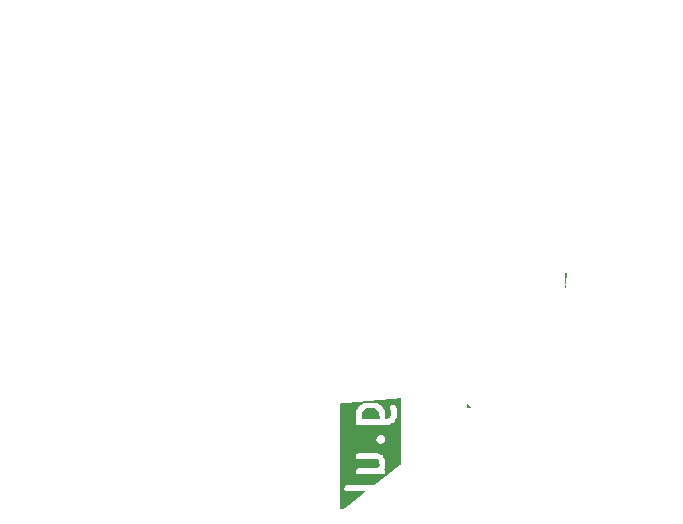
<source format=gbo>
G04 #@! TF.GenerationSoftware,KiCad,Pcbnew,8.0.1*
G04 #@! TF.CreationDate,2024-04-20T17:08:19+01:00*
G04 #@! TF.ProjectId,makerspace-badge,6d616b65-7273-4706-9163-652d62616467,rev?*
G04 #@! TF.SameCoordinates,Original*
G04 #@! TF.FileFunction,Legend,Bot*
G04 #@! TF.FilePolarity,Positive*
%FSLAX46Y46*%
G04 Gerber Fmt 4.6, Leading zero omitted, Abs format (unit mm)*
G04 Created by KiCad (PCBNEW 8.0.1) date 2024-04-20 17:08:19*
%MOMM*%
%LPD*%
G01*
G04 APERTURE LIST*
G04 Aperture macros list*
%AMRoundRect*
0 Rectangle with rounded corners*
0 $1 Rounding radius*
0 $2 $3 $4 $5 $6 $7 $8 $9 X,Y pos of 4 corners*
0 Add a 4 corners polygon primitive as box body*
4,1,4,$2,$3,$4,$5,$6,$7,$8,$9,$2,$3,0*
0 Add four circle primitives for the rounded corners*
1,1,$1+$1,$2,$3*
1,1,$1+$1,$4,$5*
1,1,$1+$1,$6,$7*
1,1,$1+$1,$8,$9*
0 Add four rect primitives between the rounded corners*
20,1,$1+$1,$2,$3,$4,$5,0*
20,1,$1+$1,$4,$5,$6,$7,0*
20,1,$1+$1,$6,$7,$8,$9,0*
20,1,$1+$1,$8,$9,$2,$3,0*%
%AMFreePoly0*
4,1,364,-0.237207,4.939746,-0.152137,4.932321,-0.032512,4.907296,0.079795,4.866190,0.183766,4.809804,0.278382,4.738937,0.362624,4.654391,0.435473,4.556967,0.495909,4.447464,0.542915,4.326685,0.563206,4.262613,0.572847,1.965171,0.594684,1.916848,0.615274,1.880085,0.658127,1.830796,0.711235,1.792628,0.770972,1.767975,0.833711,1.759225,0.874535,1.762960,0.935742,1.782291,
0.991595,1.815977,1.038470,1.861626,1.072739,1.916848,1.094576,1.965171,1.099505,3.109315,1.100154,3.247473,1.100915,3.386439,1.101754,3.519479,1.102659,3.645468,1.103618,3.763279,1.104619,3.871788,1.105650,3.969869,1.106699,4.056397,1.107755,4.130246,1.108805,4.190290,1.109837,4.235405,1.110841,4.264464,1.111803,4.276342,1.117528,4.294278,1.127107,4.324504,
1.137902,4.358721,1.146116,4.383433,1.194181,4.493832,1.257290,4.594993,1.334230,4.685807,1.423785,4.765164,1.524743,4.831956,1.635888,4.885073,1.756008,4.923406,1.758252,4.923948,1.808587,4.932302,1.870652,4.937279,1.938503,4.938878,2.006195,4.937098,2.067784,4.931941,2.117325,4.923406,2.155205,4.913288,2.275214,4.869674,2.384472,4.811453,2.482372,4.739204,
2.568310,4.653506,2.641677,4.554935,2.701870,4.444072,2.748281,4.321492,2.769139,4.253459,2.778756,1.974324,2.802672,1.923982,2.826263,1.882225,2.870919,1.829453,2.924120,1.791038,2.983845,1.767965,3.048072,1.761222,3.114778,1.771792,3.156493,1.789154,3.205570,1.822708,3.246900,1.865288,3.275203,1.912271,3.277244,1.917305,3.279770,1.924604,3.282033,1.933346,
3.284054,1.944522,3.285853,1.959125,3.287450,1.978146,3.288866,2.002578,3.290120,2.033411,3.291234,2.071639,3.292227,2.118254,3.293121,2.174246,3.293934,2.240609,3.294688,2.318334,3.295403,2.408414,3.296098,2.511839,3.296796,2.629603,3.297515,2.762697,3.298276,2.912113,3.299513,3.162282,3.300348,3.323322,3.301159,3.467523,3.301961,3.595875,3.302772,3.709370,
3.303609,3.809000,3.304488,3.895755,3.305427,3.970628,3.306441,4.034609,3.307548,4.088690,3.308764,4.133862,3.310106,4.171117,3.311591,4.201446,3.313236,4.225840,3.315057,4.245291,3.317072,4.260791,3.319296,4.273330,3.348386,4.378653,3.395832,4.488121,3.458062,4.589188,3.533707,4.680436,3.621396,4.760447,3.719759,4.827804,3.827425,4.881087,3.943025,4.918879,
3.954308,4.921607,3.995893,4.930001,4.037945,4.935210,4.086389,4.937799,4.147153,4.938334,4.206577,4.936899,4.283189,4.929949,4.352542,4.916012,4.420847,4.893716,4.494317,4.861690,4.507916,4.855049,4.615898,4.791319,4.711680,4.714230,4.794592,4.624608,4.863961,4.523281,4.919117,4.411074,4.959387,4.288816,4.960413,4.284588,4.962055,4.276453,4.963573,4.266524,
4.964973,4.254113,4.966260,4.238532,4.967438,4.219094,4.968512,4.195109,4.969487,4.165890,4.970367,4.130749,4.971158,4.088998,4.971864,4.039949,4.972490,3.982914,4.973041,3.917204,4.973521,3.842133,4.973935,3.757012,4.974289,3.661152,4.974586,3.553866,4.974831,3.434466,4.975030,3.302264,4.975187,3.156572,4.975306,2.996701,4.975394,2.821964,4.975453,2.631673,
4.975490,2.425140,4.975508,2.201676,4.975513,1.960595,4.975511,1.789443,4.975498,1.560902,4.975468,1.349497,4.975417,1.154540,4.975341,0.975345,4.975234,0.811223,4.975091,0.661488,4.974909,0.525453,4.974681,0.402428,4.974403,0.291728,4.974070,0.192665,4.973678,0.104551,4.973222,0.026699,4.972697,-0.041579,4.972097,-0.100969,4.971419,-0.152160,4.970658,-0.195838,
4.969808,-0.232691,4.968865,-0.263406,4.967823,-0.288672,4.966680,-0.309175,4.965428,-0.325602,4.964064,-0.338641,4.962583,-0.348980,4.960980,-0.357306,4.959250,-0.364306,4.934398,-0.440044,4.884687,-0.544610,4.820651,-0.638685,4.743367,-0.721177,4.653912,-0.790993,4.553361,-0.847041,4.442792,-0.888229,4.441625,-0.888567,4.426388,-0.892862,4.411681,-0.896506,4.395935,-0.899552,
4.377579,-0.902054,4.355043,-0.904066,4.326759,-0.905640,4.291156,-0.906831,4.246665,-0.907692,4.191715,-0.908277,4.124739,-0.908638,4.044164,-0.908830,3.948423,-0.908906,3.835946,-0.908919,3.300486,-0.908919,3.233351,-0.884396,3.194351,-0.868685,3.150779,-0.848576,3.114820,-0.829477,3.106838,-0.824544,3.065800,-0.794472,3.020062,-0.754982,2.974380,-0.710636,2.933512,-0.665994,
2.902213,-0.625617,2.896745,-0.616614,2.882272,-0.590645,2.860789,-0.550769,2.833048,-0.498427,2.799799,-0.435057,2.761796,-0.362101,2.719789,-0.280998,2.674530,-0.193187,2.626771,-0.100109,2.577096,-0.002873,2.519819,0.109389,2.470121,0.206531,2.427336,0.289770,2.390795,0.360324,2.359832,0.419413,2.333780,0.468253,2.311969,0.508063,2.293735,0.540061,2.278408,0.565466,
2.265321,0.585496,2.253809,0.601369,2.243201,0.614303,2.232833,0.625516,2.203369,0.652940,2.134654,0.699799,2.059167,0.731751,1.979454,0.748848,1.898060,0.751138,1.817529,0.738672,1.740408,0.711499,1.669241,0.669670,1.606573,0.613234,1.603339,0.609229,1.589297,0.587612,1.568227,0.550947,1.540015,0.499019,1.504551,0.431614,1.461720,0.348515,1.411412,0.249507,
1.353513,0.134376,1.287912,0.002906,1.257640,-0.057861,1.210314,-0.152476,1.165134,-0.242344,1.122845,-0.326007,1.084192,-0.402006,1.049920,-0.468885,1.020775,-0.525183,0.997502,-0.569444,0.980846,-0.600208,0.971554,-0.616018,0.915013,-0.687255,0.836047,-0.760838,0.745915,-0.821782,0.646939,-0.868558,0.541441,-0.899633,0.520492,-0.902548,0.480762,-0.905578,0.426958,-0.908163,
0.361370,-0.910300,0.286286,-0.911988,0.203995,-0.913226,0.116785,-0.914010,0.026946,-0.914341,-0.063235,-0.914215,-0.151468,-0.913632,-0.235465,-0.912591,-0.312937,-0.911088,-0.381595,-0.909121,-0.439151,-0.906690,-0.483316,-0.903793,-0.511802,-0.900428,-0.594453,-0.880363,-0.698173,-0.839595,-0.793474,-0.784060,-0.878888,-0.715188,-0.952944,-0.634410,-1.014177,-0.543156,-1.061116,-0.442858,
-1.092293,-0.334944,-1.093820,-0.326233,-1.095269,-0.314823,-1.096607,-0.300209,-1.097838,-0.281706,-1.098966,-0.258625,-1.099997,-0.230281,-1.100933,-0.195988,-1.101780,-0.155059,-1.102541,-0.106806,-1.103222,-0.050545,-1.103826,0.014412,-1.104357,0.088750,-1.104820,0.173158,-1.105219,0.268320,-1.105558,0.374924,-1.105842,0.493656,-1.106075,0.625203,-1.106261,0.770250,-1.106405,0.929485,
-1.106511,1.103594,-1.106582,1.293263,-1.106624,1.499179,-1.106641,1.722028,-1.106637,1.962497,-1.106623,2.169727,-1.106597,2.393158,-1.106556,2.599591,-1.106496,2.789730,-1.106409,2.964277,-1.106292,3.123933,-1.106140,3.269403,-1.105946,3.401387,-1.105705,3.520588,-1.105414,3.627710,-1.105065,3.723454,-1.104655,3.808522,-1.104177,3.883618,-1.103627,3.949443,-1.103000,4.006700,
-1.102289,4.056091,-1.101491,4.098319,-1.100599,4.134087,-1.099608,4.164096,-1.098514,4.189049,-1.097312,4.209649,-1.095994,4.226597,-1.094558,4.240597,-1.092997,4.252350,-1.091306,4.262560,-1.089480,4.271928,-1.072957,4.338143,-1.030776,4.450852,-0.973522,4.555185,-0.902524,4.649886,-0.819111,4.733701,-0.724611,4.805373,-0.620353,4.863647,-0.507666,4.907267,-0.387878,4.934977,
-0.372171,4.936906,-0.332017,4.939522,-0.284618,4.940545,-0.237207,4.939746,-0.237207,4.939746,$1*%
%AMFreePoly1*
4,1,222,-0.928843,3.696233,-0.831437,3.676597,-0.738929,3.641564,-0.653423,3.592241,-0.577025,3.529732,-0.511838,3.455145,-0.459966,3.369586,-0.449834,3.348906,-0.438296,3.324529,-0.428551,3.301638,-0.420446,3.278585,-0.413831,3.253719,-0.408555,3.225391,-0.404466,3.191952,-0.401413,3.151752,-0.399244,3.103142,-0.397809,3.044472,-0.396957,2.974094,-0.396535,2.890358,-0.396392,2.791614,
-0.396379,2.676214,-0.396361,2.614646,-0.396212,2.509872,-0.395879,2.421013,-0.395323,2.346499,-0.394505,2.284759,-0.393386,2.234223,-0.391927,2.193319,-0.390089,2.160478,-0.387833,2.134129,-0.385119,2.112700,-0.381909,2.094623,-0.361768,2.015717,-0.320794,1.912079,-0.264454,1.817174,-0.191618,1.728837,-0.189708,1.726830,-0.114060,1.655825,-0.035403,1.599555,0.051028,1.555103,
0.149996,1.519549,0.176877,1.511846,0.213039,1.503450,0.249013,1.498353,0.290958,1.495780,0.345027,1.494954,0.367488,1.495034,0.445075,1.498645,0.513126,1.508408,0.578136,1.525537,0.646598,1.551244,0.663937,1.558809,0.762137,1.613043,0.850874,1.681921,0.928795,1.763834,0.994548,1.857174,1.046783,1.960333,1.084147,2.071704,1.086520,2.081605,1.089562,2.097412,
1.092120,2.116124,1.094235,2.139281,1.095947,2.168423,1.097298,2.205090,1.098329,2.250823,1.099082,2.307161,1.099598,2.375644,1.099917,2.457813,1.100081,2.555208,1.100131,2.669369,1.100162,3.204829,1.121651,3.268901,1.144333,3.329465,1.177691,3.396146,1.219558,3.456413,1.274032,3.516934,1.333323,3.570994,1.415406,3.627375,1.502770,3.666802,1.597004,3.689947,
1.699693,3.697484,1.768514,3.694248,1.865598,3.676650,1.954870,3.643109,2.038100,3.592894,2.117060,3.525274,2.146927,3.494299,2.201860,3.425757,2.244262,3.352585,2.277821,3.268901,2.299225,3.204829,2.302172,2.056108,2.302545,1.909407,2.302921,1.751078,2.303197,1.609175,2.303345,1.482677,2.303336,1.370562,2.303143,1.271811,2.302737,1.185402,2.302091,1.110313,
2.301175,1.045524,2.299961,0.990014,2.298422,0.942762,2.296529,0.902747,2.294254,0.868947,2.291568,0.840342,2.288444,0.815910,2.284853,0.794631,2.280768,0.775484,2.276159,0.757447,2.270998,0.739499,2.265258,0.720619,2.258568,0.703848,2.244306,0.671974,2.223086,0.626267,2.195520,0.567999,2.162223,0.498440,2.123807,0.418861,2.080886,0.330532,2.034074,0.234726,
1.983984,0.132711,1.931230,0.025760,1.876425,-0.084857,1.856022,-0.125954,1.794470,-0.250031,1.731055,-0.377989,1.666889,-0.507574,1.603088,-0.636535,1.540762,-0.762619,1.481025,-0.883574,1.424991,-0.997149,1.373771,-1.101090,1.328480,-1.193145,1.290230,-1.271063,1.275963,-1.300114,1.233735,-1.385430,1.192816,-1.467161,1.154156,-1.543462,1.118706,-1.612494,1.087418,-1.672412,
1.061241,-1.721374,1.041127,-1.757539,1.028027,-1.779063,0.999236,-1.818902,0.918760,-1.910736,0.828121,-1.989767,0.729232,-2.054663,0.624007,-2.104090,0.514360,-2.136716,0.506620,-2.138241,0.461393,-2.144033,0.406234,-2.147446,0.346756,-2.148470,0.288577,-2.147099,0.237311,-2.143326,0.198576,-2.137141,0.145186,-2.122587,0.029266,-2.078150,-0.077436,-2.018199,-0.175294,-1.942464,
-0.264679,-1.850672,-0.345967,-1.742554,-0.347645,-1.739903,-0.359392,-1.719083,-0.378457,-1.683253,-0.404264,-1.633573,-0.436241,-1.571204,-0.473812,-1.497307,-0.516404,-1.413041,-0.563442,-1.319568,-0.614353,-1.218047,-0.668563,-1.109639,-0.725497,-0.995506,-0.784582,-0.876806,-0.845243,-0.754701,-0.906907,-0.630351,-0.968998,-0.504917,-1.030944,-0.379559,-1.092170,-0.255437,-1.152102,-0.133712,
-1.210166,-0.015544,-1.265788,0.097905,-1.318394,0.205477,-1.367409,0.306009,-1.412260,0.398342,-1.452373,0.481316,-1.487174,0.553769,-1.516088,0.614542,-1.538541,0.662473,-1.553960,0.696403,-1.561770,0.715171,-1.590865,0.797550,-1.593393,2.014693,-1.593764,2.188079,-1.594083,2.344322,-1.594309,2.484402,-1.594402,2.609299,-1.594320,2.719992,-1.594023,2.817462,-1.593471,2.902690,
-1.592623,2.976654,-1.591438,3.040335,-1.589876,3.094714,-1.587895,3.140770,-1.585456,3.179483,-1.582518,3.211834,-1.579040,3.238802,-1.574982,3.261368,-1.570302,3.280512,-1.564960,3.297213,-1.558916,3.312452,-1.552130,3.327209,-1.544559,3.342464,-1.536164,3.359198,-1.496399,3.428111,-1.432339,3.509026,-1.356692,3.577452,-1.271265,3.632068,-1.177862,3.671550,-1.078289,3.694575,
-1.029042,3.699367,-0.928843,3.696233,-0.928843,3.696233,$1*%
%AMFreePoly2*
4,1,326,1.434373,2.938290,1.548292,2.919848,1.658672,2.886206,1.763708,2.837742,1.861597,2.774830,1.950537,2.697845,2.028724,2.607164,2.064560,2.553368,2.104939,2.480412,2.140940,2.402494,2.169027,2.326685,2.171575,2.318551,2.175083,2.306398,2.178108,2.293561,2.180690,2.278685,2.182875,2.260413,2.184704,2.237390,2.186220,2.208261,2.187466,2.171669,2.188485,2.126261,
2.189320,2.070679,2.190013,2.003569,2.190608,1.923574,2.191147,1.829340,2.191674,1.719511,2.192230,1.592732,2.192558,1.513654,2.192976,1.394450,2.193210,1.291444,2.193238,1.203313,2.193040,1.128736,2.192597,1.066390,2.191886,1.014954,2.190888,0.973105,2.189583,0.939522,2.187949,0.912881,2.185966,0.891862,2.183613,0.875142,2.180871,0.861399,2.160767,0.794605,
2.118094,0.704199,2.060319,0.620743,1.989187,0.546636,1.906444,0.484277,1.902430,0.481830,1.873651,0.466726,1.836023,0.449536,1.796607,0.433522,1.776263,0.425931,1.756505,0.419231,1.737183,0.414097,1.715621,0.410251,1.689140,0.407412,1.655065,0.405302,1.610719,0.403642,1.553424,0.402152,1.480504,0.400552,1.237946,0.395362,1.184785,0.368450,1.151349,0.349300,
1.087726,0.298033,1.036021,0.234557,0.997984,0.161274,0.975360,0.080586,0.973252,0.066607,0.971762,-0.012198,0.986919,-0.089149,1.017347,-0.161605,1.061675,-0.226926,1.118529,-0.282468,1.186536,-0.325591,1.246601,-0.355189,1.484832,-0.360079,1.513344,-0.360672,1.580182,-0.362203,1.632390,-0.363793,1.672662,-0.365698,1.703689,-0.368171,1.728166,-0.371468,1.748786,-0.375842,
1.768241,-0.381548,1.789224,-0.388840,1.848276,-0.413414,1.939541,-0.466418,2.019258,-0.533010,2.086276,-0.612156,2.139443,-0.702823,2.140852,-0.705777,2.150835,-0.726967,2.159486,-0.746710,2.166903,-0.766417,2.173180,-0.787498,2.178413,-0.811366,2.182697,-0.839430,2.186127,-0.873102,2.188800,-0.913793,2.190811,-0.962913,2.192255,-1.021874,2.193228,-1.092086,2.193825,-1.174961,
2.194141,-1.271909,2.194273,-1.384342,2.194315,-1.513670,2.194301,-1.574420,2.194058,-1.706236,2.193529,-1.824164,2.192722,-1.927572,2.191647,-2.015829,2.190311,-2.088304,2.188724,-2.144367,2.186895,-2.183387,2.184830,-2.204733,2.180965,-2.225129,2.148110,-2.343287,2.099467,-2.453489,2.036134,-2.554584,1.959211,-2.645420,1.869796,-2.724845,1.768989,-2.791706,1.657889,-2.844853,
1.537595,-2.883133,1.488127,-2.891791,1.422780,-2.897191,1.351165,-2.898496,1.279292,-2.895779,1.213169,-2.889113,1.158804,-2.878569,1.136747,-2.872381,1.016618,-2.828110,0.907122,-2.769226,0.809032,-2.696481,0.723119,-2.610626,0.650158,-2.512414,0.590919,-2.402597,0.546176,-2.281928,0.542357,-2.268597,0.538395,-2.252766,0.535064,-2.235622,0.532282,-2.215467,0.529964,-2.190601,
0.528029,-2.159325,0.526393,-2.119939,0.524973,-2.070744,0.523686,-2.010042,0.522448,-1.936131,0.521178,-1.847315,0.519792,-1.741892,0.518624,-1.652562,0.517349,-1.561394,0.516130,-1.485574,0.514889,-1.423492,0.513546,-1.373536,0.512024,-1.334099,0.510244,-1.303569,0.508127,-1.280337,0.505595,-1.262794,0.502569,-1.249329,0.498971,-1.238333,0.494721,-1.228195,0.480283,-1.200264,
0.439553,-1.147177,0.388948,-1.106965,0.331161,-1.080645,0.268885,-1.069230,0.204815,-1.073736,0.141644,-1.095178,0.137712,-1.097130,0.091473,-1.126200,0.054691,-1.163681,0.022427,-1.214520,0.022109,-1.215115,0.017624,-1.223990,0.013846,-1.233446,0.010692,-1.245094,0.008079,-1.260545,0.005924,-1.281411,0.004144,-1.309303,0.002656,-1.345832,0.001378,-1.392609,0.000227,-1.451247,
-0.000882,-1.523356,-0.002029,-1.610547,-0.004229,-1.790323,-0.005567,-1.888935,-0.007007,-1.972287,-0.008718,-2.042200,-0.010871,-2.100496,-0.013638,-2.148993,-0.017188,-2.189513,-0.021693,-2.223877,-0.027324,-2.253904,-0.034251,-2.281415,-0.042644,-2.308232,-0.052676,-2.336174,-0.064516,-2.367061,-0.097618,-2.439561,-0.152824,-2.530826,-0.219401,-2.616706,-0.293935,-2.692906,-0.373009,-2.755130,
-0.389108,-2.765679,-0.497696,-2.824832,-0.611388,-2.867218,-0.728494,-2.892698,-0.847324,-2.901133,-0.966187,-2.892384,-1.083394,-2.866314,-1.197253,-2.822782,-1.212538,-2.815522,-1.272784,-2.784100,-1.324704,-2.751033,-1.374648,-2.711925,-1.428968,-2.662378,-1.499704,-2.585819,-1.569999,-2.485275,-1.624949,-2.374779,-1.664476,-2.254468,-1.664621,-2.253895,-1.666485,-2.246078,-1.668209,-2.237485,
-1.669800,-2.227416,-1.671263,-2.215168,-1.672603,-2.200040,-1.673826,-2.181332,-1.674937,-2.158341,-1.675941,-2.130368,-1.676844,-2.096710,-1.677652,-2.056667,-1.678368,-2.009536,-1.679000,-1.954618,-1.679552,-1.891210,-1.680030,-1.818612,-1.680438,-1.736122,-1.680783,-1.643039,-1.681070,-1.538663,-1.681303,-1.422290,-1.681489,-1.293221,-1.681633,-1.150755,-1.681740,-0.994189,-1.681816,-0.822823,
-1.681865,-0.635956,-1.681894,-0.432886,-1.681907,-0.212912,-1.681910,0.024667,-1.681910,2.235153,-1.660946,2.312955,-1.625643,2.417053,-1.571297,2.526076,-1.502750,2.625213,-1.421295,2.713271,-1.328223,2.789056,-1.224826,2.851374,-1.112397,2.899031,-0.992228,2.930834,-0.935031,2.938230,-0.860181,2.941122,-0.781163,2.938469,-0.704934,2.930532,-0.638451,2.917571,-0.621965,2.912996,
-0.557756,2.890901,-0.489828,2.862065,-0.425436,2.829761,-0.371835,2.797264,-0.300235,2.741174,-0.219788,2.660068,-0.149323,2.568354,-0.091613,2.469725,-0.049430,2.367874,-0.048568,2.365239,-0.039963,2.338195,-0.032695,2.312891,-0.026628,2.287503,-0.021624,2.260211,-0.017547,2.229191,-0.014262,2.192621,-0.011630,2.148679,-0.009517,2.095544,-0.007786,2.031391,-0.006299,1.954400,
-0.004922,1.862748,-0.003517,1.754613,-0.003297,1.737119,-0.002009,1.636011,-0.000841,1.551340,0.000291,1.481493,0.001473,1.424857,0.002789,1.379818,0.004325,1.344763,0.006166,1.318077,0.008397,1.298148,0.011103,1.283361,0.014370,1.272103,0.018283,1.262761,0.022927,1.253721,0.057091,1.203310,0.106897,1.157810,0.165598,1.127173,0.230992,1.112498,0.300874,1.114885,
0.338459,1.124414,0.393224,1.151248,0.441214,1.189953,0.478620,1.237213,0.501630,1.289708,0.502608,1.294649,0.505181,1.319862,0.507729,1.361977,0.510217,1.419976,0.512611,1.492841,0.514875,1.579555,0.516974,1.679099,0.518873,1.790458,0.525951,2.253459,0.550639,2.335386,0.561165,2.368040,0.609872,2.482722,0.673502,2.587920,0.750991,2.682287,0.841277,2.764475,
0.943296,2.833135,0.979357,2.852568,1.089405,2.898673,1.203126,2.928079,1.318716,2.941159,1.434373,2.938290,1.434373,2.938290,$1*%
%AMFreePoly3*
4,1,243,-0.653960,2.941810,-0.492769,2.941679,-0.314180,2.941463,0.894036,2.939817,0.967261,2.919194,1.034279,2.896818,1.112132,2.863715,1.186637,2.825267,1.250353,2.785001,1.278420,2.763307,1.327133,2.720136,1.376539,2.670817,1.421318,2.620768,1.456151,2.575406,1.457971,2.572715,1.493341,2.512711,1.527164,2.442110,1.556270,2.368157,1.577488,2.298099,1.584511,2.265521,
1.595707,2.177329,1.598298,2.083387,1.592281,1.990996,1.577653,1.907458,1.558835,1.842403,1.512013,1.729449,1.450273,1.625551,1.374884,1.531991,1.287120,1.450051,1.188251,1.381015,1.079549,1.326164,0.962286,1.286781,0.951514,1.284071,0.932034,1.279678,0.911591,1.276027,0.888258,1.273017,0.860108,1.270545,0.825214,1.268508,0.781650,1.266804,0.727487,1.265331,
0.660800,1.263987,0.579661,1.262668,0.482144,1.261273,0.079405,1.255717,0.032378,1.230936,0.021512,1.224908,-0.031277,1.184811,-0.070411,1.135884,-0.095911,1.080780,-0.107800,1.022149,-0.106100,0.962644,-0.090832,0.904917,-0.062017,0.851619,-0.019678,0.805402,0.036163,0.768918,0.088558,0.743189,0.546216,0.738071,0.629914,0.737129,0.723841,0.735972,0.802686,0.734735,
0.868269,0.733249,0.922412,0.731342,0.966936,0.728845,1.003661,0.725589,1.034408,0.721403,1.060999,0.716117,1.085255,0.709562,1.108997,0.701567,1.134045,0.691962,1.162220,0.680577,1.170902,0.676970,1.263848,0.627886,1.349247,0.563720,1.425212,0.486653,1.489856,0.398870,1.541292,0.302555,1.577633,0.199890,1.589340,0.138935,1.595775,0.066897,1.596723,-0.008760,
1.592100,-0.081056,1.581820,-0.143010,1.573363,-0.174683,1.534466,-0.277082,1.480553,-0.372684,1.413426,-0.459391,1.334885,-0.535101,1.246734,-0.597718,1.150773,-0.645140,1.134006,-0.651729,1.109389,-0.661068,1.086374,-0.668881,1.063152,-0.675327,1.037914,-0.680563,1.008848,-0.684746,0.974146,-0.688035,0.931997,-0.690587,0.880592,-0.692560,0.818122,-0.694111,0.742775,-0.695398,
0.652743,-0.696579,0.546216,-0.697811,0.088558,-0.703009,0.036163,-0.728738,0.019635,-0.737518,-0.034700,-0.778499,-0.074838,-0.830263,-0.099707,-0.891099,-0.108235,-0.959297,-0.108091,-0.968507,-0.097426,-1.035932,-0.070334,-1.095824,-0.027509,-1.147034,0.030355,-1.188418,0.079405,-1.215586,0.490389,-1.220897,0.595435,-1.222341,0.684230,-1.223897,0.758762,-1.225823,0.821023,-1.228376,
0.873001,-1.231813,0.916686,-1.236392,0.954069,-1.242370,0.987139,-1.250004,1.017886,-1.259552,1.048299,-1.271272,1.080369,-1.285419,1.116086,-1.302253,1.181056,-1.335520,1.235930,-1.369446,1.287000,-1.408522,1.341273,-1.457583,1.414332,-1.536908,1.484418,-1.637852,1.539032,-1.748140,1.577488,-1.866585,1.584511,-1.899164,1.595707,-1.987356,1.598298,-2.081298,1.592281,-2.173688,
1.577653,-2.257227,1.557137,-2.327230,1.509688,-2.439420,1.447345,-2.542673,1.371420,-2.635676,1.283223,-2.717113,1.184064,-2.785669,1.075256,-2.840028,0.958108,-2.878876,0.875729,-2.899766,-0.468104,-2.899767,-0.631360,-2.899759,-0.778052,-2.899709,-0.909169,-2.899588,-1.025701,-2.899363,-1.128639,-2.899005,-1.218973,-2.898481,-1.297692,-2.897762,-1.365787,-2.896815,-1.424248,-2.895610,
-1.474064,-2.894116,-1.516227,-2.892302,-1.551725,-2.890137,-1.581550,-2.887590,-1.606690,-2.884629,-1.628137,-2.881224,-1.646880,-2.877343,-1.663908,-2.872957,-1.680214,-2.868032,-1.696785,-2.862540,-1.714613,-2.856448,-1.820836,-2.811994,-1.924224,-2.750138,-2.016845,-2.674075,-2.098013,-2.584573,-2.167039,-2.482395,-2.223236,-2.368308,-2.265915,-2.243077,-2.266748,-2.239843,-2.268402,-2.231932,
-2.269933,-2.221919,-2.271347,-2.209100,-2.272650,-2.192772,-2.273847,-2.172228,-2.274945,-2.146765,-2.275949,-2.115677,-2.276866,-2.078261,-2.277702,-2.033812,-2.278462,-1.981625,-2.279153,-1.920996,-2.279780,-1.851219,-2.280350,-1.771592,-2.280868,-1.681408,-2.281340,-1.579964,-2.281772,-1.466554,-2.282171,-1.340475,-2.282542,-1.201021,-2.282891,-1.047488,-2.283224,-0.879172,-2.283547,-0.695368,
-2.283866,-0.495371,-2.284188,-0.278478,-2.284530,-0.034167,-2.284863,0.240226,-2.285085,0.496679,-2.285199,0.735167,-2.285203,0.955663,-2.285098,1.158142,-2.284884,1.342577,-2.284561,1.508941,-2.284129,1.657210,-2.283588,1.787356,-2.282938,1.899353,-2.282180,1.993175,-2.281312,2.068796,-2.280337,2.126190,-2.279252,2.165330,-2.278060,2.186190,-2.276906,2.196446,-2.253857,2.316742,
-2.214725,2.430428,-2.160724,2.536184,-2.093071,2.632690,-2.012981,2.718627,-1.921669,2.792676,-1.820351,2.853517,-1.710243,2.899831,-1.592560,2.930298,-1.592428,2.930322,-1.579450,2.932208,-1.561788,2.933899,-1.538534,2.935401,-1.508781,2.936724,-1.471620,2.937875,-1.426143,2.938862,-1.371441,2.939694,-1.306607,2.940377,-1.230732,2.940920,-1.142908,2.941330,-1.042227,2.941617,
-0.927781,2.941787,-0.798661,2.941849,-0.653960,2.941810,-0.653960,2.941810,$1*%
%AMFreePoly4*
4,1,268,1.060518,3.428382,1.181135,3.397559,1.275475,3.359542,1.379735,3.300076,1.474143,3.226429,1.557404,3.139975,1.628222,3.042091,1.685302,2.934151,1.727348,2.817532,1.729174,2.811044,1.732906,2.797071,1.736122,2.782950,1.738866,2.767283,1.741186,2.748673,1.743125,2.725724,1.744731,2.697038,1.746048,2.661221,1.747122,2.616873,1.748000,2.562600,1.748727,2.497004,
1.749348,2.418689,1.749909,2.326257,1.750456,2.218313,1.751034,2.093460,1.751408,2.011288,1.751909,1.889385,1.752178,1.783535,1.752109,1.692337,1.751601,1.614388,1.750549,1.548283,1.748849,1.492622,1.746399,1.446000,1.743095,1.407015,1.738834,1.374263,1.733512,1.346343,1.727025,1.321850,1.719270,1.299383,1.710144,1.277538,1.699543,1.254912,1.687364,1.230103,
1.676186,1.208906,1.628918,1.138240,1.570060,1.071836,1.504117,1.014340,1.435597,0.970401,1.413191,0.959039,1.371208,0.940099,1.329995,0.925564,1.286379,0.914892,1.237186,0.907537,1.179242,0.902957,1.109375,0.900608,1.024410,0.899946,1.016940,0.899945,0.950519,0.899756,0.899292,0.899103,0.860423,0.897780,0.831080,0.895584,0.808430,0.892309,0.789639,0.887751,
0.771875,0.881705,0.761997,0.877818,0.692882,0.840276,0.634876,0.790321,0.588684,0.730352,0.555012,0.662765,0.534565,0.589961,0.528050,0.514337,0.536170,0.438290,0.559633,0.364221,0.599143,0.294526,0.620625,0.266483,0.654387,0.231347,0.694383,0.201261,0.746360,0.171418,0.796702,0.145085,1.054286,0.139470,1.128697,0.137686,1.188233,0.135654,1.235801,0.132877,
1.274313,0.128863,1.306677,0.123117,1.335803,0.115143,1.364600,0.104449,1.395978,0.090539,1.432847,0.072918,1.434574,0.072075,1.491001,0.037331,1.548686,-0.010450,1.603474,-0.066994,1.651212,-0.128029,1.687743,-0.189279,1.695039,-0.204096,1.706215,-0.227368,1.715882,-0.249332,1.724143,-0.271389,1.731100,-0.294939,1.736855,-0.321384,1.741510,-0.352126,1.745169,-0.388564,
1.747932,-0.432100,1.749902,-0.484135,1.751182,-0.546069,1.751874,-0.619305,1.752080,-0.705243,1.751902,-0.805284,1.751442,-0.920829,1.750804,-1.053279,1.750213,-1.170495,1.749603,-1.279890,1.748977,-1.373649,1.748292,-1.453152,1.747507,-1.519783,1.746579,-1.574923,1.745466,-1.619953,1.744125,-1.656257,1.742514,-1.685216,1.740592,-1.708211,1.738315,-1.726625,1.735641,-1.741840,
1.732529,-1.755237,1.728935,-1.768198,1.692852,-1.872203,1.640513,-1.979162,1.575210,-2.075179,1.495689,-2.162378,1.421663,-2.227068,1.330287,-2.289649,1.231892,-2.338340,1.122278,-2.375540,1.034684,-2.399766,-0.187262,-2.399766,-0.334979,-2.399780,-0.497531,-2.399812,-0.643589,-2.399822,-0.774145,-2.399767,-0.890190,-2.399607,-0.992717,-2.399299,-1.082717,-2.398803,-1.161181,-2.398078,
-1.229102,-2.397080,-1.287471,-2.395770,-1.337280,-2.394106,-1.379520,-2.392046,-1.415183,-2.389548,-1.445261,-2.386572,-1.470746,-2.383076,-1.492628,-2.379019,-1.511901,-2.374358,-1.529555,-2.369053,-1.546583,-2.363062,-1.563975,-2.356344,-1.582724,-2.348856,-1.603821,-2.340559,-1.645970,-2.322754,-1.746495,-2.266956,-1.838655,-2.196693,-1.920858,-2.113952,-1.991514,-2.020718,-2.049033,-1.918979,
-2.091825,-1.810722,-2.118297,-1.697932,-2.118483,-1.696621,-2.119679,-1.681828,-2.120776,-1.656393,-2.121773,-1.619863,-2.122673,-1.571789,-2.123478,-1.511720,-2.124188,-1.439205,-2.124806,-1.353792,-2.125332,-1.255033,-2.125769,-1.142474,-2.126117,-1.015667,-2.126379,-0.874160,-2.126556,-0.717501,-2.126649,-0.545242,-2.126660,-0.356930,-2.126590,-0.152115,-2.126442,0.069654,-2.126216,0.308827,
-2.125913,0.565856,-2.123109,2.762613,-2.102597,2.826685,-2.065445,2.925257,-2.006609,3.038496,-1.934900,3.139392,-1.851058,3.227294,-1.755826,3.301549,-1.649945,3.361507,-1.534159,3.406514,-1.409207,3.435920,-1.380701,3.439198,-1.326215,3.441085,-1.263612,3.439516,-1.198776,3.434827,-1.137590,3.427353,-1.085937,3.417433,-1.070386,3.413449,-0.957523,3.374143,-0.852508,3.319299,
-0.756681,3.250362,-0.671385,3.168779,-0.597960,3.075996,-0.537747,2.973460,-0.492087,2.862617,-0.462323,2.744914,-0.460790,2.732492,-0.458530,2.699444,-0.456511,2.651963,-0.454796,2.592416,-0.453450,2.523171,-0.452536,2.446595,-0.452117,2.365058,-0.451950,2.314438,-0.451373,2.231546,-0.450466,2.150482,-0.449284,2.074544,-0.447880,2.007025,-0.446309,1.951222,-0.444625,1.910430,
-0.442380,1.870975,-0.439264,1.829170,-0.435513,1.799014,-0.430416,1.776640,-0.423266,1.758182,-0.413354,1.739774,-0.388714,1.704396,-0.341063,1.659446,-0.285330,1.628898,-0.224127,1.613290,-0.160068,1.613160,-0.095767,1.629049,-0.033838,1.661495,-0.005473,1.686211,0.026740,1.727723,0.051356,1.774566,0.064080,1.819795,0.064987,1.833630,0.066082,1.864727,0.067223,1.910358,
0.068374,1.968526,0.069500,2.037235,0.070567,2.114489,0.071537,2.198293,0.072376,2.286649,0.072985,2.357804,0.073810,2.446217,0.074655,2.519475,0.075616,2.579438,0.076789,2.627966,0.078270,2.666921,0.080154,2.698163,0.082537,2.723553,0.085515,2.744951,0.089183,2.764218,0.093637,2.783215,0.098973,2.803802,0.120308,2.874374,0.167821,2.987319,0.229207,3.089157,
0.305160,3.181160,0.384122,3.254301,0.483432,3.324130,0.590188,3.378147,0.702833,3.415965,0.819809,3.437200,0.939557,3.441468,1.060518,3.428382,1.060518,3.428382,$1*%
%AMFreePoly5*
4,1,13,0.936072,1.941586,-2.304144,1.941586,-2.304144,0.724216,0.936072,0.724216,0.936072,-0.493153,-3.484901,-0.493153,-3.484901,2.747063,-0.272014,2.747063,-0.276721,3.959856,-3.484901,3.964484,-3.484901,5.163495,0.936072,5.163495,0.936072,1.941586,0.936072,1.941586,$1*%
%AMFreePoly6*
4,1,14,0.135693,2.747063,3.375910,2.747063,3.375910,-0.493190,-1.049640,-0.488577,-1.051620,1.941586,0.135693,1.941586,0.135693,0.724216,2.158540,0.724216,2.158540,1.941586,0.135693,1.941586,-1.051620,1.941586,-1.054246,5.163495,0.135693,5.163495,0.135693,2.747063,0.135693,2.747063,$1*%
%AMFreePoly7*
4,1,25,-0.098379,2.497063,1.942774,2.497063,1.942774,4.913495,3.150991,4.913495,3.150991,-0.743153,-1.279135,-0.743153,-1.279135,0.474216,-0.089226,0.474216,1.942905,0.474216,1.938198,1.687009,1.421045,1.687127,1.334406,1.687115,1.206594,1.687008,1.069605,1.686807,0.928021,1.686522,0.786421,1.686164,0.649386,1.685744,0.521497,1.685272,0.407333,1.684760,-0.089226,1.682275,
-0.089226,0.474216,-1.279135,0.474216,-1.279135,4.913495,-0.098379,4.913495,-0.098379,2.497063,-0.098379,2.497063,$1*%
%AMFreePoly8*
4,1,9,3.709820,3.455279,0.469603,3.455279,0.469603,0.224216,3.709950,0.224216,3.705243,-0.988577,-0.724883,-0.988577,-0.729489,4.663495,3.709820,4.663495,3.709820,3.455279,3.709820,3.455279,$1*%
%AMFreePoly9*
4,1,13,3.707441,3.705279,0.458072,3.705279,0.458072,2.497063,3.094180,2.497063,3.094180,1.691586,0.467225,1.691586,0.467225,0.474216,3.707441,0.474216,3.707441,-0.743153,-0.722685,-0.743153,-0.722685,4.913495,3.707441,4.913495,3.707441,3.705279,3.707441,3.705279,$1*%
G04 Aperture macros list end*
%ADD10C,0.150000*%
%ADD11C,0.500000*%
%ADD12C,0.250000*%
%ADD13C,0.200000*%
%ADD14C,0.000000*%
%ADD15RoundRect,0.150000X-1.600000X-0.150000X1.600000X-0.150000X1.600000X0.150000X-1.600000X0.150000X0*%
%ADD16RoundRect,0.150000X-1.200000X-0.150000X1.200000X-0.150000X1.200000X0.150000X-1.200000X0.150000X0*%
%ADD17C,0.700000*%
%ADD18C,4.400000*%
%ADD19FreePoly0,270.000000*%
%ADD20FreePoly1,270.000000*%
%ADD21FreePoly2,270.000000*%
%ADD22FreePoly3,270.000000*%
%ADD23FreePoly4,270.000000*%
%ADD24FreePoly5,270.000000*%
%ADD25FreePoly6,270.000000*%
%ADD26FreePoly7,270.000000*%
%ADD27FreePoly8,270.000000*%
%ADD28FreePoly9,270.000000*%
G04 APERTURE END LIST*
D10*
G36*
X141446199Y-102615882D02*
G01*
X141040742Y-102481337D01*
X141445406Y-102345842D01*
X141446199Y-102615882D01*
G37*
G36*
X141991930Y-102999760D02*
G01*
X140619708Y-102999760D01*
X140619708Y-102490285D01*
X140731408Y-102490285D01*
X140733103Y-102495370D01*
X140733483Y-102500715D01*
X140737687Y-102509124D01*
X140740662Y-102518048D01*
X140744173Y-102522096D01*
X140746569Y-102526888D01*
X140753673Y-102533050D01*
X140759836Y-102540155D01*
X140764627Y-102542550D01*
X140768676Y-102546062D01*
X140782102Y-102552056D01*
X141499853Y-102790231D01*
X141505472Y-102792559D01*
X141506867Y-102792559D01*
X141796438Y-102888649D01*
X141825628Y-102886574D01*
X141851802Y-102873488D01*
X141870976Y-102851380D01*
X141880230Y-102823618D01*
X141878155Y-102794428D01*
X141865068Y-102768255D01*
X141842961Y-102749081D01*
X141829536Y-102743087D01*
X141594946Y-102665241D01*
X141593862Y-102296135D01*
X141842961Y-102212729D01*
X141865068Y-102193555D01*
X141878155Y-102167382D01*
X141880230Y-102138192D01*
X141870976Y-102110430D01*
X141851802Y-102088322D01*
X141825628Y-102075236D01*
X141796438Y-102073161D01*
X141782102Y-102076421D01*
X140791223Y-102408198D01*
X140786009Y-102408569D01*
X140777680Y-102412732D01*
X140768676Y-102415748D01*
X140764627Y-102419259D01*
X140759836Y-102421655D01*
X140753673Y-102428759D01*
X140746569Y-102434922D01*
X140744173Y-102439713D01*
X140740662Y-102443762D01*
X140737687Y-102452685D01*
X140733483Y-102461095D01*
X140733103Y-102466439D01*
X140731408Y-102471525D01*
X140732074Y-102480905D01*
X140731408Y-102490285D01*
X140619708Y-102490285D01*
X140619708Y-100719000D01*
X140730819Y-100719000D01*
X140732169Y-100955769D01*
X140731408Y-100966475D01*
X140732251Y-100970183D01*
X140732260Y-100971727D01*
X140733018Y-100973558D01*
X140734668Y-100980812D01*
X140788281Y-101137094D01*
X140807455Y-101159201D01*
X140833628Y-101172288D01*
X140862818Y-101174363D01*
X140890580Y-101165109D01*
X140912688Y-101145935D01*
X140925774Y-101119761D01*
X140927849Y-101090571D01*
X140924589Y-101076234D01*
X140880770Y-100948501D01*
X140879574Y-100738787D01*
X140912871Y-100670165D01*
X140943115Y-100638838D01*
X141012096Y-100603316D01*
X141072257Y-100602527D01*
X141140367Y-100635576D01*
X141171694Y-100665820D01*
X141210048Y-100740301D01*
X141256765Y-100921888D01*
X141257291Y-100929285D01*
X141261493Y-100940267D01*
X141261814Y-100941512D01*
X141262136Y-100941947D01*
X141262546Y-100943017D01*
X141311238Y-101037573D01*
X141314887Y-101046382D01*
X141317269Y-101049284D01*
X141317997Y-101050698D01*
X141319495Y-101051997D01*
X141324214Y-101057747D01*
X141373249Y-101105088D01*
X141378882Y-101111583D01*
X141382027Y-101113562D01*
X141383198Y-101114693D01*
X141385025Y-101115450D01*
X141391325Y-101119415D01*
X141477214Y-101161090D01*
X141478436Y-101162312D01*
X141487295Y-101165981D01*
X141500294Y-101172289D01*
X141502983Y-101172480D01*
X141505472Y-101173511D01*
X141520104Y-101174952D01*
X141604410Y-101173846D01*
X141605961Y-101174363D01*
X141615230Y-101173704D01*
X141629974Y-101173511D01*
X141632463Y-101172479D01*
X141635151Y-101172289D01*
X141648883Y-101167034D01*
X141743435Y-101118343D01*
X141752247Y-101114694D01*
X141755151Y-101112310D01*
X141756564Y-101111583D01*
X141757863Y-101110084D01*
X141763612Y-101105367D01*
X141810953Y-101056331D01*
X141817450Y-101050698D01*
X141819429Y-101047552D01*
X141820560Y-101046382D01*
X141821317Y-101044554D01*
X141825282Y-101038255D01*
X141866957Y-100952365D01*
X141868179Y-100951144D01*
X141871848Y-100942284D01*
X141878156Y-100929286D01*
X141878347Y-100926596D01*
X141879378Y-100924108D01*
X141880819Y-100909476D01*
X141879468Y-100672705D01*
X141880230Y-100662000D01*
X141879386Y-100658291D01*
X141879378Y-100656749D01*
X141878619Y-100654918D01*
X141876970Y-100647663D01*
X141823357Y-100491381D01*
X141804183Y-100469274D01*
X141778010Y-100456188D01*
X141748820Y-100454113D01*
X141721057Y-100463367D01*
X141698950Y-100482541D01*
X141685864Y-100508714D01*
X141683789Y-100537904D01*
X141687049Y-100552241D01*
X141730867Y-100679973D01*
X141732063Y-100889688D01*
X141698767Y-100958309D01*
X141668521Y-100989636D01*
X141599540Y-101025159D01*
X141539379Y-101025948D01*
X141471270Y-100992900D01*
X141439942Y-100962655D01*
X141401588Y-100888174D01*
X141354871Y-100706587D01*
X141354346Y-100699190D01*
X141350142Y-100688207D01*
X141349823Y-100686964D01*
X141349500Y-100686528D01*
X141349091Y-100685459D01*
X141300399Y-100590904D01*
X141296750Y-100582094D01*
X141294367Y-100579191D01*
X141293640Y-100577778D01*
X141292141Y-100576478D01*
X141287423Y-100570729D01*
X141238387Y-100523387D01*
X141232755Y-100516893D01*
X141229609Y-100514913D01*
X141228439Y-100513783D01*
X141226611Y-100513025D01*
X141220312Y-100509061D01*
X141134423Y-100467386D01*
X141133201Y-100466164D01*
X141124335Y-100462491D01*
X141111342Y-100456187D01*
X141108654Y-100455996D01*
X141106165Y-100454965D01*
X141091533Y-100453524D01*
X141007225Y-100454629D01*
X141005675Y-100454113D01*
X140996404Y-100454771D01*
X140981663Y-100454965D01*
X140979174Y-100455995D01*
X140976485Y-100456187D01*
X140962754Y-100461442D01*
X140868199Y-100510133D01*
X140859389Y-100513783D01*
X140856486Y-100516165D01*
X140855073Y-100516893D01*
X140853773Y-100518391D01*
X140848024Y-100523110D01*
X140800682Y-100572145D01*
X140794188Y-100577778D01*
X140792208Y-100580923D01*
X140791078Y-100582094D01*
X140790320Y-100583921D01*
X140786356Y-100590221D01*
X140744681Y-100676109D01*
X140743459Y-100677332D01*
X140739786Y-100686197D01*
X140733482Y-100699191D01*
X140733291Y-100701878D01*
X140732260Y-100704368D01*
X140730819Y-100719000D01*
X140619708Y-100719000D01*
X140619708Y-99781251D01*
X140732260Y-99781251D01*
X140743459Y-99808287D01*
X140764151Y-99828979D01*
X140791187Y-99840178D01*
X140805819Y-99841619D01*
X141731035Y-99840304D01*
X141732260Y-100257441D01*
X141743459Y-100284477D01*
X141764151Y-100305169D01*
X141791187Y-100316368D01*
X141820451Y-100316368D01*
X141847487Y-100305169D01*
X141868179Y-100284477D01*
X141879378Y-100257441D01*
X141880819Y-100242809D01*
X141879378Y-99751987D01*
X141868179Y-99724951D01*
X141847487Y-99704259D01*
X141820451Y-99693060D01*
X141805819Y-99691619D01*
X140791187Y-99693060D01*
X140764151Y-99704259D01*
X140743459Y-99724951D01*
X140732260Y-99751987D01*
X140732260Y-99781251D01*
X140619708Y-99781251D01*
X140619708Y-99580508D01*
X141991930Y-99580508D01*
X141991930Y-102999760D01*
G37*
G36*
X157226086Y-106394257D02*
G01*
X157188348Y-106510853D01*
X157115558Y-106585061D01*
X157040421Y-106623753D01*
X156866991Y-106668371D01*
X156742219Y-106669513D01*
X156569096Y-106627487D01*
X156489286Y-106588762D01*
X156413562Y-106514485D01*
X156374770Y-106401406D01*
X156373888Y-106246799D01*
X157225239Y-106245590D01*
X157226086Y-106394257D01*
G37*
G36*
X157485930Y-106929444D02*
G01*
X156113708Y-106929444D01*
X156113708Y-106171905D01*
X156224819Y-106171905D01*
X156226169Y-106408674D01*
X156225408Y-106419380D01*
X156226251Y-106423088D01*
X156226260Y-106424632D01*
X156227018Y-106426463D01*
X156228668Y-106433717D01*
X156273879Y-106565507D01*
X156273879Y-106567488D01*
X156277834Y-106577037D01*
X156282281Y-106589999D01*
X156284046Y-106592034D01*
X156285078Y-106594525D01*
X156294405Y-106605890D01*
X156390172Y-106699827D01*
X156396692Y-106707345D01*
X156399885Y-106709355D01*
X156401008Y-106710456D01*
X156402840Y-106711214D01*
X156409135Y-106715177D01*
X156500367Y-106759445D01*
X156505878Y-106763528D01*
X156516893Y-106767463D01*
X156518104Y-106768051D01*
X156518644Y-106768089D01*
X156519724Y-106768475D01*
X156706089Y-106813715D01*
X156713758Y-106816892D01*
X156722872Y-106817789D01*
X156724744Y-106818244D01*
X156725836Y-106818081D01*
X156728390Y-106818333D01*
X156866969Y-106817065D01*
X156874893Y-106818244D01*
X156883917Y-106816909D01*
X156885879Y-106816892D01*
X156886900Y-106816469D01*
X156889437Y-106816094D01*
X157074135Y-106768576D01*
X157081532Y-106768051D01*
X157092514Y-106763848D01*
X157093759Y-106763528D01*
X157094194Y-106763205D01*
X157095264Y-106762796D01*
X157189816Y-106714105D01*
X157198628Y-106710456D01*
X157201532Y-106708072D01*
X157202945Y-106707345D01*
X157204244Y-106705846D01*
X157209994Y-106701128D01*
X157296479Y-106612958D01*
X157298183Y-106612107D01*
X157304813Y-106604462D01*
X157314561Y-106594525D01*
X157315592Y-106592034D01*
X157317357Y-106590000D01*
X157323351Y-106576574D01*
X157369500Y-106433992D01*
X157373378Y-106424632D01*
X157373748Y-106420868D01*
X157374230Y-106419381D01*
X157374089Y-106417406D01*
X157374819Y-106410000D01*
X157373378Y-106157273D01*
X157362179Y-106130237D01*
X157341487Y-106109545D01*
X157314451Y-106098346D01*
X157299819Y-106096905D01*
X156285187Y-106098346D01*
X156258151Y-106109545D01*
X156237459Y-106130237D01*
X156226260Y-106157273D01*
X156224819Y-106171905D01*
X156113708Y-106171905D01*
X156113708Y-105129525D01*
X156225002Y-105129525D01*
X156226260Y-105134137D01*
X156226260Y-105138918D01*
X156230077Y-105148133D01*
X156232702Y-105157757D01*
X156235629Y-105161537D01*
X156237459Y-105165954D01*
X156244509Y-105173004D01*
X156250619Y-105180894D01*
X156256751Y-105185246D01*
X156258151Y-105186646D01*
X156259525Y-105187215D01*
X156262609Y-105189404D01*
X157020267Y-105621111D01*
X156285187Y-105622155D01*
X156258151Y-105633354D01*
X156237459Y-105654046D01*
X156226260Y-105681082D01*
X156226260Y-105710346D01*
X156237459Y-105737382D01*
X156258151Y-105758074D01*
X156285187Y-105769273D01*
X156299819Y-105770714D01*
X157295374Y-105769300D01*
X157305058Y-105770531D01*
X157309645Y-105769279D01*
X157314451Y-105769273D01*
X157323666Y-105765455D01*
X157333290Y-105762831D01*
X157337070Y-105759903D01*
X157341487Y-105758074D01*
X157348537Y-105751023D01*
X157356427Y-105744914D01*
X157358800Y-105740760D01*
X157362179Y-105737382D01*
X157365995Y-105728169D01*
X157370946Y-105719505D01*
X157371548Y-105714761D01*
X157373378Y-105710346D01*
X157373378Y-105700371D01*
X157374636Y-105690475D01*
X157373378Y-105685862D01*
X157373378Y-105681082D01*
X157369560Y-105671865D01*
X157366936Y-105662244D01*
X157364009Y-105658464D01*
X157362179Y-105654046D01*
X157355127Y-105646994D01*
X157349019Y-105639106D01*
X157342884Y-105634751D01*
X157341487Y-105633354D01*
X157340114Y-105632785D01*
X157337030Y-105630596D01*
X156579370Y-105198888D01*
X157314451Y-105197845D01*
X157341487Y-105186646D01*
X157362179Y-105165954D01*
X157373378Y-105138918D01*
X157373378Y-105109654D01*
X157362179Y-105082618D01*
X157341487Y-105061926D01*
X157314451Y-105050727D01*
X157299819Y-105049286D01*
X156304263Y-105050699D01*
X156294580Y-105049469D01*
X156289992Y-105050720D01*
X156285187Y-105050727D01*
X156275971Y-105054544D01*
X156266348Y-105057169D01*
X156262567Y-105060096D01*
X156258151Y-105061926D01*
X156251100Y-105068976D01*
X156243211Y-105075086D01*
X156240837Y-105079239D01*
X156237459Y-105082618D01*
X156233642Y-105091830D01*
X156228692Y-105100495D01*
X156228089Y-105105238D01*
X156226260Y-105109654D01*
X156226260Y-105119628D01*
X156225002Y-105129525D01*
X156113708Y-105129525D01*
X156113708Y-104410000D01*
X156224819Y-104410000D01*
X156226023Y-104541629D01*
X156225408Y-104543476D01*
X156226133Y-104553690D01*
X156226260Y-104567489D01*
X156227291Y-104569978D01*
X156227482Y-104572666D01*
X156232737Y-104586398D01*
X156288188Y-104694079D01*
X156310296Y-104713252D01*
X156338057Y-104722506D01*
X156367247Y-104720432D01*
X156393422Y-104707344D01*
X156412595Y-104685237D01*
X156421849Y-104657475D01*
X156419775Y-104628285D01*
X156414520Y-104614554D01*
X156374675Y-104537179D01*
X156373653Y-104425427D01*
X156411290Y-104309146D01*
X156484080Y-104234937D01*
X156559215Y-104196246D01*
X156732645Y-104151628D01*
X156857417Y-104150486D01*
X157030540Y-104192512D01*
X157110350Y-104231238D01*
X157186076Y-104305515D01*
X157224934Y-104418785D01*
X157225870Y-104490164D01*
X157188262Y-104606356D01*
X157174279Y-104620839D01*
X156945727Y-104621785D01*
X156944806Y-104490606D01*
X156933607Y-104463570D01*
X156912915Y-104442878D01*
X156885879Y-104431679D01*
X156856615Y-104431679D01*
X156829579Y-104442878D01*
X156808887Y-104463570D01*
X156797688Y-104490606D01*
X156796247Y-104505238D01*
X156797688Y-104710345D01*
X156797688Y-104710346D01*
X156808887Y-104737382D01*
X156829579Y-104758074D01*
X156856615Y-104769273D01*
X156871247Y-104770714D01*
X157219212Y-104769273D01*
X157230410Y-104764634D01*
X157246247Y-104758075D01*
X157257612Y-104748748D01*
X157297027Y-104707922D01*
X157298183Y-104707345D01*
X157303466Y-104701253D01*
X157314560Y-104689763D01*
X157315590Y-104687274D01*
X157317357Y-104685238D01*
X157323351Y-104671812D01*
X157369500Y-104529230D01*
X157373378Y-104519870D01*
X157373748Y-104516106D01*
X157374230Y-104514619D01*
X157374089Y-104512644D01*
X157374819Y-104505238D01*
X157373568Y-104409919D01*
X157374230Y-104400619D01*
X157373398Y-104396964D01*
X157373378Y-104395368D01*
X157372619Y-104393537D01*
X157370970Y-104386282D01*
X157325759Y-104254491D01*
X157325759Y-104252511D01*
X157321802Y-104242958D01*
X157317357Y-104230000D01*
X157315592Y-104227965D01*
X157314561Y-104225475D01*
X157305233Y-104214110D01*
X157209468Y-104120177D01*
X157202945Y-104112655D01*
X157199748Y-104110642D01*
X157198628Y-104109544D01*
X157196798Y-104108786D01*
X157190502Y-104104823D01*
X157099270Y-104060556D01*
X157093759Y-104056472D01*
X157082739Y-104052534D01*
X157081532Y-104051949D01*
X157080992Y-104051910D01*
X157079913Y-104051525D01*
X156893547Y-104006284D01*
X156885879Y-104003108D01*
X156876764Y-104002210D01*
X156874893Y-104001756D01*
X156873800Y-104001918D01*
X156871247Y-104001667D01*
X156732667Y-104002934D01*
X156724744Y-104001756D01*
X156715719Y-104003090D01*
X156713758Y-104003108D01*
X156712736Y-104003530D01*
X156710200Y-104003906D01*
X156525501Y-104051423D01*
X156518104Y-104051949D01*
X156507121Y-104056152D01*
X156505878Y-104056472D01*
X156505442Y-104056794D01*
X156504373Y-104057204D01*
X156409823Y-104105892D01*
X156401008Y-104109544D01*
X156398102Y-104111928D01*
X156396692Y-104112655D01*
X156395393Y-104114151D01*
X156389643Y-104118872D01*
X156303158Y-104207042D01*
X156301455Y-104207894D01*
X156294826Y-104215536D01*
X156285078Y-104225475D01*
X156284046Y-104227965D01*
X156282281Y-104230001D01*
X156276287Y-104243426D01*
X156230138Y-104386004D01*
X156226260Y-104395368D01*
X156225889Y-104399133D01*
X156225408Y-104400620D01*
X156225548Y-104402594D01*
X156224819Y-104410000D01*
X156113708Y-104410000D01*
X156113708Y-103890556D01*
X157485930Y-103890556D01*
X157485930Y-106929444D01*
G37*
G36*
X141991930Y-112469777D02*
G01*
X140619708Y-112469777D01*
X140619708Y-112298298D01*
X140732260Y-112298298D01*
X140743459Y-112325334D01*
X140764151Y-112346026D01*
X140791187Y-112357225D01*
X140805819Y-112358666D01*
X141820451Y-112357225D01*
X141847487Y-112346026D01*
X141868179Y-112325334D01*
X141879378Y-112298298D01*
X141879378Y-112269034D01*
X141868179Y-112241998D01*
X141847487Y-112221306D01*
X141820451Y-112210107D01*
X141805819Y-112208666D01*
X141356826Y-112209303D01*
X141355786Y-111786456D01*
X141820451Y-111785797D01*
X141847487Y-111774598D01*
X141868179Y-111753906D01*
X141879378Y-111726870D01*
X141879378Y-111697606D01*
X141868179Y-111670570D01*
X141847487Y-111649878D01*
X141820451Y-111638679D01*
X141805819Y-111637238D01*
X140791187Y-111638679D01*
X140764151Y-111649878D01*
X140743459Y-111670570D01*
X140732260Y-111697606D01*
X140732260Y-111726870D01*
X140743459Y-111753906D01*
X140764151Y-111774598D01*
X140791187Y-111785797D01*
X140805819Y-111787238D01*
X141207192Y-111786667D01*
X141208231Y-112209514D01*
X140791187Y-112210107D01*
X140764151Y-112221306D01*
X140743459Y-112241998D01*
X140732260Y-112269034D01*
X140732260Y-112298298D01*
X140619708Y-112298298D01*
X140619708Y-110140809D01*
X140730819Y-110140809D01*
X140732169Y-110377578D01*
X140731408Y-110388284D01*
X140732251Y-110391992D01*
X140732260Y-110393536D01*
X140733018Y-110395367D01*
X140734668Y-110402621D01*
X140788281Y-110558903D01*
X140807455Y-110581010D01*
X140833628Y-110594097D01*
X140862818Y-110596172D01*
X140890580Y-110586918D01*
X140912688Y-110567744D01*
X140925774Y-110541570D01*
X140927849Y-110512380D01*
X140924589Y-110498043D01*
X140880770Y-110370310D01*
X140879574Y-110160596D01*
X140912871Y-110091974D01*
X140943115Y-110060647D01*
X141012096Y-110025125D01*
X141072257Y-110024336D01*
X141140367Y-110057385D01*
X141171694Y-110087629D01*
X141210048Y-110162110D01*
X141256765Y-110343697D01*
X141257291Y-110351094D01*
X141261493Y-110362076D01*
X141261814Y-110363321D01*
X141262136Y-110363756D01*
X141262546Y-110364826D01*
X141311238Y-110459382D01*
X141314887Y-110468191D01*
X141317269Y-110471093D01*
X141317997Y-110472507D01*
X141319495Y-110473806D01*
X141324214Y-110479556D01*
X141373249Y-110526897D01*
X141378882Y-110533392D01*
X141382027Y-110535371D01*
X141383198Y-110536502D01*
X141385025Y-110537259D01*
X141391325Y-110541224D01*
X141477214Y-110582899D01*
X141478436Y-110584121D01*
X141487295Y-110587790D01*
X141500294Y-110594098D01*
X141502983Y-110594289D01*
X141505472Y-110595320D01*
X141520104Y-110596761D01*
X141604410Y-110595655D01*
X141605961Y-110596172D01*
X141615230Y-110595513D01*
X141629974Y-110595320D01*
X141632463Y-110594288D01*
X141635151Y-110594098D01*
X141648883Y-110588843D01*
X141743435Y-110540152D01*
X141752247Y-110536503D01*
X141755151Y-110534119D01*
X141756564Y-110533392D01*
X141757863Y-110531893D01*
X141763612Y-110527176D01*
X141810953Y-110478140D01*
X141817450Y-110472507D01*
X141819429Y-110469361D01*
X141820560Y-110468191D01*
X141821317Y-110466363D01*
X141825282Y-110460064D01*
X141866957Y-110374174D01*
X141868179Y-110372953D01*
X141871848Y-110364093D01*
X141878156Y-110351095D01*
X141878347Y-110348405D01*
X141879378Y-110345917D01*
X141880819Y-110331285D01*
X141879468Y-110094514D01*
X141880230Y-110083809D01*
X141879386Y-110080100D01*
X141879378Y-110078558D01*
X141878619Y-110076727D01*
X141876970Y-110069472D01*
X141823357Y-109913190D01*
X141804183Y-109891083D01*
X141778010Y-109877997D01*
X141748820Y-109875922D01*
X141721057Y-109885176D01*
X141698950Y-109904350D01*
X141685864Y-109930523D01*
X141683789Y-109959713D01*
X141687049Y-109974050D01*
X141730867Y-110101782D01*
X141732063Y-110311497D01*
X141698767Y-110380118D01*
X141668521Y-110411445D01*
X141599540Y-110446968D01*
X141539379Y-110447757D01*
X141471270Y-110414709D01*
X141439942Y-110384464D01*
X141401588Y-110309983D01*
X141354871Y-110128396D01*
X141354346Y-110120999D01*
X141350142Y-110110016D01*
X141349823Y-110108773D01*
X141349500Y-110108337D01*
X141349091Y-110107268D01*
X141300399Y-110012713D01*
X141296750Y-110003903D01*
X141294367Y-110001000D01*
X141293640Y-109999587D01*
X141292141Y-109998287D01*
X141287423Y-109992538D01*
X141238387Y-109945196D01*
X141232755Y-109938702D01*
X141229609Y-109936722D01*
X141228439Y-109935592D01*
X141226611Y-109934834D01*
X141220312Y-109930870D01*
X141134423Y-109889195D01*
X141133201Y-109887973D01*
X141124335Y-109884300D01*
X141111342Y-109877996D01*
X141108654Y-109877805D01*
X141106165Y-109876774D01*
X141091533Y-109875333D01*
X141007225Y-109876438D01*
X141005675Y-109875922D01*
X140996404Y-109876580D01*
X140981663Y-109876774D01*
X140979174Y-109877804D01*
X140976485Y-109877996D01*
X140962754Y-109883251D01*
X140868199Y-109931942D01*
X140859389Y-109935592D01*
X140856486Y-109937974D01*
X140855073Y-109938702D01*
X140853773Y-109940200D01*
X140848024Y-109944919D01*
X140800682Y-109993954D01*
X140794188Y-109999587D01*
X140792208Y-110002732D01*
X140791078Y-110003903D01*
X140790320Y-110005730D01*
X140786356Y-110012030D01*
X140744681Y-110097918D01*
X140743459Y-110099141D01*
X140739786Y-110108006D01*
X140733482Y-110121000D01*
X140733291Y-110123687D01*
X140732260Y-110126177D01*
X140730819Y-110140809D01*
X140619708Y-110140809D01*
X140619708Y-109536393D01*
X140732260Y-109536393D01*
X140743459Y-109563429D01*
X140764151Y-109584121D01*
X140791187Y-109595320D01*
X140805819Y-109596761D01*
X141820451Y-109595320D01*
X141847487Y-109584121D01*
X141868179Y-109563429D01*
X141879378Y-109536393D01*
X141879378Y-109507129D01*
X141868179Y-109480093D01*
X141847487Y-109459401D01*
X141820451Y-109448202D01*
X141805819Y-109446761D01*
X141356826Y-109447398D01*
X141355786Y-109024551D01*
X141820451Y-109023892D01*
X141847487Y-109012693D01*
X141868179Y-108992001D01*
X141879378Y-108964965D01*
X141879378Y-108935701D01*
X141868179Y-108908665D01*
X141847487Y-108887973D01*
X141820451Y-108876774D01*
X141805819Y-108875333D01*
X140791187Y-108876774D01*
X140764151Y-108887973D01*
X140743459Y-108908665D01*
X140732260Y-108935701D01*
X140732260Y-108964965D01*
X140743459Y-108992001D01*
X140764151Y-109012693D01*
X140791187Y-109023892D01*
X140805819Y-109025333D01*
X141207192Y-109024762D01*
X141208231Y-109447609D01*
X140791187Y-109448202D01*
X140764151Y-109459401D01*
X140743459Y-109480093D01*
X140732260Y-109507129D01*
X140732260Y-109536393D01*
X140619708Y-109536393D01*
X140619708Y-108764222D01*
X141991930Y-108764222D01*
X141991930Y-112469777D01*
G37*
D11*
G36*
X133001862Y-112631570D02*
G01*
X133090314Y-112716697D01*
X133192262Y-112914113D01*
X133195777Y-113367791D01*
X133146201Y-113470262D01*
X131739088Y-113472991D01*
X131691451Y-113380744D01*
X131687936Y-112927066D01*
X131783140Y-112730281D01*
X131868268Y-112641828D01*
X132065433Y-112540009D01*
X132804506Y-112536090D01*
X133001862Y-112631570D01*
G37*
G36*
X133001862Y-108060141D02*
G01*
X133090314Y-108145268D01*
X133192386Y-108342924D01*
X133195517Y-108654040D01*
X133100572Y-108850291D01*
X133015445Y-108938743D01*
X132818279Y-109040562D01*
X132079206Y-109044481D01*
X131881851Y-108949001D01*
X131793399Y-108863873D01*
X131691327Y-108666218D01*
X131688196Y-108355101D01*
X131783140Y-108158852D01*
X131868268Y-108070399D01*
X132065433Y-107968580D01*
X132804506Y-107964661D01*
X133001862Y-108060141D01*
G37*
G36*
X131954692Y-104900322D02*
G01*
X131934265Y-104900615D01*
X131771777Y-104822004D01*
X131691451Y-104666458D01*
X131687936Y-104212780D01*
X131767281Y-104048777D01*
X131922446Y-103968647D01*
X132138109Y-103967777D01*
X131954692Y-104900322D01*
G37*
G36*
X133111936Y-98758565D02*
G01*
X133192185Y-98913963D01*
X133195940Y-99510309D01*
X133146457Y-99612589D01*
X132545220Y-99614372D01*
X132549000Y-99575999D01*
X132544916Y-98927403D01*
X132624424Y-98763062D01*
X132780660Y-98682379D01*
X132949449Y-98679955D01*
X133111936Y-98758565D01*
G37*
G36*
X133192262Y-96199826D02*
G01*
X133195777Y-96653504D01*
X133100572Y-96850290D01*
X133015445Y-96938742D01*
X132818279Y-97040561D01*
X132079206Y-97044480D01*
X131881851Y-96949000D01*
X131793399Y-96863872D01*
X131691451Y-96666457D01*
X131687936Y-96212779D01*
X131737057Y-96111247D01*
X133145373Y-96109028D01*
X133192262Y-96199826D01*
G37*
G36*
X131954692Y-90043178D02*
G01*
X131934265Y-90043471D01*
X131771777Y-89964860D01*
X131691451Y-89809314D01*
X131687936Y-89355636D01*
X131767281Y-89191633D01*
X131922446Y-89111503D01*
X132138109Y-89110633D01*
X131954692Y-90043178D01*
G37*
G36*
X133111936Y-84044279D02*
G01*
X133192185Y-84199677D01*
X133195940Y-84796023D01*
X133146457Y-84898303D01*
X132545220Y-84900086D01*
X132549000Y-84861713D01*
X132544916Y-84213117D01*
X132624424Y-84048776D01*
X132780660Y-83968093D01*
X132949449Y-83965669D01*
X133111936Y-84044279D01*
G37*
G36*
X135025190Y-121016106D02*
G01*
X129863328Y-121016106D01*
X129863328Y-119339059D01*
X130196661Y-119339059D01*
X130233990Y-119429179D01*
X130302964Y-119498153D01*
X130393084Y-119535482D01*
X130441857Y-119540286D01*
X131986035Y-119537852D01*
X131233990Y-120294251D01*
X131196661Y-120384371D01*
X131196661Y-120481915D01*
X131233990Y-120572035D01*
X131302965Y-120641010D01*
X131393085Y-120678339D01*
X131490629Y-120678339D01*
X131580749Y-120641010D01*
X131618634Y-120609920D01*
X132320634Y-119903856D01*
X133333758Y-120658564D01*
X133428251Y-120682773D01*
X133524815Y-120668978D01*
X133608750Y-120619279D01*
X133667278Y-120541242D01*
X133691487Y-120446749D01*
X133677692Y-120350185D01*
X133627993Y-120266250D01*
X133591857Y-120233143D01*
X132673453Y-119548995D01*
X132685628Y-119536750D01*
X133490630Y-119535482D01*
X133580750Y-119498153D01*
X133649724Y-119429179D01*
X133687053Y-119339059D01*
X133687053Y-119241513D01*
X133649724Y-119151393D01*
X133580750Y-119082419D01*
X133490630Y-119045090D01*
X133441857Y-119040286D01*
X130393084Y-119045090D01*
X130302964Y-119082419D01*
X130233990Y-119151393D01*
X130196661Y-119241513D01*
X130196661Y-119339059D01*
X129863328Y-119339059D01*
X129863328Y-117910488D01*
X131196661Y-117910488D01*
X131233990Y-118000608D01*
X131302964Y-118069582D01*
X131393084Y-118106911D01*
X131441857Y-118111715D01*
X133490630Y-118106911D01*
X133580750Y-118069582D01*
X133649724Y-118000608D01*
X133687053Y-117910488D01*
X133687053Y-117812942D01*
X133649724Y-117722822D01*
X133599214Y-117672312D01*
X133645858Y-117575901D01*
X133649724Y-117572036D01*
X133661602Y-117543358D01*
X133682979Y-117499174D01*
X133683615Y-117490214D01*
X133687053Y-117481916D01*
X133691857Y-117433143D01*
X133687918Y-117041768D01*
X133689894Y-117035841D01*
X133687522Y-117002475D01*
X133687053Y-116955799D01*
X133683615Y-116947500D01*
X133682979Y-116938541D01*
X133665464Y-116892769D01*
X133524335Y-116619483D01*
X133516191Y-116595050D01*
X133505134Y-116582301D01*
X133496498Y-116565578D01*
X133472818Y-116545041D01*
X133452279Y-116521359D01*
X133427599Y-116505823D01*
X133422807Y-116501667D01*
X133418959Y-116500384D01*
X133410803Y-116495250D01*
X133156043Y-116371998D01*
X133152178Y-116368133D01*
X133123501Y-116356254D01*
X133079316Y-116334878D01*
X133070356Y-116334241D01*
X133062058Y-116330804D01*
X133013285Y-116326000D01*
X131393084Y-116330804D01*
X131302964Y-116368133D01*
X131233990Y-116437107D01*
X131196661Y-116527227D01*
X131196661Y-116624773D01*
X131233990Y-116714893D01*
X131302964Y-116783867D01*
X131393084Y-116821196D01*
X131441857Y-116826000D01*
X132946812Y-116821537D01*
X133111936Y-116901423D01*
X133192386Y-117057210D01*
X133195517Y-117368326D01*
X133100572Y-117564577D01*
X133054332Y-117612623D01*
X131393084Y-117616519D01*
X131302964Y-117653848D01*
X131233990Y-117722822D01*
X131196661Y-117812942D01*
X131196661Y-117910488D01*
X129863328Y-117910488D01*
X129863328Y-115196200D01*
X132910945Y-115196200D01*
X132910946Y-115196202D01*
X132948275Y-115286322D01*
X132979366Y-115324206D01*
X133160109Y-115498154D01*
X133250229Y-115535483D01*
X133347773Y-115535482D01*
X133437893Y-115498153D01*
X133437897Y-115498148D01*
X133475777Y-115467063D01*
X133649698Y-115286347D01*
X133649724Y-115286322D01*
X133687053Y-115196202D01*
X133687053Y-115098656D01*
X133649724Y-115008536D01*
X133649719Y-115008531D01*
X133618633Y-114970652D01*
X133437918Y-114796730D01*
X133437893Y-114796705D01*
X133347773Y-114759376D01*
X133250229Y-114759375D01*
X133160109Y-114796704D01*
X133122224Y-114827795D01*
X132948275Y-115008536D01*
X132948274Y-115008537D01*
X132948274Y-115008538D01*
X132910945Y-115098658D01*
X132910945Y-115147429D01*
X132910945Y-115196200D01*
X129863328Y-115196200D01*
X129863328Y-112861715D01*
X131191857Y-112861715D01*
X131195990Y-113395362D01*
X131193820Y-113401874D01*
X131196312Y-113436948D01*
X131196661Y-113481916D01*
X131200098Y-113490214D01*
X131200735Y-113499174D01*
X131218250Y-113544946D01*
X131235535Y-113578419D01*
X131233990Y-113579965D01*
X131196661Y-113670085D01*
X131196661Y-113767631D01*
X131233990Y-113857751D01*
X131302964Y-113926725D01*
X131393084Y-113964054D01*
X131441857Y-113968858D01*
X133306998Y-113965241D01*
X133330269Y-113966895D01*
X133335395Y-113965186D01*
X133831149Y-113964224D01*
X133839160Y-113966895D01*
X133878011Y-113964133D01*
X133919201Y-113964054D01*
X133927499Y-113960616D01*
X133936460Y-113959980D01*
X133982232Y-113942464D01*
X134266268Y-113795782D01*
X134295033Y-113783868D01*
X134304695Y-113775938D01*
X134309421Y-113773498D01*
X134313747Y-113768509D01*
X134332918Y-113752777D01*
X134475466Y-113604662D01*
X134496498Y-113586422D01*
X134503071Y-113575980D01*
X134506867Y-113572036D01*
X134509393Y-113565936D01*
X134522607Y-113544946D01*
X134645858Y-113290187D01*
X134649724Y-113286322D01*
X134661602Y-113257644D01*
X134682979Y-113213460D01*
X134683615Y-113204500D01*
X134687053Y-113196202D01*
X134691857Y-113147429D01*
X134687918Y-112756054D01*
X134689894Y-112750127D01*
X134687522Y-112716761D01*
X134687053Y-112670085D01*
X134683615Y-112661786D01*
X134682979Y-112652827D01*
X134665464Y-112607055D01*
X134496498Y-112279864D01*
X134422807Y-112215953D01*
X134330269Y-112185106D01*
X134232969Y-112192021D01*
X134145721Y-112235645D01*
X134081810Y-112309336D01*
X134050963Y-112401874D01*
X134057878Y-112499174D01*
X134075393Y-112544946D01*
X134192386Y-112771496D01*
X134195517Y-113082612D01*
X134100572Y-113278862D01*
X134015443Y-113367315D01*
X133818620Y-113468958D01*
X133688304Y-113469211D01*
X133691857Y-113433143D01*
X133687723Y-112899495D01*
X133689894Y-112892984D01*
X133687401Y-112857909D01*
X133687053Y-112812942D01*
X133683615Y-112804643D01*
X133682979Y-112795684D01*
X133665464Y-112749912D01*
X133518782Y-112465872D01*
X133506867Y-112437107D01*
X133498937Y-112427445D01*
X133496498Y-112422721D01*
X133491510Y-112418395D01*
X133475776Y-112399223D01*
X133327663Y-112256678D01*
X133309421Y-112235645D01*
X133298976Y-112229070D01*
X133295033Y-112225275D01*
X133288934Y-112222749D01*
X133267945Y-112209536D01*
X133013186Y-112086284D01*
X133009321Y-112082419D01*
X132980643Y-112070540D01*
X132936459Y-112049164D01*
X132927499Y-112048527D01*
X132919201Y-112045090D01*
X132870428Y-112040286D01*
X132051690Y-112044627D01*
X132044554Y-112042249D01*
X132007809Y-112044860D01*
X131964512Y-112045090D01*
X131956213Y-112048527D01*
X131947254Y-112049164D01*
X131901482Y-112066679D01*
X131617439Y-112213363D01*
X131588679Y-112225276D01*
X131579018Y-112233204D01*
X131574292Y-112235645D01*
X131569965Y-112240633D01*
X131550794Y-112256367D01*
X131408251Y-112404477D01*
X131387216Y-112422721D01*
X131380641Y-112433165D01*
X131376847Y-112437108D01*
X131374321Y-112443204D01*
X131361107Y-112464197D01*
X131237855Y-112718956D01*
X131233990Y-112722822D01*
X131222111Y-112751498D01*
X131200735Y-112795684D01*
X131200098Y-112804643D01*
X131196661Y-112812942D01*
X131191857Y-112861715D01*
X129863328Y-112861715D01*
X129863328Y-111147429D01*
X131191857Y-111147429D01*
X131196661Y-111481916D01*
X131233990Y-111572036D01*
X131302964Y-111641010D01*
X131393084Y-111678339D01*
X131490630Y-111678339D01*
X131580750Y-111641010D01*
X131649724Y-111572036D01*
X131687053Y-111481916D01*
X131691857Y-111433143D01*
X131688670Y-111211264D01*
X131783141Y-111015994D01*
X131868268Y-110927542D01*
X132067739Y-110824532D01*
X133490630Y-110821196D01*
X133580750Y-110783867D01*
X133649724Y-110714893D01*
X133687053Y-110624773D01*
X133687053Y-110527227D01*
X133649724Y-110437107D01*
X133580750Y-110368133D01*
X133490630Y-110330804D01*
X133441857Y-110326000D01*
X132048466Y-110329267D01*
X132044554Y-110327963D01*
X132025442Y-110329321D01*
X131393084Y-110330804D01*
X131302964Y-110368133D01*
X131233990Y-110437107D01*
X131196661Y-110527227D01*
X131196661Y-110624773D01*
X131233990Y-110714893D01*
X131302964Y-110783867D01*
X131337715Y-110798261D01*
X131237855Y-111004670D01*
X131233990Y-111008536D01*
X131222111Y-111037213D01*
X131200735Y-111081398D01*
X131200098Y-111090357D01*
X131196661Y-111098656D01*
X131191857Y-111147429D01*
X129863328Y-111147429D01*
X129863328Y-108290286D01*
X131191857Y-108290286D01*
X131195795Y-108681660D01*
X131193820Y-108687588D01*
X131196191Y-108720953D01*
X131196661Y-108767630D01*
X131200098Y-108775928D01*
X131200735Y-108784888D01*
X131218250Y-108830660D01*
X131364931Y-109114697D01*
X131376846Y-109143462D01*
X131384775Y-109153124D01*
X131387216Y-109157850D01*
X131392204Y-109162176D01*
X131407937Y-109181347D01*
X131556051Y-109323895D01*
X131574292Y-109344927D01*
X131584733Y-109351500D01*
X131588678Y-109355296D01*
X131594777Y-109357822D01*
X131615768Y-109371036D01*
X131870526Y-109494287D01*
X131874392Y-109498153D01*
X131903069Y-109510031D01*
X131947254Y-109531408D01*
X131956213Y-109532044D01*
X131964512Y-109535482D01*
X132013285Y-109540286D01*
X132832022Y-109535944D01*
X132839159Y-109538323D01*
X132875903Y-109535711D01*
X132919201Y-109535482D01*
X132927499Y-109532044D01*
X132936459Y-109531408D01*
X132982231Y-109513893D01*
X133266273Y-109367208D01*
X133295034Y-109355296D01*
X133304695Y-109347367D01*
X133309421Y-109344927D01*
X133313746Y-109339939D01*
X133332919Y-109324206D01*
X133475468Y-109176088D01*
X133496498Y-109157850D01*
X133503071Y-109147408D01*
X133506868Y-109143463D01*
X133509395Y-109137362D01*
X133522607Y-109116374D01*
X133645858Y-108861615D01*
X133649724Y-108857750D01*
X133661602Y-108829072D01*
X133682979Y-108784888D01*
X133683615Y-108775928D01*
X133687053Y-108767630D01*
X133691857Y-108718857D01*
X133687918Y-108327482D01*
X133689894Y-108321555D01*
X133687522Y-108288189D01*
X133687053Y-108241513D01*
X133683615Y-108233214D01*
X133682979Y-108224255D01*
X133665464Y-108178483D01*
X133518782Y-107894443D01*
X133506867Y-107865678D01*
X133498937Y-107856016D01*
X133496498Y-107851292D01*
X133491510Y-107846966D01*
X133475776Y-107827794D01*
X133327663Y-107685249D01*
X133309421Y-107664216D01*
X133298976Y-107657641D01*
X133295033Y-107653846D01*
X133288934Y-107651320D01*
X133267945Y-107638107D01*
X133013186Y-107514855D01*
X133009321Y-107510990D01*
X132980643Y-107499111D01*
X132936459Y-107477735D01*
X132927499Y-107477098D01*
X132919201Y-107473661D01*
X132870428Y-107468857D01*
X132051690Y-107473198D01*
X132044554Y-107470820D01*
X132007809Y-107473431D01*
X131964512Y-107473661D01*
X131956213Y-107477098D01*
X131947254Y-107477735D01*
X131901482Y-107495250D01*
X131617439Y-107641934D01*
X131588679Y-107653847D01*
X131579018Y-107661775D01*
X131574292Y-107664216D01*
X131569965Y-107669204D01*
X131550794Y-107684938D01*
X131408251Y-107833048D01*
X131387216Y-107851292D01*
X131380641Y-107861736D01*
X131376847Y-107865679D01*
X131374321Y-107871775D01*
X131361107Y-107892768D01*
X131237855Y-108147527D01*
X131233990Y-108151393D01*
X131222111Y-108180069D01*
X131200735Y-108224255D01*
X131200098Y-108233214D01*
X131196661Y-108241513D01*
X131191857Y-108290286D01*
X129863328Y-108290286D01*
X129863328Y-106481914D01*
X132910945Y-106481914D01*
X132910946Y-106481916D01*
X132948275Y-106572036D01*
X132979366Y-106609920D01*
X133160109Y-106783868D01*
X133250229Y-106821197D01*
X133347773Y-106821196D01*
X133437893Y-106783867D01*
X133437897Y-106783862D01*
X133475777Y-106752777D01*
X133649698Y-106572061D01*
X133649724Y-106572036D01*
X133687053Y-106481916D01*
X133687053Y-106384370D01*
X133649724Y-106294250D01*
X133649719Y-106294245D01*
X133618633Y-106256366D01*
X133437918Y-106082444D01*
X133437893Y-106082419D01*
X133347773Y-106045090D01*
X133250229Y-106045089D01*
X133160109Y-106082418D01*
X133122224Y-106113509D01*
X132948275Y-106294250D01*
X132948274Y-106294251D01*
X132948274Y-106294252D01*
X132910945Y-106384372D01*
X132910945Y-106433143D01*
X132910945Y-106481914D01*
X129863328Y-106481914D01*
X129863328Y-104147429D01*
X131191857Y-104147429D01*
X131195990Y-104681076D01*
X131193820Y-104687588D01*
X131196312Y-104722662D01*
X131196661Y-104767630D01*
X131200098Y-104775928D01*
X131200735Y-104784888D01*
X131218250Y-104830660D01*
X131359379Y-105103947D01*
X131367523Y-105128377D01*
X131378578Y-105141124D01*
X131387216Y-105157850D01*
X131410897Y-105178389D01*
X131431435Y-105202069D01*
X131456110Y-105217601D01*
X131460907Y-105221762D01*
X131464758Y-105223045D01*
X131472910Y-105228177D01*
X131727669Y-105351430D01*
X131731535Y-105355296D01*
X131760208Y-105367173D01*
X131804396Y-105388551D01*
X131813356Y-105389187D01*
X131821655Y-105392625D01*
X131870428Y-105397429D01*
X132136756Y-105393603D01*
X132155881Y-105397429D01*
X132178227Y-105393008D01*
X132204915Y-105392625D01*
X132227541Y-105383252D01*
X132251572Y-105378499D01*
X132272169Y-105364767D01*
X132295035Y-105355296D01*
X132312353Y-105337977D01*
X132332733Y-105324391D01*
X132346505Y-105303825D01*
X132364009Y-105286322D01*
X132373382Y-105263692D01*
X132387011Y-105243342D01*
X132401287Y-105196458D01*
X132401336Y-105196204D01*
X132401338Y-105196202D01*
X132401338Y-105196198D01*
X132643350Y-103965741D01*
X132947064Y-103964516D01*
X133111936Y-104044280D01*
X133192262Y-104199827D01*
X133195777Y-104653505D01*
X133057878Y-104938540D01*
X133050963Y-105035840D01*
X133081809Y-105128378D01*
X133145721Y-105202069D01*
X133232969Y-105245693D01*
X133330269Y-105252608D01*
X133422807Y-105221762D01*
X133496498Y-105157850D01*
X133522607Y-105116374D01*
X133645858Y-104861615D01*
X133649724Y-104857750D01*
X133661602Y-104829072D01*
X133682979Y-104784888D01*
X133683615Y-104775928D01*
X133687053Y-104767630D01*
X133691857Y-104718857D01*
X133687723Y-104185209D01*
X133689894Y-104178698D01*
X133687401Y-104143623D01*
X133687053Y-104098656D01*
X133683615Y-104090357D01*
X133682979Y-104081398D01*
X133665464Y-104035626D01*
X133524335Y-103762340D01*
X133516191Y-103737907D01*
X133505134Y-103725158D01*
X133496498Y-103708435D01*
X133472818Y-103687898D01*
X133452279Y-103664216D01*
X133427599Y-103648680D01*
X133422807Y-103644524D01*
X133418959Y-103643241D01*
X133410803Y-103638107D01*
X133156043Y-103514855D01*
X133152178Y-103510990D01*
X133123501Y-103499111D01*
X133079316Y-103477735D01*
X133070356Y-103477098D01*
X133062058Y-103473661D01*
X133013285Y-103468857D01*
X132453399Y-103471114D01*
X132442118Y-103468858D01*
X132430241Y-103471207D01*
X131909161Y-103473308D01*
X131901697Y-103470820D01*
X131864131Y-103473489D01*
X131821655Y-103473661D01*
X131813356Y-103477098D01*
X131804397Y-103477735D01*
X131758625Y-103495250D01*
X131485339Y-103636378D01*
X131460907Y-103644523D01*
X131448158Y-103655579D01*
X131431435Y-103664216D01*
X131410896Y-103687896D01*
X131387216Y-103708435D01*
X131371682Y-103733111D01*
X131367523Y-103737907D01*
X131366239Y-103741757D01*
X131361107Y-103749911D01*
X131237855Y-104004670D01*
X131233990Y-104008536D01*
X131222111Y-104037212D01*
X131200735Y-104081398D01*
X131200098Y-104090357D01*
X131196661Y-104098656D01*
X131191857Y-104147429D01*
X129863328Y-104147429D01*
X129863328Y-101718857D01*
X131191857Y-101718857D01*
X131195990Y-102252504D01*
X131193820Y-102259016D01*
X131196312Y-102294090D01*
X131196661Y-102339058D01*
X131200098Y-102347356D01*
X131200735Y-102356316D01*
X131218250Y-102402088D01*
X131387216Y-102729279D01*
X131460907Y-102793191D01*
X131553445Y-102824037D01*
X131650745Y-102817122D01*
X131737993Y-102773498D01*
X131801905Y-102699807D01*
X131832751Y-102607269D01*
X131825836Y-102509969D01*
X131808321Y-102464197D01*
X131691451Y-102237886D01*
X131687936Y-101784208D01*
X131783140Y-101587423D01*
X131868268Y-101498970D01*
X132065433Y-101397151D01*
X132804506Y-101393232D01*
X133001862Y-101488712D01*
X133090314Y-101573839D01*
X133192262Y-101771255D01*
X133195777Y-102224933D01*
X133057878Y-102509969D01*
X133050963Y-102607269D01*
X133081810Y-102699807D01*
X133145721Y-102773498D01*
X133232969Y-102817122D01*
X133330269Y-102824037D01*
X133422807Y-102793190D01*
X133496498Y-102729279D01*
X133522607Y-102687803D01*
X133645858Y-102433043D01*
X133649724Y-102429178D01*
X133661602Y-102400501D01*
X133682979Y-102356316D01*
X133683615Y-102347356D01*
X133687053Y-102339058D01*
X133691857Y-102290285D01*
X133687723Y-101756637D01*
X133689894Y-101750126D01*
X133687401Y-101715051D01*
X133687053Y-101670084D01*
X133683615Y-101661785D01*
X133682979Y-101652826D01*
X133665464Y-101607054D01*
X133518782Y-101323014D01*
X133506867Y-101294249D01*
X133498937Y-101284587D01*
X133496498Y-101279863D01*
X133491510Y-101275537D01*
X133475776Y-101256365D01*
X133327663Y-101113820D01*
X133309421Y-101092787D01*
X133298976Y-101086212D01*
X133295033Y-101082417D01*
X133288934Y-101079891D01*
X133267945Y-101066678D01*
X133013186Y-100943426D01*
X133009321Y-100939561D01*
X132980643Y-100927682D01*
X132936459Y-100906306D01*
X132927499Y-100905669D01*
X132919201Y-100902232D01*
X132870428Y-100897428D01*
X132051690Y-100901769D01*
X132044554Y-100899391D01*
X132007809Y-100902002D01*
X131964512Y-100902232D01*
X131956213Y-100905669D01*
X131947254Y-100906306D01*
X131901482Y-100923821D01*
X131617439Y-101070505D01*
X131588679Y-101082418D01*
X131579018Y-101090346D01*
X131574292Y-101092787D01*
X131569965Y-101097775D01*
X131550794Y-101113509D01*
X131408251Y-101261619D01*
X131387216Y-101279863D01*
X131380641Y-101290307D01*
X131376847Y-101294250D01*
X131374321Y-101300346D01*
X131361107Y-101321339D01*
X131237855Y-101576098D01*
X131233990Y-101579964D01*
X131222111Y-101608640D01*
X131200735Y-101652826D01*
X131200098Y-101661785D01*
X131196661Y-101670084D01*
X131191857Y-101718857D01*
X129863328Y-101718857D01*
X129863328Y-98861714D01*
X131191857Y-98861714D01*
X131195990Y-99395361D01*
X131193820Y-99401873D01*
X131196312Y-99436947D01*
X131196661Y-99481915D01*
X131200098Y-99490213D01*
X131200735Y-99499173D01*
X131218250Y-99544945D01*
X131359379Y-99818232D01*
X131367523Y-99842662D01*
X131378578Y-99855409D01*
X131387216Y-99872135D01*
X131410897Y-99892674D01*
X131431435Y-99916354D01*
X131456110Y-99931886D01*
X131460907Y-99936047D01*
X131464758Y-99937330D01*
X131472910Y-99942462D01*
X131727669Y-100065715D01*
X131731535Y-100069581D01*
X131760208Y-100081458D01*
X131804396Y-100102836D01*
X131813356Y-100103472D01*
X131821655Y-100106910D01*
X131870428Y-100111714D01*
X133298317Y-100107480D01*
X133330269Y-100109751D01*
X133337429Y-100107364D01*
X133490630Y-100106910D01*
X133580750Y-100069581D01*
X133649724Y-100000607D01*
X133687053Y-99910487D01*
X133687053Y-99812941D01*
X133649724Y-99722821D01*
X133645793Y-99718890D01*
X133645858Y-99718757D01*
X133649724Y-99714892D01*
X133661602Y-99686215D01*
X133682979Y-99642030D01*
X133683615Y-99633070D01*
X133687053Y-99624772D01*
X133691857Y-99575999D01*
X133687600Y-98899864D01*
X133689894Y-98892983D01*
X133687329Y-98856902D01*
X133687053Y-98812941D01*
X133683615Y-98804642D01*
X133682979Y-98795683D01*
X133665464Y-98749911D01*
X133524335Y-98476625D01*
X133516191Y-98452192D01*
X133505134Y-98439443D01*
X133496498Y-98422720D01*
X133472818Y-98402183D01*
X133452279Y-98378501D01*
X133427599Y-98362965D01*
X133422807Y-98358809D01*
X133418959Y-98357526D01*
X133410803Y-98352392D01*
X133156043Y-98229140D01*
X133152178Y-98225275D01*
X133123501Y-98213396D01*
X133079316Y-98192020D01*
X133070356Y-98191383D01*
X133062058Y-98187946D01*
X133013285Y-98183142D01*
X132763704Y-98186726D01*
X132758840Y-98185105D01*
X132729012Y-98187224D01*
X132678798Y-98187946D01*
X132670499Y-98191383D01*
X132661540Y-98192020D01*
X132615768Y-98209535D01*
X132342482Y-98350663D01*
X132318050Y-98358808D01*
X132305301Y-98369864D01*
X132288578Y-98378501D01*
X132268039Y-98402181D01*
X132244359Y-98422720D01*
X132228825Y-98447396D01*
X132224666Y-98452192D01*
X132223382Y-98456042D01*
X132218250Y-98464196D01*
X132094998Y-98718955D01*
X132091133Y-98722821D01*
X132079254Y-98751497D01*
X132057878Y-98795683D01*
X132057241Y-98804642D01*
X132053804Y-98812941D01*
X132049000Y-98861714D01*
X132053083Y-99510309D01*
X132001958Y-99615983D01*
X131936901Y-99616176D01*
X131771777Y-99536289D01*
X131691451Y-99380743D01*
X131687936Y-98927065D01*
X131825836Y-98642030D01*
X131832751Y-98544730D01*
X131801905Y-98452192D01*
X131737993Y-98378501D01*
X131650745Y-98334877D01*
X131553445Y-98327962D01*
X131460907Y-98358808D01*
X131387216Y-98422720D01*
X131361107Y-98464196D01*
X131237855Y-98718955D01*
X131233990Y-98722821D01*
X131222111Y-98751497D01*
X131200735Y-98795683D01*
X131200098Y-98804642D01*
X131196661Y-98812941D01*
X131191857Y-98861714D01*
X129863328Y-98861714D01*
X129863328Y-96147428D01*
X131191857Y-96147428D01*
X131195990Y-96681075D01*
X131193820Y-96687587D01*
X131196312Y-96722661D01*
X131196661Y-96767629D01*
X131200098Y-96775927D01*
X131200735Y-96784887D01*
X131218250Y-96830659D01*
X131364931Y-97114696D01*
X131376846Y-97143461D01*
X131384775Y-97153123D01*
X131387216Y-97157849D01*
X131392204Y-97162175D01*
X131407937Y-97181346D01*
X131556051Y-97323894D01*
X131574292Y-97344926D01*
X131584733Y-97351499D01*
X131588678Y-97355295D01*
X131594777Y-97357821D01*
X131615768Y-97371035D01*
X131870526Y-97494286D01*
X131874392Y-97498152D01*
X131903069Y-97510030D01*
X131947254Y-97531407D01*
X131956213Y-97532043D01*
X131964512Y-97535481D01*
X132013285Y-97540285D01*
X132832022Y-97535943D01*
X132839159Y-97538322D01*
X132875903Y-97535710D01*
X132919201Y-97535481D01*
X132927499Y-97532043D01*
X132936459Y-97531407D01*
X132982231Y-97513892D01*
X133266273Y-97367207D01*
X133295034Y-97355295D01*
X133304695Y-97347366D01*
X133309421Y-97344926D01*
X133313746Y-97339938D01*
X133332919Y-97324205D01*
X133475468Y-97176087D01*
X133496498Y-97157849D01*
X133503071Y-97147407D01*
X133506868Y-97143462D01*
X133509395Y-97137361D01*
X133522607Y-97116373D01*
X133645858Y-96861614D01*
X133649724Y-96857749D01*
X133661602Y-96829071D01*
X133682979Y-96784887D01*
X133683615Y-96775927D01*
X133687053Y-96767629D01*
X133691857Y-96718856D01*
X133687723Y-96185208D01*
X133689894Y-96178697D01*
X133687401Y-96143622D01*
X133687126Y-96108175D01*
X134490630Y-96106909D01*
X134580750Y-96069580D01*
X134649724Y-96000606D01*
X134687053Y-95910486D01*
X134687053Y-95812940D01*
X134649724Y-95722820D01*
X134580750Y-95653846D01*
X134490630Y-95616517D01*
X134441857Y-95611713D01*
X131589074Y-95616208D01*
X131553445Y-95613676D01*
X131545643Y-95616276D01*
X131393084Y-95616517D01*
X131302964Y-95653846D01*
X131233990Y-95722820D01*
X131196661Y-95812940D01*
X131196661Y-95910486D01*
X131233990Y-96000606D01*
X131237920Y-96004536D01*
X131237855Y-96004669D01*
X131233990Y-96008535D01*
X131222111Y-96037211D01*
X131200735Y-96081397D01*
X131200098Y-96090356D01*
X131196661Y-96098655D01*
X131191857Y-96147428D01*
X129863328Y-96147428D01*
X129863328Y-93718857D01*
X131191857Y-93718857D01*
X131195795Y-94110231D01*
X131193820Y-94116159D01*
X131196191Y-94149524D01*
X131196661Y-94196201D01*
X131200098Y-94204499D01*
X131200735Y-94213459D01*
X131218250Y-94259231D01*
X131387216Y-94586421D01*
X131460907Y-94650333D01*
X131553445Y-94681179D01*
X131650745Y-94674264D01*
X131737993Y-94630640D01*
X131801905Y-94556949D01*
X131832751Y-94464411D01*
X131825836Y-94367111D01*
X131808321Y-94321339D01*
X131691327Y-94094789D01*
X131688196Y-93783672D01*
X131767281Y-93620205D01*
X131924674Y-93538925D01*
X131951818Y-93538244D01*
X132111936Y-93615708D01*
X132192386Y-93771495D01*
X132195795Y-94110231D01*
X132193820Y-94116159D01*
X132196191Y-94149524D01*
X132196661Y-94196201D01*
X132200098Y-94204499D01*
X132200735Y-94213459D01*
X132218250Y-94259231D01*
X132359378Y-94532516D01*
X132367523Y-94556949D01*
X132378579Y-94569697D01*
X132387216Y-94586421D01*
X132410896Y-94606959D01*
X132431435Y-94630640D01*
X132456111Y-94646173D01*
X132460907Y-94650333D01*
X132464757Y-94651616D01*
X132472911Y-94656749D01*
X132727669Y-94780000D01*
X132731535Y-94783866D01*
X132760212Y-94795744D01*
X132804397Y-94817121D01*
X132813356Y-94817757D01*
X132821655Y-94821195D01*
X132870428Y-94825999D01*
X132979687Y-94823259D01*
X132982016Y-94824036D01*
X133000155Y-94822746D01*
X133062058Y-94821195D01*
X133070356Y-94817757D01*
X133079316Y-94817121D01*
X133125088Y-94799606D01*
X133398373Y-94658477D01*
X133422807Y-94650333D01*
X133435555Y-94639276D01*
X133452279Y-94630640D01*
X133472817Y-94606959D01*
X133496498Y-94586421D01*
X133512031Y-94561744D01*
X133516191Y-94556949D01*
X133517474Y-94553098D01*
X133522607Y-94544945D01*
X133645858Y-94290186D01*
X133649724Y-94286321D01*
X133661602Y-94257643D01*
X133682979Y-94213459D01*
X133683615Y-94204499D01*
X133687053Y-94196201D01*
X133691857Y-94147428D01*
X133687723Y-93613779D01*
X133689894Y-93607268D01*
X133687401Y-93572193D01*
X133687053Y-93527226D01*
X133683615Y-93518927D01*
X133682979Y-93509968D01*
X133665464Y-93464196D01*
X133496498Y-93137006D01*
X133422807Y-93073094D01*
X133330269Y-93042248D01*
X133232969Y-93049163D01*
X133145721Y-93092787D01*
X133081809Y-93166478D01*
X133050963Y-93259016D01*
X133057878Y-93356316D01*
X133075393Y-93402088D01*
X133192262Y-93628397D01*
X133195777Y-94082076D01*
X133116433Y-94246078D01*
X132959039Y-94327358D01*
X132931894Y-94328039D01*
X132771777Y-94250575D01*
X132691327Y-94094789D01*
X132687918Y-93756053D01*
X132689894Y-93750126D01*
X132687522Y-93716760D01*
X132687053Y-93670084D01*
X132683615Y-93661785D01*
X132682979Y-93652826D01*
X132665464Y-93607054D01*
X132524335Y-93333768D01*
X132516191Y-93309335D01*
X132505134Y-93296586D01*
X132496498Y-93279863D01*
X132472818Y-93259326D01*
X132452279Y-93235644D01*
X132427599Y-93220108D01*
X132422807Y-93215952D01*
X132418959Y-93214669D01*
X132410803Y-93209535D01*
X132156043Y-93086283D01*
X132152178Y-93082418D01*
X132123501Y-93070539D01*
X132079316Y-93049163D01*
X132070356Y-93048526D01*
X132062058Y-93045089D01*
X132013285Y-93040285D01*
X131904025Y-93043024D01*
X131901697Y-93042248D01*
X131883557Y-93043537D01*
X131821655Y-93045089D01*
X131813356Y-93048526D01*
X131804397Y-93049163D01*
X131758625Y-93066678D01*
X131485339Y-93207806D01*
X131460907Y-93215951D01*
X131448158Y-93227007D01*
X131431435Y-93235644D01*
X131410896Y-93259324D01*
X131387216Y-93279863D01*
X131371682Y-93304539D01*
X131367523Y-93309335D01*
X131366239Y-93313185D01*
X131361107Y-93321339D01*
X131237855Y-93576098D01*
X131233990Y-93579964D01*
X131222111Y-93608640D01*
X131200735Y-93652826D01*
X131200098Y-93661785D01*
X131196661Y-93670084D01*
X131191857Y-93718857D01*
X129863328Y-93718857D01*
X129863328Y-92147428D01*
X131191857Y-92147428D01*
X131196661Y-92481915D01*
X131233990Y-92572035D01*
X131302964Y-92641009D01*
X131393084Y-92678338D01*
X131490630Y-92678338D01*
X131580750Y-92641009D01*
X131649724Y-92572035D01*
X131687053Y-92481915D01*
X131691857Y-92433142D01*
X131688670Y-92211263D01*
X131783141Y-92015993D01*
X131868268Y-91927541D01*
X132067739Y-91824531D01*
X133490630Y-91821195D01*
X133580750Y-91783866D01*
X133649724Y-91714892D01*
X133687053Y-91624772D01*
X133687053Y-91527226D01*
X133649724Y-91437106D01*
X133580750Y-91368132D01*
X133490630Y-91330803D01*
X133441857Y-91325999D01*
X132048466Y-91329266D01*
X132044554Y-91327962D01*
X132025442Y-91329320D01*
X131393084Y-91330803D01*
X131302964Y-91368132D01*
X131233990Y-91437106D01*
X131196661Y-91527226D01*
X131196661Y-91624772D01*
X131233990Y-91714892D01*
X131302964Y-91783866D01*
X131337715Y-91798260D01*
X131237855Y-92004669D01*
X131233990Y-92008535D01*
X131222111Y-92037212D01*
X131200735Y-92081397D01*
X131200098Y-92090356D01*
X131196661Y-92098655D01*
X131191857Y-92147428D01*
X129863328Y-92147428D01*
X129863328Y-89290285D01*
X131191857Y-89290285D01*
X131195990Y-89823932D01*
X131193820Y-89830444D01*
X131196312Y-89865518D01*
X131196661Y-89910486D01*
X131200098Y-89918784D01*
X131200735Y-89927744D01*
X131218250Y-89973516D01*
X131359379Y-90246803D01*
X131367523Y-90271233D01*
X131378578Y-90283980D01*
X131387216Y-90300706D01*
X131410897Y-90321245D01*
X131431435Y-90344925D01*
X131456110Y-90360457D01*
X131460907Y-90364618D01*
X131464758Y-90365901D01*
X131472910Y-90371033D01*
X131727669Y-90494286D01*
X131731535Y-90498152D01*
X131760208Y-90510029D01*
X131804396Y-90531407D01*
X131813356Y-90532043D01*
X131821655Y-90535481D01*
X131870428Y-90540285D01*
X132136756Y-90536459D01*
X132155881Y-90540285D01*
X132178227Y-90535864D01*
X132204915Y-90535481D01*
X132227541Y-90526108D01*
X132251572Y-90521355D01*
X132272169Y-90507623D01*
X132295035Y-90498152D01*
X132312353Y-90480833D01*
X132332733Y-90467247D01*
X132346505Y-90446681D01*
X132364009Y-90429178D01*
X132373382Y-90406548D01*
X132387011Y-90386198D01*
X132401287Y-90339314D01*
X132401336Y-90339060D01*
X132401338Y-90339058D01*
X132401338Y-90339054D01*
X132643350Y-89108597D01*
X132947064Y-89107372D01*
X133111936Y-89187136D01*
X133192262Y-89342683D01*
X133195777Y-89796361D01*
X133057878Y-90081396D01*
X133050963Y-90178696D01*
X133081809Y-90271234D01*
X133145721Y-90344925D01*
X133232969Y-90388549D01*
X133330269Y-90395464D01*
X133422807Y-90364618D01*
X133496498Y-90300706D01*
X133522607Y-90259230D01*
X133645858Y-90004471D01*
X133649724Y-90000606D01*
X133661602Y-89971928D01*
X133682979Y-89927744D01*
X133683615Y-89918784D01*
X133687053Y-89910486D01*
X133691857Y-89861713D01*
X133687723Y-89328065D01*
X133689894Y-89321554D01*
X133687401Y-89286479D01*
X133687053Y-89241512D01*
X133683615Y-89233213D01*
X133682979Y-89224254D01*
X133665464Y-89178482D01*
X133524335Y-88905196D01*
X133516191Y-88880763D01*
X133505134Y-88868014D01*
X133496498Y-88851291D01*
X133472818Y-88830754D01*
X133452279Y-88807072D01*
X133427599Y-88791536D01*
X133422807Y-88787380D01*
X133418959Y-88786097D01*
X133410803Y-88780963D01*
X133156043Y-88657711D01*
X133152178Y-88653846D01*
X133123501Y-88641967D01*
X133079316Y-88620591D01*
X133070356Y-88619954D01*
X133062058Y-88616517D01*
X133013285Y-88611713D01*
X132453399Y-88613970D01*
X132442118Y-88611714D01*
X132430241Y-88614063D01*
X131909161Y-88616164D01*
X131901697Y-88613676D01*
X131864131Y-88616345D01*
X131821655Y-88616517D01*
X131813356Y-88619954D01*
X131804397Y-88620591D01*
X131758625Y-88638106D01*
X131485339Y-88779234D01*
X131460907Y-88787379D01*
X131448158Y-88798435D01*
X131431435Y-88807072D01*
X131410896Y-88830752D01*
X131387216Y-88851291D01*
X131371682Y-88875967D01*
X131367523Y-88880763D01*
X131366239Y-88884613D01*
X131361107Y-88892767D01*
X131237855Y-89147526D01*
X131233990Y-89151392D01*
X131222111Y-89180068D01*
X131200735Y-89224254D01*
X131200098Y-89233213D01*
X131196661Y-89241512D01*
X131191857Y-89290285D01*
X129863328Y-89290285D01*
X129863328Y-86624772D01*
X130196661Y-86624772D01*
X130233990Y-86714892D01*
X130302964Y-86783866D01*
X130393084Y-86821195D01*
X130441857Y-86825999D01*
X131986035Y-86823565D01*
X131233990Y-87579964D01*
X131196661Y-87670084D01*
X131196661Y-87767628D01*
X131233990Y-87857748D01*
X131302965Y-87926723D01*
X131393085Y-87964052D01*
X131490629Y-87964052D01*
X131580749Y-87926723D01*
X131618634Y-87895633D01*
X132320634Y-87189569D01*
X133333758Y-87944277D01*
X133428251Y-87968486D01*
X133524815Y-87954691D01*
X133608750Y-87904992D01*
X133667278Y-87826955D01*
X133691487Y-87732462D01*
X133677692Y-87635898D01*
X133627993Y-87551963D01*
X133591857Y-87518856D01*
X132673453Y-86834708D01*
X132685628Y-86822463D01*
X133490630Y-86821195D01*
X133580750Y-86783866D01*
X133649724Y-86714892D01*
X133687053Y-86624772D01*
X133687053Y-86527226D01*
X133649724Y-86437106D01*
X133580750Y-86368132D01*
X133490630Y-86330803D01*
X133441857Y-86325999D01*
X130393084Y-86330803D01*
X130302964Y-86368132D01*
X130233990Y-86437106D01*
X130196661Y-86527226D01*
X130196661Y-86624772D01*
X129863328Y-86624772D01*
X129863328Y-84147428D01*
X131191857Y-84147428D01*
X131195990Y-84681075D01*
X131193820Y-84687587D01*
X131196312Y-84722661D01*
X131196661Y-84767629D01*
X131200098Y-84775927D01*
X131200735Y-84784887D01*
X131218250Y-84830659D01*
X131359379Y-85103946D01*
X131367523Y-85128376D01*
X131378578Y-85141123D01*
X131387216Y-85157849D01*
X131410897Y-85178388D01*
X131431435Y-85202068D01*
X131456110Y-85217600D01*
X131460907Y-85221761D01*
X131464758Y-85223044D01*
X131472910Y-85228176D01*
X131727669Y-85351429D01*
X131731535Y-85355295D01*
X131760208Y-85367172D01*
X131804396Y-85388550D01*
X131813356Y-85389186D01*
X131821655Y-85392624D01*
X131870428Y-85397428D01*
X133298317Y-85393194D01*
X133330269Y-85395465D01*
X133337429Y-85393078D01*
X133490630Y-85392624D01*
X133580750Y-85355295D01*
X133649724Y-85286321D01*
X133687053Y-85196201D01*
X133687053Y-85098655D01*
X133649724Y-85008535D01*
X133645793Y-85004604D01*
X133645858Y-85004471D01*
X133649724Y-85000606D01*
X133661602Y-84971929D01*
X133682979Y-84927744D01*
X133683615Y-84918784D01*
X133687053Y-84910486D01*
X133691857Y-84861713D01*
X133687600Y-84185578D01*
X133689894Y-84178697D01*
X133687329Y-84142616D01*
X133687053Y-84098655D01*
X133683615Y-84090356D01*
X133682979Y-84081397D01*
X133665464Y-84035625D01*
X133524335Y-83762339D01*
X133516191Y-83737906D01*
X133505134Y-83725157D01*
X133496498Y-83708434D01*
X133472818Y-83687897D01*
X133452279Y-83664215D01*
X133427599Y-83648679D01*
X133422807Y-83644523D01*
X133418959Y-83643240D01*
X133410803Y-83638106D01*
X133156043Y-83514854D01*
X133152178Y-83510989D01*
X133123501Y-83499110D01*
X133079316Y-83477734D01*
X133070356Y-83477097D01*
X133062058Y-83473660D01*
X133013285Y-83468856D01*
X132763704Y-83472440D01*
X132758840Y-83470819D01*
X132729012Y-83472938D01*
X132678798Y-83473660D01*
X132670499Y-83477097D01*
X132661540Y-83477734D01*
X132615768Y-83495249D01*
X132342482Y-83636377D01*
X132318050Y-83644522D01*
X132305301Y-83655578D01*
X132288578Y-83664215D01*
X132268039Y-83687895D01*
X132244359Y-83708434D01*
X132228825Y-83733110D01*
X132224666Y-83737906D01*
X132223382Y-83741756D01*
X132218250Y-83749910D01*
X132094998Y-84004669D01*
X132091133Y-84008535D01*
X132079254Y-84037211D01*
X132057878Y-84081397D01*
X132057241Y-84090356D01*
X132053804Y-84098655D01*
X132049000Y-84147428D01*
X132053083Y-84796023D01*
X132001958Y-84901697D01*
X131936901Y-84901890D01*
X131771777Y-84822003D01*
X131691451Y-84666457D01*
X131687936Y-84212779D01*
X131825836Y-83927744D01*
X131832751Y-83830444D01*
X131801905Y-83737906D01*
X131737993Y-83664215D01*
X131650745Y-83620591D01*
X131553445Y-83613676D01*
X131460907Y-83644522D01*
X131387216Y-83708434D01*
X131361107Y-83749910D01*
X131237855Y-84004669D01*
X131233990Y-84008535D01*
X131222111Y-84037211D01*
X131200735Y-84081397D01*
X131200098Y-84090356D01*
X131196661Y-84098655D01*
X131191857Y-84147428D01*
X129863328Y-84147428D01*
X129863328Y-81575999D01*
X131191857Y-81575999D01*
X131195795Y-81967373D01*
X131193820Y-81973301D01*
X131196191Y-82006666D01*
X131196661Y-82053343D01*
X131200098Y-82061641D01*
X131200735Y-82070601D01*
X131218250Y-82116373D01*
X131359378Y-82389658D01*
X131367523Y-82414092D01*
X131378579Y-82426840D01*
X131387216Y-82443564D01*
X131410896Y-82464102D01*
X131431435Y-82487783D01*
X131456111Y-82503316D01*
X131460907Y-82507476D01*
X131464757Y-82508759D01*
X131472911Y-82513892D01*
X131727669Y-82637143D01*
X131731535Y-82641009D01*
X131760212Y-82652887D01*
X131804397Y-82674264D01*
X131813356Y-82674900D01*
X131821655Y-82678338D01*
X131870428Y-82683142D01*
X133490630Y-82678338D01*
X133580750Y-82641009D01*
X133649724Y-82572035D01*
X133687053Y-82481915D01*
X133687053Y-82384369D01*
X133649724Y-82294249D01*
X133580750Y-82225275D01*
X133490630Y-82187946D01*
X133441857Y-82183142D01*
X131936900Y-82187604D01*
X131771777Y-82107718D01*
X131691327Y-81951931D01*
X131688196Y-81640815D01*
X131767280Y-81477348D01*
X131922338Y-81397274D01*
X133490630Y-81392624D01*
X133580750Y-81355295D01*
X133649724Y-81286321D01*
X133687053Y-81196201D01*
X133687053Y-81098655D01*
X133649724Y-81008535D01*
X133580750Y-80939561D01*
X133490630Y-80902232D01*
X133441857Y-80897428D01*
X131936901Y-80901890D01*
X131771777Y-80822003D01*
X131691327Y-80666217D01*
X131688196Y-80355100D01*
X131783140Y-80158851D01*
X131829381Y-80110804D01*
X133490630Y-80106909D01*
X133580750Y-80069580D01*
X133649724Y-80000606D01*
X133687053Y-79910486D01*
X133687053Y-79812940D01*
X133649724Y-79722820D01*
X133580750Y-79653846D01*
X133490630Y-79616517D01*
X133441857Y-79611713D01*
X131393084Y-79616517D01*
X131302964Y-79653846D01*
X131233990Y-79722820D01*
X131196661Y-79812940D01*
X131196661Y-79910486D01*
X131233990Y-80000606D01*
X131284498Y-80051114D01*
X131237855Y-80147526D01*
X131233990Y-80151392D01*
X131222111Y-80180068D01*
X131200735Y-80224254D01*
X131200098Y-80233213D01*
X131196661Y-80241512D01*
X131191857Y-80290285D01*
X131195795Y-80681659D01*
X131193820Y-80687587D01*
X131196191Y-80720952D01*
X131196661Y-80767629D01*
X131200098Y-80775927D01*
X131200735Y-80784887D01*
X131218250Y-80830659D01*
X131359379Y-81103946D01*
X131367523Y-81128376D01*
X131378578Y-81141123D01*
X131381303Y-81146399D01*
X131371682Y-81161682D01*
X131367523Y-81166478D01*
X131366239Y-81170328D01*
X131361107Y-81178482D01*
X131237855Y-81433240D01*
X131233990Y-81437106D01*
X131222111Y-81465783D01*
X131200735Y-81509968D01*
X131200098Y-81518927D01*
X131196661Y-81527226D01*
X131191857Y-81575999D01*
X129863328Y-81575999D01*
X129863328Y-79278380D01*
X135025190Y-79278380D01*
X135025190Y-121016106D01*
G37*
D10*
X106134819Y-95456951D02*
X106849104Y-95456951D01*
X106849104Y-95456951D02*
X106991961Y-95409332D01*
X106991961Y-95409332D02*
X107087200Y-95314094D01*
X107087200Y-95314094D02*
X107134819Y-95171237D01*
X107134819Y-95171237D02*
X107134819Y-95075999D01*
X107134819Y-96409332D02*
X107134819Y-95933142D01*
X107134819Y-95933142D02*
X106134819Y-95933142D01*
X107039580Y-97314094D02*
X107087200Y-97266475D01*
X107087200Y-97266475D02*
X107134819Y-97123618D01*
X107134819Y-97123618D02*
X107134819Y-97028380D01*
X107134819Y-97028380D02*
X107087200Y-96885523D01*
X107087200Y-96885523D02*
X106991961Y-96790285D01*
X106991961Y-96790285D02*
X106896723Y-96742666D01*
X106896723Y-96742666D02*
X106706247Y-96695047D01*
X106706247Y-96695047D02*
X106563390Y-96695047D01*
X106563390Y-96695047D02*
X106372914Y-96742666D01*
X106372914Y-96742666D02*
X106277676Y-96790285D01*
X106277676Y-96790285D02*
X106182438Y-96885523D01*
X106182438Y-96885523D02*
X106134819Y-97028380D01*
X106134819Y-97028380D02*
X106134819Y-97123618D01*
X106134819Y-97123618D02*
X106182438Y-97266475D01*
X106182438Y-97266475D02*
X106230057Y-97314094D01*
X106134819Y-98028380D02*
X106849104Y-98028380D01*
X106849104Y-98028380D02*
X106991961Y-97980761D01*
X106991961Y-97980761D02*
X107087200Y-97885523D01*
X107087200Y-97885523D02*
X107134819Y-97742666D01*
X107134819Y-97742666D02*
X107134819Y-97647428D01*
X107134819Y-98980761D02*
X107134819Y-98504571D01*
X107134819Y-98504571D02*
X106134819Y-98504571D01*
X107039580Y-99885523D02*
X107087200Y-99837904D01*
X107087200Y-99837904D02*
X107134819Y-99695047D01*
X107134819Y-99695047D02*
X107134819Y-99599809D01*
X107134819Y-99599809D02*
X107087200Y-99456952D01*
X107087200Y-99456952D02*
X106991961Y-99361714D01*
X106991961Y-99361714D02*
X106896723Y-99314095D01*
X106896723Y-99314095D02*
X106706247Y-99266476D01*
X106706247Y-99266476D02*
X106563390Y-99266476D01*
X106563390Y-99266476D02*
X106372914Y-99314095D01*
X106372914Y-99314095D02*
X106277676Y-99361714D01*
X106277676Y-99361714D02*
X106182438Y-99456952D01*
X106182438Y-99456952D02*
X106134819Y-99599809D01*
X106134819Y-99599809D02*
X106134819Y-99695047D01*
X106134819Y-99695047D02*
X106182438Y-99837904D01*
X106182438Y-99837904D02*
X106230057Y-99885523D01*
X106134819Y-100599809D02*
X106849104Y-100599809D01*
X106849104Y-100599809D02*
X106991961Y-100552190D01*
X106991961Y-100552190D02*
X107087200Y-100456952D01*
X107087200Y-100456952D02*
X107134819Y-100314095D01*
X107134819Y-100314095D02*
X107134819Y-100218857D01*
X107134819Y-101552190D02*
X107134819Y-101076000D01*
X107134819Y-101076000D02*
X106134819Y-101076000D01*
X107039580Y-102456952D02*
X107087200Y-102409333D01*
X107087200Y-102409333D02*
X107134819Y-102266476D01*
X107134819Y-102266476D02*
X107134819Y-102171238D01*
X107134819Y-102171238D02*
X107087200Y-102028381D01*
X107087200Y-102028381D02*
X106991961Y-101933143D01*
X106991961Y-101933143D02*
X106896723Y-101885524D01*
X106896723Y-101885524D02*
X106706247Y-101837905D01*
X106706247Y-101837905D02*
X106563390Y-101837905D01*
X106563390Y-101837905D02*
X106372914Y-101885524D01*
X106372914Y-101885524D02*
X106277676Y-101933143D01*
X106277676Y-101933143D02*
X106182438Y-102028381D01*
X106182438Y-102028381D02*
X106134819Y-102171238D01*
X106134819Y-102171238D02*
X106134819Y-102266476D01*
X106134819Y-102266476D02*
X106182438Y-102409333D01*
X106182438Y-102409333D02*
X106230057Y-102456952D01*
X106134819Y-103171238D02*
X106849104Y-103171238D01*
X106849104Y-103171238D02*
X106991961Y-103123619D01*
X106991961Y-103123619D02*
X107087200Y-103028381D01*
X107087200Y-103028381D02*
X107134819Y-102885524D01*
X107134819Y-102885524D02*
X107134819Y-102790286D01*
X107134819Y-104123619D02*
X107134819Y-103647429D01*
X107134819Y-103647429D02*
X106134819Y-103647429D01*
X107039580Y-105028381D02*
X107087200Y-104980762D01*
X107087200Y-104980762D02*
X107134819Y-104837905D01*
X107134819Y-104837905D02*
X107134819Y-104742667D01*
X107134819Y-104742667D02*
X107087200Y-104599810D01*
X107087200Y-104599810D02*
X106991961Y-104504572D01*
X106991961Y-104504572D02*
X106896723Y-104456953D01*
X106896723Y-104456953D02*
X106706247Y-104409334D01*
X106706247Y-104409334D02*
X106563390Y-104409334D01*
X106563390Y-104409334D02*
X106372914Y-104456953D01*
X106372914Y-104456953D02*
X106277676Y-104504572D01*
X106277676Y-104504572D02*
X106182438Y-104599810D01*
X106182438Y-104599810D02*
X106134819Y-104742667D01*
X106134819Y-104742667D02*
X106134819Y-104837905D01*
X106134819Y-104837905D02*
X106182438Y-104980762D01*
X106182438Y-104980762D02*
X106230057Y-105028381D01*
G36*
X141991930Y-92513479D02*
G01*
X140619708Y-92513479D01*
X140619708Y-91852619D01*
X140730819Y-91852619D01*
X140732260Y-92343441D01*
X140743459Y-92370477D01*
X140764151Y-92391169D01*
X140791187Y-92402368D01*
X140820451Y-92402368D01*
X140847487Y-92391169D01*
X140868179Y-92370477D01*
X140879378Y-92343441D01*
X140880819Y-92328809D01*
X140879640Y-91927514D01*
X141207317Y-91927048D01*
X141208450Y-92200584D01*
X141219649Y-92227620D01*
X141240341Y-92248312D01*
X141267377Y-92259511D01*
X141296641Y-92259511D01*
X141323677Y-92248312D01*
X141344369Y-92227620D01*
X141355568Y-92200584D01*
X141357009Y-92185952D01*
X141355935Y-91926837D01*
X141731035Y-91926304D01*
X141732260Y-92343441D01*
X141743459Y-92370477D01*
X141764151Y-92391169D01*
X141791187Y-92402368D01*
X141820451Y-92402368D01*
X141847487Y-92391169D01*
X141868179Y-92370477D01*
X141879378Y-92343441D01*
X141880819Y-92328809D01*
X141879378Y-91837987D01*
X141868179Y-91810951D01*
X141847487Y-91790259D01*
X141820451Y-91779060D01*
X141805819Y-91777619D01*
X140791187Y-91779060D01*
X140764151Y-91790259D01*
X140743459Y-91810951D01*
X140732260Y-91837987D01*
X140730819Y-91852619D01*
X140619708Y-91852619D01*
X140619708Y-90281190D01*
X140730819Y-90281190D01*
X140732169Y-90517959D01*
X140731408Y-90528665D01*
X140732251Y-90532373D01*
X140732260Y-90533917D01*
X140733018Y-90535748D01*
X140734668Y-90543002D01*
X140788281Y-90699284D01*
X140807455Y-90721391D01*
X140833628Y-90734478D01*
X140862818Y-90736553D01*
X140890580Y-90727299D01*
X140912688Y-90708125D01*
X140925774Y-90681951D01*
X140927849Y-90652761D01*
X140924589Y-90638424D01*
X140880770Y-90510691D01*
X140879574Y-90300977D01*
X140912871Y-90232355D01*
X140943115Y-90201028D01*
X141012096Y-90165506D01*
X141072257Y-90164717D01*
X141140367Y-90197766D01*
X141171694Y-90228010D01*
X141210048Y-90302491D01*
X141256765Y-90484078D01*
X141257291Y-90491475D01*
X141261493Y-90502457D01*
X141261814Y-90503702D01*
X141262136Y-90504137D01*
X141262546Y-90505207D01*
X141311238Y-90599763D01*
X141314887Y-90608572D01*
X141317269Y-90611474D01*
X141317997Y-90612888D01*
X141319495Y-90614187D01*
X141324214Y-90619937D01*
X141373249Y-90667278D01*
X141378882Y-90673773D01*
X141382027Y-90675752D01*
X141383198Y-90676883D01*
X141385025Y-90677640D01*
X141391325Y-90681605D01*
X141477214Y-90723280D01*
X141478436Y-90724502D01*
X141487295Y-90728171D01*
X141500294Y-90734479D01*
X141502983Y-90734670D01*
X141505472Y-90735701D01*
X141520104Y-90737142D01*
X141604410Y-90736036D01*
X141605961Y-90736553D01*
X141615230Y-90735894D01*
X141629974Y-90735701D01*
X141632463Y-90734669D01*
X141635151Y-90734479D01*
X141648883Y-90729224D01*
X141743435Y-90680533D01*
X141752247Y-90676884D01*
X141755151Y-90674500D01*
X141756564Y-90673773D01*
X141757863Y-90672274D01*
X141763612Y-90667557D01*
X141810953Y-90618521D01*
X141817450Y-90612888D01*
X141819429Y-90609742D01*
X141820560Y-90608572D01*
X141821317Y-90606744D01*
X141825282Y-90600445D01*
X141866957Y-90514555D01*
X141868179Y-90513334D01*
X141871848Y-90504474D01*
X141878156Y-90491476D01*
X141878347Y-90488786D01*
X141879378Y-90486298D01*
X141880819Y-90471666D01*
X141879468Y-90234895D01*
X141880230Y-90224190D01*
X141879386Y-90220481D01*
X141879378Y-90218939D01*
X141878619Y-90217108D01*
X141876970Y-90209853D01*
X141823357Y-90053571D01*
X141804183Y-90031464D01*
X141778010Y-90018378D01*
X141748820Y-90016303D01*
X141721057Y-90025557D01*
X141698950Y-90044731D01*
X141685864Y-90070904D01*
X141683789Y-90100094D01*
X141687049Y-90114431D01*
X141730867Y-90242163D01*
X141732063Y-90451878D01*
X141698767Y-90520499D01*
X141668521Y-90551826D01*
X141599540Y-90587349D01*
X141539379Y-90588138D01*
X141471270Y-90555090D01*
X141439942Y-90524845D01*
X141401588Y-90450364D01*
X141354871Y-90268777D01*
X141354346Y-90261380D01*
X141350142Y-90250397D01*
X141349823Y-90249154D01*
X141349500Y-90248718D01*
X141349091Y-90247649D01*
X141300399Y-90153094D01*
X141296750Y-90144284D01*
X141294367Y-90141381D01*
X141293640Y-90139968D01*
X141292141Y-90138668D01*
X141287423Y-90132919D01*
X141238387Y-90085577D01*
X141232755Y-90079083D01*
X141229609Y-90077103D01*
X141228439Y-90075973D01*
X141226611Y-90075215D01*
X141220312Y-90071251D01*
X141134423Y-90029576D01*
X141133201Y-90028354D01*
X141124335Y-90024681D01*
X141111342Y-90018377D01*
X141108654Y-90018186D01*
X141106165Y-90017155D01*
X141091533Y-90015714D01*
X141007225Y-90016819D01*
X141005675Y-90016303D01*
X140996404Y-90016961D01*
X140981663Y-90017155D01*
X140979174Y-90018185D01*
X140976485Y-90018377D01*
X140962754Y-90023632D01*
X140868199Y-90072323D01*
X140859389Y-90075973D01*
X140856486Y-90078355D01*
X140855073Y-90079083D01*
X140853773Y-90080581D01*
X140848024Y-90085300D01*
X140800682Y-90134335D01*
X140794188Y-90139968D01*
X140792208Y-90143113D01*
X140791078Y-90144284D01*
X140790320Y-90146111D01*
X140786356Y-90152411D01*
X140744681Y-90238299D01*
X140743459Y-90239522D01*
X140739786Y-90248387D01*
X140733482Y-90261381D01*
X140733291Y-90264068D01*
X140732260Y-90266558D01*
X140730819Y-90281190D01*
X140619708Y-90281190D01*
X140619708Y-89343441D01*
X140732260Y-89343441D01*
X140743459Y-89370477D01*
X140764151Y-89391169D01*
X140791187Y-89402368D01*
X140805819Y-89403809D01*
X141731035Y-89402494D01*
X141732260Y-89819631D01*
X141743459Y-89846667D01*
X141764151Y-89867359D01*
X141791187Y-89878558D01*
X141820451Y-89878558D01*
X141847487Y-89867359D01*
X141868179Y-89846667D01*
X141879378Y-89819631D01*
X141880819Y-89804999D01*
X141879378Y-89314177D01*
X141868179Y-89287141D01*
X141847487Y-89266449D01*
X141820451Y-89255250D01*
X141805819Y-89253809D01*
X140791187Y-89255250D01*
X140764151Y-89266449D01*
X140743459Y-89287141D01*
X140732260Y-89314177D01*
X140732260Y-89343441D01*
X140619708Y-89343441D01*
X140619708Y-89142698D01*
X141991930Y-89142698D01*
X141991930Y-92513479D01*
G37*
G36*
X109025176Y-106683052D02*
G01*
X109056504Y-106713297D01*
X109091962Y-106782153D01*
X109092947Y-106889785D01*
X109059767Y-106958166D01*
X109029521Y-106989493D01*
X108960798Y-107024883D01*
X108710479Y-107026084D01*
X108641794Y-106992757D01*
X108610466Y-106962512D01*
X108575008Y-106893655D01*
X108574023Y-106786023D01*
X108607204Y-106717641D01*
X108637448Y-106686314D01*
X108706171Y-106650925D01*
X108956490Y-106649724D01*
X109025176Y-106683052D01*
G37*
G36*
X109063004Y-102535443D02*
G01*
X109091907Y-102591571D01*
X109093063Y-102794307D01*
X109073521Y-102834582D01*
X108857593Y-102835160D01*
X108858203Y-102833905D01*
X108858394Y-102831215D01*
X108859425Y-102828727D01*
X108860866Y-102814095D01*
X108859621Y-102595787D01*
X108888167Y-102536957D01*
X108944524Y-102507935D01*
X109004685Y-102507146D01*
X109063004Y-102535443D01*
G37*
G36*
X109093086Y-101703114D02*
G01*
X109055348Y-101819710D01*
X108982558Y-101893918D01*
X108907421Y-101932610D01*
X108733991Y-101977228D01*
X108609219Y-101978370D01*
X108436096Y-101936344D01*
X108356286Y-101897619D01*
X108280562Y-101823342D01*
X108241770Y-101710263D01*
X108240888Y-101555656D01*
X109092239Y-101554447D01*
X109093086Y-101703114D01*
G37*
G36*
X109025176Y-98254481D02*
G01*
X109056504Y-98284726D01*
X109091962Y-98353582D01*
X109092947Y-98461214D01*
X109059767Y-98529595D01*
X109029521Y-98560922D01*
X108960798Y-98596312D01*
X108710479Y-98597513D01*
X108641794Y-98564186D01*
X108610466Y-98533941D01*
X108575008Y-98465084D01*
X108574023Y-98357452D01*
X108607204Y-98289070D01*
X108637448Y-98257743D01*
X108706171Y-98222354D01*
X108956490Y-98221153D01*
X109025176Y-98254481D01*
G37*
G36*
X109091928Y-96067802D02*
G01*
X109093018Y-96222971D01*
X109059767Y-96291500D01*
X109029521Y-96322827D01*
X108960798Y-96358217D01*
X108710479Y-96359418D01*
X108641794Y-96326091D01*
X108610466Y-96295846D01*
X108575042Y-96227055D01*
X108573952Y-96071886D01*
X108593622Y-96031346D01*
X109072804Y-96030666D01*
X109091928Y-96067802D01*
G37*
G36*
X109025176Y-92254481D02*
G01*
X109056504Y-92284726D01*
X109091928Y-92353516D01*
X109093018Y-92508685D01*
X109073442Y-92549032D01*
X108594147Y-92549870D01*
X108575042Y-92512769D01*
X108573952Y-92357600D01*
X108607204Y-92289070D01*
X108637448Y-92257743D01*
X108706171Y-92222354D01*
X108956490Y-92221153D01*
X109025176Y-92254481D01*
G37*
G36*
X109686263Y-108143063D02*
G01*
X107933089Y-108143063D01*
X107933089Y-107671238D01*
X108425152Y-107671238D01*
X108426356Y-107802867D01*
X108425741Y-107804714D01*
X108426466Y-107814928D01*
X108426593Y-107828727D01*
X108427624Y-107831216D01*
X108427815Y-107833904D01*
X108433070Y-107847636D01*
X108480129Y-107939020D01*
X108482614Y-107946475D01*
X108485946Y-107950317D01*
X108488521Y-107955317D01*
X108495625Y-107961478D01*
X108501787Y-107968583D01*
X108509192Y-107973244D01*
X108510629Y-107974490D01*
X108511782Y-107974874D01*
X108514230Y-107976415D01*
X108600119Y-108018090D01*
X108601341Y-108019312D01*
X108610200Y-108022981D01*
X108623199Y-108029289D01*
X108625888Y-108029480D01*
X108628377Y-108030511D01*
X108643009Y-108031952D01*
X109181451Y-108030511D01*
X109208487Y-108019312D01*
X109229179Y-107998620D01*
X109240378Y-107971584D01*
X109240378Y-107942320D01*
X109229179Y-107915284D01*
X109208487Y-107894592D01*
X109181451Y-107883393D01*
X109166819Y-107881952D01*
X108663010Y-107883300D01*
X108603966Y-107854651D01*
X108575008Y-107798417D01*
X108574023Y-107690785D01*
X108607204Y-107622403D01*
X108625826Y-107603115D01*
X109181451Y-107601940D01*
X109208487Y-107590741D01*
X109229179Y-107570049D01*
X109240378Y-107543013D01*
X109240378Y-107513749D01*
X109229179Y-107486713D01*
X109208487Y-107466021D01*
X109181451Y-107454822D01*
X109166819Y-107453381D01*
X108485520Y-107454822D01*
X108458484Y-107466021D01*
X108437792Y-107486713D01*
X108426593Y-107513749D01*
X108426593Y-107543013D01*
X108437792Y-107570049D01*
X108457661Y-107589918D01*
X108439014Y-107628347D01*
X108437792Y-107629570D01*
X108434119Y-107638435D01*
X108427815Y-107651429D01*
X108427624Y-107654116D01*
X108426593Y-107656606D01*
X108425152Y-107671238D01*
X107933089Y-107671238D01*
X107933089Y-106766476D01*
X108425152Y-106766476D01*
X108426356Y-106898105D01*
X108425741Y-106899952D01*
X108426466Y-106910166D01*
X108426593Y-106923965D01*
X108427624Y-106926454D01*
X108427815Y-106929142D01*
X108433070Y-106942874D01*
X108481762Y-107037430D01*
X108485411Y-107046239D01*
X108487793Y-107049141D01*
X108488521Y-107050555D01*
X108490019Y-107051854D01*
X108494738Y-107057604D01*
X108543773Y-107104945D01*
X108549406Y-107111440D01*
X108552551Y-107113419D01*
X108553722Y-107114550D01*
X108555549Y-107115307D01*
X108561849Y-107119272D01*
X108647738Y-107160947D01*
X108648960Y-107162169D01*
X108657819Y-107165838D01*
X108670818Y-107172146D01*
X108673507Y-107172337D01*
X108675996Y-107173368D01*
X108690628Y-107174809D01*
X108964782Y-107173493D01*
X108966961Y-107174220D01*
X108978081Y-107173429D01*
X108990974Y-107173368D01*
X108993463Y-107172336D01*
X108996151Y-107172146D01*
X109009883Y-107166891D01*
X109104435Y-107118200D01*
X109113247Y-107114551D01*
X109116151Y-107112167D01*
X109117564Y-107111440D01*
X109118863Y-107109941D01*
X109124612Y-107105224D01*
X109171953Y-107056188D01*
X109178450Y-107050555D01*
X109180429Y-107047409D01*
X109181560Y-107046239D01*
X109182317Y-107044411D01*
X109186282Y-107038112D01*
X109227957Y-106952222D01*
X109229179Y-106951001D01*
X109232848Y-106942141D01*
X109239156Y-106929143D01*
X109239347Y-106926453D01*
X109240378Y-106923965D01*
X109241819Y-106909333D01*
X109240614Y-106777702D01*
X109241230Y-106775856D01*
X109240504Y-106765641D01*
X109240378Y-106751844D01*
X109239347Y-106749355D01*
X109239156Y-106746666D01*
X109233901Y-106732935D01*
X109185209Y-106638380D01*
X109181560Y-106629570D01*
X109179177Y-106626667D01*
X109178450Y-106625254D01*
X109176950Y-106623953D01*
X109172232Y-106618204D01*
X109123195Y-106570862D01*
X109117564Y-106564369D01*
X109114418Y-106562389D01*
X109113247Y-106561258D01*
X109111417Y-106560500D01*
X109105121Y-106556537D01*
X109019232Y-106514862D01*
X109018010Y-106513640D01*
X109009144Y-106509967D01*
X108996151Y-106503663D01*
X108993463Y-106503472D01*
X108990974Y-106502441D01*
X108976342Y-106501000D01*
X108702187Y-106502315D01*
X108700008Y-106501589D01*
X108688887Y-106502379D01*
X108675996Y-106502441D01*
X108673507Y-106503471D01*
X108670818Y-106503663D01*
X108657087Y-106508918D01*
X108562532Y-106557609D01*
X108553722Y-106561259D01*
X108550819Y-106563641D01*
X108549406Y-106564369D01*
X108548106Y-106565867D01*
X108542357Y-106570586D01*
X108495015Y-106619621D01*
X108488521Y-106625254D01*
X108486541Y-106628399D01*
X108485411Y-106629570D01*
X108484653Y-106631397D01*
X108480689Y-106637697D01*
X108439014Y-106723585D01*
X108437792Y-106724808D01*
X108434119Y-106733673D01*
X108427815Y-106746667D01*
X108427624Y-106749354D01*
X108426593Y-106751844D01*
X108425152Y-106766476D01*
X107933089Y-106766476D01*
X107933089Y-106248429D01*
X108425374Y-106248429D01*
X108433271Y-106276607D01*
X108451351Y-106299618D01*
X108476861Y-106313958D01*
X108505915Y-106317444D01*
X108534093Y-106309547D01*
X108546489Y-106301640D01*
X108833643Y-106075242D01*
X109132878Y-106309547D01*
X109161056Y-106317444D01*
X109190110Y-106313958D01*
X109215620Y-106299618D01*
X109233700Y-106276607D01*
X109241597Y-106248429D01*
X109238111Y-106219375D01*
X109223771Y-106193865D01*
X109213156Y-106183692D01*
X108953733Y-105980560D01*
X109223771Y-105767658D01*
X109238111Y-105742148D01*
X109241597Y-105713094D01*
X109233700Y-105684916D01*
X109215620Y-105661905D01*
X109190110Y-105647565D01*
X109161056Y-105644079D01*
X109132878Y-105651976D01*
X109120482Y-105659883D01*
X108833327Y-105886280D01*
X108534093Y-105651976D01*
X108505915Y-105644079D01*
X108476861Y-105647565D01*
X108451351Y-105661905D01*
X108433271Y-105684916D01*
X108425374Y-105713094D01*
X108428860Y-105742148D01*
X108443200Y-105767658D01*
X108453815Y-105777831D01*
X108713237Y-105980962D01*
X108443200Y-106193865D01*
X108428860Y-106219375D01*
X108425374Y-106248429D01*
X107933089Y-106248429D01*
X107933089Y-105352536D01*
X108093260Y-105352536D01*
X108104459Y-105379573D01*
X108113786Y-105390938D01*
X108172770Y-105447884D01*
X108199806Y-105459083D01*
X108199807Y-105459083D01*
X108229069Y-105459083D01*
X108256106Y-105447884D01*
X108267471Y-105438557D01*
X108324417Y-105379573D01*
X108335616Y-105352537D01*
X108426593Y-105352537D01*
X108437792Y-105379573D01*
X108458484Y-105400265D01*
X108485520Y-105411464D01*
X108500152Y-105412905D01*
X109181451Y-105411464D01*
X109208487Y-105400265D01*
X109229179Y-105379573D01*
X109240378Y-105352537D01*
X109240378Y-105323273D01*
X109229179Y-105296237D01*
X109208487Y-105275545D01*
X109181451Y-105264346D01*
X109166819Y-105262905D01*
X108485520Y-105264346D01*
X108458484Y-105275545D01*
X108437792Y-105296237D01*
X108426593Y-105323273D01*
X108426593Y-105352537D01*
X108335616Y-105352537D01*
X108335616Y-105323274D01*
X108328013Y-105304918D01*
X108324417Y-105296237D01*
X108315090Y-105284872D01*
X108256106Y-105227926D01*
X108229069Y-105216727D01*
X108199806Y-105216727D01*
X108172770Y-105227926D01*
X108161405Y-105237253D01*
X108104459Y-105296237D01*
X108093260Y-105323274D01*
X108093260Y-105352536D01*
X107933089Y-105352536D01*
X107933089Y-104295525D01*
X108092002Y-104295525D01*
X108093260Y-104300137D01*
X108093260Y-104304918D01*
X108097077Y-104314133D01*
X108099702Y-104323757D01*
X108102629Y-104327537D01*
X108104459Y-104331954D01*
X108111509Y-104339004D01*
X108117619Y-104346894D01*
X108123751Y-104351246D01*
X108125151Y-104352646D01*
X108126525Y-104353215D01*
X108129609Y-104355404D01*
X108887267Y-104787111D01*
X108152187Y-104788155D01*
X108125151Y-104799354D01*
X108104459Y-104820046D01*
X108093260Y-104847082D01*
X108093260Y-104876346D01*
X108104459Y-104903382D01*
X108125151Y-104924074D01*
X108152187Y-104935273D01*
X108166819Y-104936714D01*
X109162374Y-104935300D01*
X109172058Y-104936531D01*
X109176645Y-104935279D01*
X109181451Y-104935273D01*
X109190666Y-104931455D01*
X109200290Y-104928831D01*
X109204070Y-104925903D01*
X109208487Y-104924074D01*
X109215537Y-104917023D01*
X109223427Y-104910914D01*
X109225800Y-104906760D01*
X109229179Y-104903382D01*
X109232995Y-104894169D01*
X109237946Y-104885505D01*
X109238548Y-104880761D01*
X109240378Y-104876346D01*
X109240378Y-104866371D01*
X109241636Y-104856475D01*
X109240378Y-104851862D01*
X109240378Y-104847082D01*
X109236560Y-104837865D01*
X109233936Y-104828244D01*
X109231009Y-104824464D01*
X109229179Y-104820046D01*
X109222127Y-104812994D01*
X109216019Y-104805106D01*
X109209884Y-104800751D01*
X109208487Y-104799354D01*
X109207114Y-104798785D01*
X109204030Y-104796596D01*
X108446370Y-104364888D01*
X109181451Y-104363845D01*
X109208487Y-104352646D01*
X109229179Y-104331954D01*
X109240378Y-104304918D01*
X109240378Y-104275654D01*
X109229179Y-104248618D01*
X109208487Y-104227926D01*
X109181451Y-104216727D01*
X109166819Y-104215286D01*
X108171263Y-104216699D01*
X108161580Y-104215469D01*
X108156992Y-104216720D01*
X108152187Y-104216727D01*
X108142971Y-104220544D01*
X108133348Y-104223169D01*
X108129567Y-104226096D01*
X108125151Y-104227926D01*
X108118100Y-104234976D01*
X108110211Y-104241086D01*
X108107837Y-104245239D01*
X108104459Y-104248618D01*
X108100642Y-104257830D01*
X108095692Y-104266495D01*
X108095089Y-104271238D01*
X108093260Y-104275654D01*
X108093260Y-104285628D01*
X108092002Y-104295525D01*
X107933089Y-104295525D01*
X107933089Y-103528381D01*
X108425152Y-103528381D01*
X108426356Y-103660010D01*
X108425741Y-103661857D01*
X108426466Y-103672071D01*
X108426593Y-103685870D01*
X108427624Y-103688359D01*
X108427815Y-103691047D01*
X108433070Y-103704779D01*
X108480129Y-103796163D01*
X108482614Y-103803618D01*
X108485946Y-103807460D01*
X108488521Y-103812460D01*
X108495625Y-103818621D01*
X108501787Y-103825726D01*
X108509192Y-103830387D01*
X108510629Y-103831633D01*
X108511782Y-103832017D01*
X108514230Y-103833558D01*
X108600119Y-103875233D01*
X108601341Y-103876455D01*
X108610200Y-103880124D01*
X108623199Y-103886432D01*
X108625888Y-103886623D01*
X108628377Y-103887654D01*
X108643009Y-103889095D01*
X109181451Y-103887654D01*
X109208487Y-103876455D01*
X109229179Y-103855763D01*
X109240378Y-103828727D01*
X109240378Y-103799463D01*
X109229179Y-103772427D01*
X109208487Y-103751735D01*
X109181451Y-103740536D01*
X109166819Y-103739095D01*
X108663010Y-103740443D01*
X108603966Y-103711794D01*
X108575008Y-103655560D01*
X108574023Y-103547928D01*
X108607204Y-103479546D01*
X108625826Y-103460258D01*
X109181451Y-103459083D01*
X109208487Y-103447884D01*
X109229179Y-103427192D01*
X109240378Y-103400156D01*
X109240378Y-103370892D01*
X109229179Y-103343856D01*
X109208487Y-103323164D01*
X109181451Y-103311965D01*
X109166819Y-103310524D01*
X108485520Y-103311965D01*
X108458484Y-103323164D01*
X108437792Y-103343856D01*
X108426593Y-103370892D01*
X108426593Y-103400156D01*
X108437792Y-103427192D01*
X108457661Y-103447061D01*
X108439014Y-103485490D01*
X108437792Y-103486713D01*
X108434119Y-103495578D01*
X108427815Y-103508572D01*
X108427624Y-103511259D01*
X108426593Y-103513749D01*
X108425152Y-103528381D01*
X107933089Y-103528381D01*
X107933089Y-102576000D01*
X108425152Y-102576000D01*
X108426410Y-102755087D01*
X108425741Y-102757095D01*
X108426499Y-102767767D01*
X108426593Y-102781108D01*
X108427624Y-102783597D01*
X108427815Y-102786285D01*
X108433070Y-102800017D01*
X108480129Y-102891401D01*
X108482614Y-102898856D01*
X108485946Y-102902698D01*
X108488521Y-102907698D01*
X108495625Y-102913859D01*
X108501787Y-102920964D01*
X108509192Y-102925625D01*
X108510629Y-102926871D01*
X108511782Y-102927255D01*
X108514230Y-102928796D01*
X108600119Y-102970471D01*
X108601341Y-102971693D01*
X108610200Y-102975362D01*
X108623199Y-102981670D01*
X108625888Y-102981861D01*
X108628377Y-102982892D01*
X108643009Y-102984333D01*
X109118944Y-102983059D01*
X109128581Y-102983744D01*
X109130729Y-102983027D01*
X109181451Y-102982892D01*
X109208487Y-102971693D01*
X109229179Y-102951001D01*
X109240378Y-102923965D01*
X109240378Y-102894701D01*
X109229179Y-102867665D01*
X109224867Y-102863353D01*
X109227957Y-102856984D01*
X109229179Y-102855763D01*
X109232848Y-102846903D01*
X109239156Y-102833905D01*
X109239347Y-102831215D01*
X109240378Y-102828727D01*
X109241819Y-102814095D01*
X109240526Y-102587489D01*
X109241230Y-102585380D01*
X109240452Y-102574437D01*
X109240378Y-102561368D01*
X109239347Y-102558879D01*
X109239156Y-102556190D01*
X109233901Y-102542459D01*
X109186841Y-102451074D01*
X109184357Y-102443620D01*
X109181024Y-102439777D01*
X109178450Y-102434778D01*
X109171342Y-102428614D01*
X109165183Y-102421512D01*
X109157779Y-102416851D01*
X109156342Y-102415605D01*
X109155187Y-102415220D01*
X109152741Y-102413680D01*
X109066851Y-102372005D01*
X109065629Y-102370783D01*
X109056764Y-102367111D01*
X109043770Y-102360806D01*
X109041082Y-102360615D01*
X109038593Y-102359584D01*
X109023961Y-102358143D01*
X108939653Y-102359248D01*
X108938103Y-102358732D01*
X108928832Y-102359390D01*
X108914091Y-102359584D01*
X108911602Y-102360614D01*
X108908913Y-102360806D01*
X108895182Y-102366061D01*
X108803797Y-102413120D01*
X108796343Y-102415605D01*
X108792500Y-102418937D01*
X108787501Y-102421512D01*
X108781339Y-102428616D01*
X108774235Y-102434778D01*
X108769573Y-102442183D01*
X108768328Y-102443620D01*
X108767943Y-102444773D01*
X108766403Y-102447221D01*
X108724728Y-102533109D01*
X108723506Y-102534332D01*
X108719833Y-102543197D01*
X108713529Y-102556191D01*
X108713338Y-102558878D01*
X108712307Y-102561368D01*
X108710866Y-102576000D01*
X108712110Y-102794307D01*
X108692073Y-102835603D01*
X108663010Y-102835681D01*
X108603966Y-102807032D01*
X108575042Y-102750864D01*
X108573952Y-102595695D01*
X108620108Y-102500572D01*
X108622182Y-102471382D01*
X108612928Y-102443620D01*
X108593755Y-102421513D01*
X108567580Y-102408425D01*
X108538390Y-102406351D01*
X108510629Y-102415605D01*
X108488521Y-102434778D01*
X108480689Y-102447221D01*
X108439014Y-102533109D01*
X108437792Y-102534332D01*
X108434119Y-102543197D01*
X108427815Y-102556191D01*
X108427624Y-102558878D01*
X108426593Y-102561368D01*
X108425152Y-102576000D01*
X107933089Y-102576000D01*
X107933089Y-101480762D01*
X108091819Y-101480762D01*
X108093169Y-101717531D01*
X108092408Y-101728237D01*
X108093251Y-101731945D01*
X108093260Y-101733489D01*
X108094018Y-101735320D01*
X108095668Y-101742574D01*
X108140879Y-101874364D01*
X108140879Y-101876345D01*
X108144834Y-101885894D01*
X108149281Y-101898856D01*
X108151046Y-101900891D01*
X108152078Y-101903382D01*
X108161405Y-101914747D01*
X108257172Y-102008684D01*
X108263692Y-102016202D01*
X108266885Y-102018212D01*
X108268008Y-102019313D01*
X108269840Y-102020071D01*
X108276135Y-102024034D01*
X108367367Y-102068302D01*
X108372878Y-102072385D01*
X108383893Y-102076320D01*
X108385104Y-102076908D01*
X108385644Y-102076946D01*
X108386724Y-102077332D01*
X108573089Y-102122572D01*
X108580758Y-102125749D01*
X108589872Y-102126646D01*
X108591744Y-102127101D01*
X108592836Y-102126938D01*
X108595390Y-102127190D01*
X108733969Y-102125922D01*
X108741893Y-102127101D01*
X108750917Y-102125766D01*
X108752879Y-102125749D01*
X108753900Y-102125326D01*
X108756437Y-102124951D01*
X108941135Y-102077433D01*
X108948532Y-102076908D01*
X108959514Y-102072705D01*
X108960759Y-102072385D01*
X108961194Y-102072062D01*
X108962264Y-102071653D01*
X109056816Y-102022962D01*
X109065628Y-102019313D01*
X109068532Y-102016929D01*
X109069945Y-102016202D01*
X109071244Y-102014703D01*
X109076994Y-102009985D01*
X109163479Y-101921815D01*
X109165183Y-101920964D01*
X109171813Y-101913319D01*
X109181561Y-101903382D01*
X109182592Y-101900891D01*
X109184357Y-101898857D01*
X109190351Y-101885431D01*
X109236500Y-101742849D01*
X109240378Y-101733489D01*
X109240748Y-101729725D01*
X109241230Y-101728238D01*
X109241089Y-101726263D01*
X109241819Y-101718857D01*
X109240378Y-101466130D01*
X109229179Y-101439094D01*
X109208487Y-101418402D01*
X109181451Y-101407203D01*
X109166819Y-101405762D01*
X108152187Y-101407203D01*
X108125151Y-101418402D01*
X108104459Y-101439094D01*
X108093260Y-101466130D01*
X108091819Y-101480762D01*
X107933089Y-101480762D01*
X107933089Y-101147349D01*
X108044200Y-101147349D01*
X108049879Y-101176057D01*
X108066112Y-101200406D01*
X108090427Y-101216689D01*
X108119121Y-101222428D01*
X108147829Y-101216749D01*
X108160802Y-101209832D01*
X109457892Y-100343374D01*
X109474175Y-100319059D01*
X109479914Y-100290365D01*
X109474236Y-100261657D01*
X109458003Y-100237308D01*
X109433688Y-100221025D01*
X109404993Y-100215286D01*
X109376286Y-100220965D01*
X109363312Y-100227882D01*
X108066222Y-101094340D01*
X108049939Y-101118655D01*
X108044200Y-101147349D01*
X107933089Y-101147349D01*
X107933089Y-99671238D01*
X108425152Y-99671238D01*
X108426356Y-99802867D01*
X108425741Y-99804714D01*
X108426466Y-99814928D01*
X108426593Y-99828727D01*
X108427624Y-99831216D01*
X108427815Y-99833904D01*
X108433070Y-99847636D01*
X108480128Y-99939019D01*
X108482614Y-99946476D01*
X108485947Y-99950320D01*
X108488521Y-99955317D01*
X108495623Y-99961476D01*
X108501787Y-99968584D01*
X108509192Y-99973245D01*
X108510629Y-99974491D01*
X108511782Y-99974875D01*
X108514230Y-99976416D01*
X108600119Y-100018091D01*
X108601341Y-100019313D01*
X108610200Y-100022982D01*
X108623199Y-100029290D01*
X108625888Y-100029481D01*
X108628377Y-100030512D01*
X108643009Y-100031953D01*
X109181451Y-100030512D01*
X109208487Y-100019313D01*
X109229179Y-99998621D01*
X109240378Y-99971585D01*
X109240378Y-99942321D01*
X109229179Y-99915285D01*
X109208487Y-99894593D01*
X109181451Y-99883394D01*
X109166819Y-99881953D01*
X108663010Y-99883301D01*
X108603966Y-99854652D01*
X108575008Y-99798417D01*
X108574023Y-99690785D01*
X108602453Y-99632195D01*
X108658488Y-99603339D01*
X109181451Y-99601940D01*
X109208487Y-99590741D01*
X109229179Y-99570049D01*
X109240378Y-99543013D01*
X109240378Y-99513749D01*
X109229179Y-99486713D01*
X109208487Y-99466021D01*
X109181451Y-99454822D01*
X109166819Y-99453381D01*
X108663010Y-99454729D01*
X108603966Y-99426080D01*
X108575008Y-99369846D01*
X108574023Y-99262214D01*
X108607204Y-99193832D01*
X108625826Y-99174544D01*
X109181451Y-99173369D01*
X109208487Y-99162170D01*
X109229179Y-99141478D01*
X109240378Y-99114442D01*
X109240378Y-99085178D01*
X109229179Y-99058142D01*
X109208487Y-99037450D01*
X109181451Y-99026251D01*
X109166819Y-99024810D01*
X108485520Y-99026251D01*
X108458484Y-99037450D01*
X108437792Y-99058142D01*
X108426593Y-99085178D01*
X108426593Y-99114442D01*
X108437792Y-99141478D01*
X108457661Y-99161347D01*
X108439014Y-99199776D01*
X108437792Y-99200999D01*
X108434119Y-99209864D01*
X108427815Y-99222858D01*
X108427624Y-99225545D01*
X108426593Y-99228035D01*
X108425152Y-99242667D01*
X108426356Y-99374296D01*
X108425741Y-99376143D01*
X108426466Y-99386357D01*
X108426593Y-99400156D01*
X108427624Y-99402645D01*
X108427815Y-99405333D01*
X108433070Y-99419065D01*
X108480129Y-99510449D01*
X108482614Y-99517904D01*
X108485946Y-99521746D01*
X108488521Y-99526746D01*
X108490406Y-99528381D01*
X108488521Y-99530016D01*
X108483859Y-99537421D01*
X108482614Y-99538858D01*
X108482229Y-99540011D01*
X108480689Y-99542459D01*
X108439014Y-99628347D01*
X108437792Y-99629570D01*
X108434119Y-99638435D01*
X108427815Y-99651429D01*
X108427624Y-99654116D01*
X108426593Y-99656606D01*
X108425152Y-99671238D01*
X107933089Y-99671238D01*
X107933089Y-98337905D01*
X108425152Y-98337905D01*
X108426356Y-98469534D01*
X108425741Y-98471381D01*
X108426466Y-98481595D01*
X108426593Y-98495394D01*
X108427624Y-98497883D01*
X108427815Y-98500571D01*
X108433070Y-98514303D01*
X108481762Y-98608859D01*
X108485411Y-98617668D01*
X108487793Y-98620570D01*
X108488521Y-98621984D01*
X108490019Y-98623283D01*
X108494738Y-98629033D01*
X108543773Y-98676374D01*
X108549406Y-98682869D01*
X108552551Y-98684848D01*
X108553722Y-98685979D01*
X108555549Y-98686736D01*
X108561849Y-98690701D01*
X108647738Y-98732376D01*
X108648960Y-98733598D01*
X108657819Y-98737267D01*
X108670818Y-98743575D01*
X108673507Y-98743766D01*
X108675996Y-98744797D01*
X108690628Y-98746238D01*
X108964782Y-98744922D01*
X108966961Y-98745649D01*
X108978081Y-98744858D01*
X108990974Y-98744797D01*
X108993463Y-98743765D01*
X108996151Y-98743575D01*
X109009883Y-98738320D01*
X109104435Y-98689629D01*
X109113247Y-98685980D01*
X109116151Y-98683596D01*
X109117564Y-98682869D01*
X109118863Y-98681370D01*
X109124612Y-98676653D01*
X109171953Y-98627617D01*
X109178450Y-98621984D01*
X109180429Y-98618838D01*
X109181560Y-98617668D01*
X109182317Y-98615840D01*
X109186282Y-98609541D01*
X109227957Y-98523651D01*
X109229179Y-98522430D01*
X109232848Y-98513570D01*
X109239156Y-98500572D01*
X109239347Y-98497882D01*
X109240378Y-98495394D01*
X109241819Y-98480762D01*
X109240614Y-98349131D01*
X109241230Y-98347285D01*
X109240504Y-98337070D01*
X109240378Y-98323273D01*
X109239347Y-98320784D01*
X109239156Y-98318095D01*
X109233901Y-98304364D01*
X109185209Y-98209809D01*
X109181560Y-98200999D01*
X109179177Y-98198096D01*
X109178450Y-98196683D01*
X109176950Y-98195382D01*
X109172232Y-98189633D01*
X109123195Y-98142291D01*
X109117564Y-98135798D01*
X109114418Y-98133818D01*
X109113247Y-98132687D01*
X109111417Y-98131929D01*
X109105121Y-98127966D01*
X109019232Y-98086291D01*
X109018010Y-98085069D01*
X109009144Y-98081396D01*
X108996151Y-98075092D01*
X108993463Y-98074901D01*
X108990974Y-98073870D01*
X108976342Y-98072429D01*
X108702187Y-98073744D01*
X108700008Y-98073018D01*
X108688887Y-98073808D01*
X108675996Y-98073870D01*
X108673507Y-98074900D01*
X108670818Y-98075092D01*
X108657087Y-98080347D01*
X108562532Y-98129038D01*
X108553722Y-98132688D01*
X108550819Y-98135070D01*
X108549406Y-98135798D01*
X108548106Y-98137296D01*
X108542357Y-98142015D01*
X108495015Y-98191050D01*
X108488521Y-98196683D01*
X108486541Y-98199828D01*
X108485411Y-98200999D01*
X108484653Y-98202826D01*
X108480689Y-98209126D01*
X108439014Y-98295014D01*
X108437792Y-98296237D01*
X108434119Y-98305102D01*
X108427815Y-98318096D01*
X108427624Y-98320783D01*
X108426593Y-98323273D01*
X108425152Y-98337905D01*
X107933089Y-98337905D01*
X107933089Y-97480762D01*
X108425152Y-97480762D01*
X108426410Y-97659849D01*
X108425741Y-97661857D01*
X108426499Y-97672529D01*
X108426593Y-97685870D01*
X108427624Y-97688359D01*
X108427815Y-97691047D01*
X108433070Y-97704779D01*
X108488521Y-97812460D01*
X108510629Y-97831633D01*
X108538390Y-97840887D01*
X108567580Y-97838813D01*
X108593755Y-97825725D01*
X108612928Y-97803618D01*
X108622182Y-97775856D01*
X108620108Y-97746666D01*
X108614853Y-97732935D01*
X108575042Y-97655626D01*
X108573952Y-97500457D01*
X108607204Y-97431927D01*
X108637448Y-97400600D01*
X108706171Y-97365211D01*
X108956490Y-97364010D01*
X109025176Y-97397338D01*
X109056504Y-97427583D01*
X109091928Y-97496373D01*
X109093018Y-97651542D01*
X109046863Y-97746667D01*
X109044789Y-97775857D01*
X109054043Y-97803618D01*
X109073216Y-97825726D01*
X109099391Y-97838813D01*
X109128581Y-97840887D01*
X109156342Y-97831633D01*
X109178450Y-97812460D01*
X109186282Y-97800017D01*
X109227957Y-97714127D01*
X109229179Y-97712906D01*
X109232848Y-97704046D01*
X109239156Y-97691048D01*
X109239347Y-97688358D01*
X109240378Y-97685870D01*
X109241819Y-97671238D01*
X109240560Y-97492149D01*
X109241230Y-97490142D01*
X109240471Y-97479469D01*
X109240378Y-97466130D01*
X109239347Y-97463641D01*
X109239156Y-97460952D01*
X109233901Y-97447221D01*
X109185209Y-97352666D01*
X109181560Y-97343856D01*
X109179177Y-97340953D01*
X109178450Y-97339540D01*
X109176950Y-97338239D01*
X109172232Y-97332490D01*
X109123195Y-97285148D01*
X109117564Y-97278655D01*
X109114418Y-97276675D01*
X109113247Y-97275544D01*
X109111417Y-97274786D01*
X109105121Y-97270823D01*
X109019232Y-97229148D01*
X109018010Y-97227926D01*
X109009144Y-97224253D01*
X108996151Y-97217949D01*
X108993463Y-97217758D01*
X108990974Y-97216727D01*
X108976342Y-97215286D01*
X108702187Y-97216601D01*
X108700008Y-97215875D01*
X108688887Y-97216665D01*
X108675996Y-97216727D01*
X108673507Y-97217757D01*
X108670818Y-97217949D01*
X108657087Y-97223204D01*
X108562532Y-97271895D01*
X108553722Y-97275545D01*
X108550819Y-97277927D01*
X108549406Y-97278655D01*
X108548106Y-97280153D01*
X108542357Y-97284872D01*
X108495015Y-97333907D01*
X108488521Y-97339540D01*
X108486541Y-97342685D01*
X108485411Y-97343856D01*
X108484653Y-97345683D01*
X108480689Y-97351983D01*
X108439014Y-97437871D01*
X108437792Y-97439094D01*
X108434119Y-97447959D01*
X108427815Y-97460953D01*
X108427624Y-97463640D01*
X108426593Y-97466130D01*
X108425152Y-97480762D01*
X107933089Y-97480762D01*
X107933089Y-96876346D01*
X108998021Y-96876346D01*
X109009219Y-96903382D01*
X109009220Y-96903383D01*
X109018548Y-96914749D01*
X109077533Y-96971695D01*
X109104569Y-96982893D01*
X109133831Y-96982893D01*
X109133832Y-96982893D01*
X109160868Y-96971694D01*
X109172233Y-96962367D01*
X109229179Y-96903383D01*
X109240378Y-96876347D01*
X109240378Y-96847084D01*
X109232775Y-96828728D01*
X109229179Y-96820047D01*
X109219852Y-96808682D01*
X109160868Y-96751736D01*
X109160866Y-96751735D01*
X109133832Y-96740537D01*
X109104569Y-96740537D01*
X109077533Y-96751735D01*
X109066167Y-96761063D01*
X109009220Y-96820047D01*
X109009219Y-96820048D01*
X109005624Y-96828728D01*
X108998021Y-96847083D01*
X108998021Y-96876346D01*
X107933089Y-96876346D01*
X107933089Y-95971585D01*
X108093260Y-95971585D01*
X108104459Y-95998621D01*
X108125151Y-96019313D01*
X108152187Y-96030512D01*
X108166819Y-96031953D01*
X108428203Y-96031581D01*
X108427815Y-96032382D01*
X108427624Y-96035069D01*
X108426593Y-96037559D01*
X108425152Y-96052191D01*
X108426410Y-96231278D01*
X108425741Y-96233286D01*
X108426499Y-96243958D01*
X108426593Y-96257299D01*
X108427624Y-96259788D01*
X108427815Y-96262476D01*
X108433070Y-96276208D01*
X108481762Y-96370764D01*
X108485411Y-96379573D01*
X108487793Y-96382475D01*
X108488521Y-96383889D01*
X108490019Y-96385188D01*
X108494738Y-96390938D01*
X108543773Y-96438279D01*
X108549406Y-96444774D01*
X108552551Y-96446753D01*
X108553722Y-96447884D01*
X108555549Y-96448641D01*
X108561849Y-96452606D01*
X108647738Y-96494281D01*
X108648960Y-96495503D01*
X108657819Y-96499172D01*
X108670818Y-96505480D01*
X108673507Y-96505671D01*
X108675996Y-96506702D01*
X108690628Y-96508143D01*
X108964782Y-96506827D01*
X108966961Y-96507554D01*
X108978081Y-96506763D01*
X108990974Y-96506702D01*
X108993463Y-96505670D01*
X108996151Y-96505480D01*
X109009883Y-96500225D01*
X109104435Y-96451534D01*
X109113247Y-96447885D01*
X109116151Y-96445501D01*
X109117564Y-96444774D01*
X109118863Y-96443275D01*
X109124612Y-96438558D01*
X109171953Y-96389522D01*
X109178450Y-96383889D01*
X109180429Y-96380743D01*
X109181560Y-96379573D01*
X109182317Y-96377745D01*
X109186282Y-96371446D01*
X109227957Y-96285556D01*
X109229179Y-96284335D01*
X109232848Y-96275475D01*
X109239156Y-96262477D01*
X109239347Y-96259787D01*
X109240378Y-96257299D01*
X109241819Y-96242667D01*
X109240560Y-96063578D01*
X109241230Y-96061571D01*
X109240471Y-96050898D01*
X109240378Y-96037559D01*
X109239347Y-96035070D01*
X109239156Y-96032381D01*
X109233901Y-96018650D01*
X109225487Y-96002312D01*
X109229179Y-95998621D01*
X109240378Y-95971585D01*
X109240378Y-95942321D01*
X109229179Y-95915285D01*
X109208487Y-95894593D01*
X109181451Y-95883394D01*
X109166819Y-95881953D01*
X108542577Y-95882839D01*
X108538390Y-95882542D01*
X108537475Y-95882846D01*
X108152187Y-95883394D01*
X108125151Y-95894593D01*
X108104459Y-95915285D01*
X108093260Y-95942321D01*
X108093260Y-95971585D01*
X107933089Y-95971585D01*
X107933089Y-95495394D01*
X108426593Y-95495394D01*
X108437792Y-95522430D01*
X108458484Y-95543122D01*
X108485520Y-95554321D01*
X108500152Y-95555762D01*
X109181451Y-95554321D01*
X109208487Y-95543122D01*
X109229179Y-95522430D01*
X109240378Y-95495394D01*
X109240378Y-95466130D01*
X109229179Y-95439094D01*
X109209310Y-95419225D01*
X109227957Y-95380794D01*
X109229179Y-95379573D01*
X109232848Y-95370713D01*
X109239156Y-95357715D01*
X109239347Y-95355025D01*
X109240378Y-95352537D01*
X109241819Y-95337905D01*
X109240614Y-95206274D01*
X109241230Y-95204428D01*
X109240504Y-95194213D01*
X109240378Y-95180416D01*
X109239347Y-95177927D01*
X109239156Y-95175238D01*
X109233901Y-95161507D01*
X109186841Y-95070122D01*
X109184357Y-95062668D01*
X109181024Y-95058825D01*
X109178450Y-95053826D01*
X109171342Y-95047662D01*
X109165183Y-95040560D01*
X109157779Y-95035899D01*
X109156342Y-95034653D01*
X109155187Y-95034268D01*
X109152741Y-95032728D01*
X109066851Y-94991053D01*
X109065629Y-94989831D01*
X109056764Y-94986159D01*
X109043770Y-94979854D01*
X109041082Y-94979663D01*
X109038593Y-94978632D01*
X109023961Y-94977191D01*
X108485520Y-94978632D01*
X108458484Y-94989831D01*
X108437792Y-95010523D01*
X108426593Y-95037559D01*
X108426593Y-95066823D01*
X108437792Y-95093859D01*
X108458484Y-95114551D01*
X108485520Y-95125750D01*
X108500152Y-95127191D01*
X109003959Y-95125842D01*
X109063004Y-95154491D01*
X109091962Y-95210725D01*
X109092947Y-95318357D01*
X109059767Y-95386738D01*
X109041144Y-95406027D01*
X108485520Y-95407203D01*
X108458484Y-95418402D01*
X108437792Y-95439094D01*
X108426593Y-95466130D01*
X108426593Y-95495394D01*
X107933089Y-95495394D01*
X107933089Y-94162061D01*
X108093260Y-94162061D01*
X108104459Y-94189097D01*
X108125151Y-94209789D01*
X108152187Y-94220988D01*
X108166819Y-94222429D01*
X108451324Y-94222024D01*
X108439014Y-94247395D01*
X108437792Y-94248618D01*
X108434119Y-94257483D01*
X108427815Y-94270477D01*
X108427624Y-94273164D01*
X108426593Y-94275654D01*
X108425152Y-94290286D01*
X108426356Y-94421915D01*
X108425741Y-94423762D01*
X108426466Y-94433976D01*
X108426593Y-94447775D01*
X108427624Y-94450264D01*
X108427815Y-94452952D01*
X108433070Y-94466684D01*
X108480129Y-94558068D01*
X108482614Y-94565523D01*
X108485946Y-94569365D01*
X108488521Y-94574365D01*
X108495625Y-94580526D01*
X108501787Y-94587631D01*
X108509192Y-94592292D01*
X108510629Y-94593538D01*
X108511782Y-94593922D01*
X108514230Y-94595463D01*
X108600119Y-94637138D01*
X108601341Y-94638360D01*
X108610200Y-94642029D01*
X108623199Y-94648337D01*
X108625888Y-94648528D01*
X108628377Y-94649559D01*
X108643009Y-94651000D01*
X109181451Y-94649559D01*
X109208487Y-94638360D01*
X109229179Y-94617668D01*
X109240378Y-94590632D01*
X109240378Y-94561368D01*
X109229179Y-94534332D01*
X109208487Y-94513640D01*
X109181451Y-94502441D01*
X109166819Y-94501000D01*
X108663010Y-94502348D01*
X108603966Y-94473699D01*
X108575008Y-94417465D01*
X108574023Y-94309833D01*
X108607204Y-94241451D01*
X108626199Y-94221776D01*
X109181451Y-94220988D01*
X109208487Y-94209789D01*
X109229179Y-94189097D01*
X109240378Y-94162061D01*
X109240378Y-94132797D01*
X109229179Y-94105761D01*
X109208487Y-94085069D01*
X109181451Y-94073870D01*
X109166819Y-94072429D01*
X108152187Y-94073870D01*
X108125151Y-94085069D01*
X108104459Y-94105761D01*
X108093260Y-94132797D01*
X108093260Y-94162061D01*
X107933089Y-94162061D01*
X107933089Y-93590632D01*
X108093260Y-93590632D01*
X108104459Y-93617668D01*
X108125151Y-93638360D01*
X108152187Y-93649559D01*
X108166819Y-93651000D01*
X108425944Y-93650571D01*
X108426593Y-93828727D01*
X108437792Y-93855763D01*
X108458484Y-93876455D01*
X108485520Y-93887654D01*
X108514784Y-93887654D01*
X108541820Y-93876455D01*
X108562512Y-93855763D01*
X108573711Y-93828727D01*
X108575152Y-93814095D01*
X108574555Y-93650326D01*
X109003887Y-93649616D01*
X109063004Y-93678300D01*
X109092026Y-93734658D01*
X109093260Y-93828727D01*
X109104459Y-93855763D01*
X109125151Y-93876455D01*
X109152187Y-93887654D01*
X109181451Y-93887654D01*
X109208487Y-93876455D01*
X109229179Y-93855763D01*
X109240378Y-93828727D01*
X109241819Y-93814095D01*
X109240713Y-93729787D01*
X109241230Y-93728237D01*
X109240571Y-93718966D01*
X109240378Y-93704225D01*
X109239347Y-93701736D01*
X109239156Y-93699047D01*
X109233901Y-93685316D01*
X109186841Y-93593931D01*
X109184357Y-93586477D01*
X109181024Y-93582634D01*
X109178450Y-93577635D01*
X109171342Y-93571471D01*
X109165183Y-93564369D01*
X109157779Y-93559708D01*
X109156342Y-93558462D01*
X109155187Y-93558077D01*
X109152741Y-93556537D01*
X109066851Y-93514862D01*
X109065629Y-93513640D01*
X109056764Y-93509968D01*
X109043770Y-93503663D01*
X109041082Y-93503472D01*
X109038593Y-93502441D01*
X109023961Y-93501000D01*
X108574014Y-93501743D01*
X108573711Y-93418511D01*
X108562512Y-93391475D01*
X108541820Y-93370783D01*
X108514784Y-93359584D01*
X108485520Y-93359584D01*
X108458484Y-93370783D01*
X108437792Y-93391475D01*
X108426593Y-93418511D01*
X108425152Y-93433143D01*
X108425402Y-93501989D01*
X108152187Y-93502441D01*
X108125151Y-93513640D01*
X108104459Y-93534332D01*
X108093260Y-93561368D01*
X108093260Y-93590632D01*
X107933089Y-93590632D01*
X107933089Y-93114441D01*
X108093260Y-93114441D01*
X108104459Y-93141478D01*
X108113786Y-93152843D01*
X108172770Y-93209789D01*
X108199806Y-93220988D01*
X108199807Y-93220988D01*
X108229069Y-93220988D01*
X108256106Y-93209789D01*
X108267471Y-93200462D01*
X108324417Y-93141478D01*
X108335616Y-93114442D01*
X108426593Y-93114442D01*
X108437792Y-93141478D01*
X108458484Y-93162170D01*
X108485520Y-93173369D01*
X108500152Y-93174810D01*
X109181451Y-93173369D01*
X109208487Y-93162170D01*
X109229179Y-93141478D01*
X109240378Y-93114442D01*
X109240378Y-93085178D01*
X109229179Y-93058142D01*
X109208487Y-93037450D01*
X109181451Y-93026251D01*
X109166819Y-93024810D01*
X108485520Y-93026251D01*
X108458484Y-93037450D01*
X108437792Y-93058142D01*
X108426593Y-93085178D01*
X108426593Y-93114442D01*
X108335616Y-93114442D01*
X108335616Y-93085179D01*
X108328013Y-93066823D01*
X108324417Y-93058142D01*
X108315090Y-93046777D01*
X108256106Y-92989831D01*
X108229069Y-92978632D01*
X108199806Y-92978632D01*
X108172770Y-92989831D01*
X108161405Y-92999158D01*
X108104459Y-93058142D01*
X108093260Y-93085179D01*
X108093260Y-93114441D01*
X107933089Y-93114441D01*
X107933089Y-92337905D01*
X108425152Y-92337905D01*
X108426410Y-92516992D01*
X108425741Y-92519000D01*
X108426499Y-92529672D01*
X108426593Y-92543013D01*
X108427624Y-92545502D01*
X108427815Y-92548190D01*
X108433070Y-92561922D01*
X108441483Y-92578259D01*
X108437792Y-92581951D01*
X108426593Y-92608987D01*
X108426593Y-92638251D01*
X108437792Y-92665287D01*
X108458484Y-92685979D01*
X108485520Y-92697178D01*
X108500152Y-92698619D01*
X109121578Y-92697532D01*
X109128581Y-92698030D01*
X109130118Y-92697517D01*
X109297877Y-92697224D01*
X109300295Y-92698030D01*
X109311982Y-92697199D01*
X109324308Y-92697178D01*
X109326797Y-92696146D01*
X109329485Y-92695956D01*
X109343217Y-92690701D01*
X109437773Y-92642008D01*
X109446582Y-92638360D01*
X109449484Y-92635977D01*
X109450898Y-92635250D01*
X109452197Y-92633751D01*
X109457947Y-92629033D01*
X109505288Y-92579997D01*
X109511783Y-92574365D01*
X109513762Y-92571219D01*
X109514893Y-92570049D01*
X109515650Y-92568221D01*
X109519615Y-92561922D01*
X109561290Y-92476032D01*
X109562512Y-92474811D01*
X109566181Y-92465951D01*
X109572489Y-92452953D01*
X109572680Y-92450263D01*
X109573711Y-92447775D01*
X109575152Y-92433143D01*
X109573947Y-92301512D01*
X109574563Y-92299666D01*
X109573837Y-92289451D01*
X109573711Y-92275654D01*
X109572680Y-92273165D01*
X109572489Y-92270476D01*
X109567234Y-92256745D01*
X109511783Y-92149064D01*
X109489675Y-92129891D01*
X109461914Y-92120637D01*
X109432724Y-92122711D01*
X109406549Y-92135798D01*
X109387376Y-92157906D01*
X109378122Y-92185667D01*
X109380196Y-92214857D01*
X109385451Y-92228589D01*
X109425295Y-92305963D01*
X109426280Y-92413595D01*
X109393100Y-92481976D01*
X109362855Y-92513304D01*
X109294224Y-92548646D01*
X109238888Y-92548742D01*
X109239156Y-92548191D01*
X109239347Y-92545501D01*
X109240378Y-92543013D01*
X109241819Y-92528381D01*
X109240560Y-92349292D01*
X109241230Y-92347285D01*
X109240471Y-92336612D01*
X109240378Y-92323273D01*
X109239347Y-92320784D01*
X109239156Y-92318095D01*
X109233901Y-92304364D01*
X109185209Y-92209809D01*
X109181560Y-92200999D01*
X109179177Y-92198096D01*
X109178450Y-92196683D01*
X109176950Y-92195382D01*
X109172232Y-92189633D01*
X109123195Y-92142291D01*
X109117564Y-92135798D01*
X109114418Y-92133818D01*
X109113247Y-92132687D01*
X109111417Y-92131929D01*
X109105121Y-92127966D01*
X109019232Y-92086291D01*
X109018010Y-92085069D01*
X109009144Y-92081396D01*
X108996151Y-92075092D01*
X108993463Y-92074901D01*
X108990974Y-92073870D01*
X108976342Y-92072429D01*
X108702187Y-92073744D01*
X108700008Y-92073018D01*
X108688887Y-92073808D01*
X108675996Y-92073870D01*
X108673507Y-92074900D01*
X108670818Y-92075092D01*
X108657087Y-92080347D01*
X108562532Y-92129038D01*
X108553722Y-92132688D01*
X108550819Y-92135070D01*
X108549406Y-92135798D01*
X108548106Y-92137296D01*
X108542357Y-92142015D01*
X108495015Y-92191050D01*
X108488521Y-92196683D01*
X108486541Y-92199828D01*
X108485411Y-92200999D01*
X108484653Y-92202826D01*
X108480689Y-92209126D01*
X108439014Y-92295014D01*
X108437792Y-92296237D01*
X108434119Y-92305102D01*
X108427815Y-92318096D01*
X108427624Y-92320783D01*
X108426593Y-92323273D01*
X108425152Y-92337905D01*
X107933089Y-92337905D01*
X107933089Y-91961318D01*
X109686263Y-91961318D01*
X109686263Y-108143063D01*
G37*
G36*
X157226086Y-101060257D02*
G01*
X157188348Y-101176853D01*
X157115558Y-101251061D01*
X157040421Y-101289753D01*
X156866991Y-101334371D01*
X156742219Y-101335513D01*
X156569096Y-101293487D01*
X156489286Y-101254762D01*
X156413562Y-101180485D01*
X156374770Y-101067406D01*
X156373888Y-100912799D01*
X157225239Y-100911590D01*
X157226086Y-101060257D01*
G37*
G36*
X157485930Y-101595444D02*
G01*
X156113708Y-101595444D01*
X156113708Y-100837905D01*
X156224819Y-100837905D01*
X156226169Y-101074674D01*
X156225408Y-101085380D01*
X156226251Y-101089088D01*
X156226260Y-101090632D01*
X156227018Y-101092463D01*
X156228668Y-101099717D01*
X156273879Y-101231507D01*
X156273879Y-101233488D01*
X156277834Y-101243037D01*
X156282281Y-101255999D01*
X156284046Y-101258034D01*
X156285078Y-101260525D01*
X156294405Y-101271890D01*
X156390172Y-101365827D01*
X156396692Y-101373345D01*
X156399885Y-101375355D01*
X156401008Y-101376456D01*
X156402840Y-101377214D01*
X156409135Y-101381177D01*
X156500367Y-101425445D01*
X156505878Y-101429528D01*
X156516893Y-101433463D01*
X156518104Y-101434051D01*
X156518644Y-101434089D01*
X156519724Y-101434475D01*
X156706089Y-101479715D01*
X156713758Y-101482892D01*
X156722872Y-101483789D01*
X156724744Y-101484244D01*
X156725836Y-101484081D01*
X156728390Y-101484333D01*
X156866969Y-101483065D01*
X156874893Y-101484244D01*
X156883917Y-101482909D01*
X156885879Y-101482892D01*
X156886900Y-101482469D01*
X156889437Y-101482094D01*
X157074135Y-101434576D01*
X157081532Y-101434051D01*
X157092514Y-101429848D01*
X157093759Y-101429528D01*
X157094194Y-101429205D01*
X157095264Y-101428796D01*
X157189816Y-101380105D01*
X157198628Y-101376456D01*
X157201532Y-101374072D01*
X157202945Y-101373345D01*
X157204244Y-101371846D01*
X157209994Y-101367128D01*
X157296479Y-101278958D01*
X157298183Y-101278107D01*
X157304813Y-101270462D01*
X157314561Y-101260525D01*
X157315592Y-101258034D01*
X157317357Y-101256000D01*
X157323351Y-101242574D01*
X157369500Y-101099992D01*
X157373378Y-101090632D01*
X157373748Y-101086868D01*
X157374230Y-101085381D01*
X157374089Y-101083406D01*
X157374819Y-101076000D01*
X157373378Y-100823273D01*
X157362179Y-100796237D01*
X157341487Y-100775545D01*
X157314451Y-100764346D01*
X157299819Y-100762905D01*
X156285187Y-100764346D01*
X156258151Y-100775545D01*
X156237459Y-100796237D01*
X156226260Y-100823273D01*
X156224819Y-100837905D01*
X156113708Y-100837905D01*
X156113708Y-99795525D01*
X156225002Y-99795525D01*
X156226260Y-99800137D01*
X156226260Y-99804918D01*
X156230077Y-99814133D01*
X156232702Y-99823757D01*
X156235629Y-99827537D01*
X156237459Y-99831954D01*
X156244509Y-99839004D01*
X156250619Y-99846894D01*
X156256751Y-99851246D01*
X156258151Y-99852646D01*
X156259525Y-99853215D01*
X156262609Y-99855404D01*
X157020267Y-100287111D01*
X156285187Y-100288155D01*
X156258151Y-100299354D01*
X156237459Y-100320046D01*
X156226260Y-100347082D01*
X156226260Y-100376346D01*
X156237459Y-100403382D01*
X156258151Y-100424074D01*
X156285187Y-100435273D01*
X156299819Y-100436714D01*
X157295374Y-100435300D01*
X157305058Y-100436531D01*
X157309645Y-100435279D01*
X157314451Y-100435273D01*
X157323666Y-100431455D01*
X157333290Y-100428831D01*
X157337070Y-100425903D01*
X157341487Y-100424074D01*
X157348537Y-100417023D01*
X157356427Y-100410914D01*
X157358800Y-100406760D01*
X157362179Y-100403382D01*
X157365995Y-100394169D01*
X157370946Y-100385505D01*
X157371548Y-100380761D01*
X157373378Y-100376346D01*
X157373378Y-100366371D01*
X157374636Y-100356475D01*
X157373378Y-100351862D01*
X157373378Y-100347082D01*
X157369560Y-100337865D01*
X157366936Y-100328244D01*
X157364009Y-100324464D01*
X157362179Y-100320046D01*
X157355127Y-100312994D01*
X157349019Y-100305106D01*
X157342884Y-100300751D01*
X157341487Y-100299354D01*
X157340114Y-100298785D01*
X157337030Y-100296596D01*
X156579370Y-99864888D01*
X157314451Y-99863845D01*
X157341487Y-99852646D01*
X157362179Y-99831954D01*
X157373378Y-99804918D01*
X157373378Y-99775654D01*
X157362179Y-99748618D01*
X157341487Y-99727926D01*
X157314451Y-99716727D01*
X157299819Y-99715286D01*
X156304263Y-99716699D01*
X156294580Y-99715469D01*
X156289992Y-99716720D01*
X156285187Y-99716727D01*
X156275971Y-99720544D01*
X156266348Y-99723169D01*
X156262567Y-99726096D01*
X156258151Y-99727926D01*
X156251100Y-99734976D01*
X156243211Y-99741086D01*
X156240837Y-99745239D01*
X156237459Y-99748618D01*
X156233642Y-99757830D01*
X156228692Y-99766495D01*
X156228089Y-99771238D01*
X156226260Y-99775654D01*
X156226260Y-99785628D01*
X156225002Y-99795525D01*
X156113708Y-99795525D01*
X156113708Y-99076000D01*
X156224819Y-99076000D01*
X156226023Y-99207629D01*
X156225408Y-99209476D01*
X156226133Y-99219690D01*
X156226260Y-99233489D01*
X156227291Y-99235978D01*
X156227482Y-99238666D01*
X156232737Y-99252398D01*
X156288188Y-99360079D01*
X156310296Y-99379252D01*
X156338057Y-99388506D01*
X156367247Y-99386432D01*
X156393422Y-99373344D01*
X156412595Y-99351237D01*
X156421849Y-99323475D01*
X156419775Y-99294285D01*
X156414520Y-99280554D01*
X156374675Y-99203179D01*
X156373653Y-99091427D01*
X156411290Y-98975146D01*
X156484080Y-98900937D01*
X156559215Y-98862246D01*
X156732645Y-98817628D01*
X156857417Y-98816486D01*
X157030540Y-98858512D01*
X157110350Y-98897238D01*
X157186076Y-98971515D01*
X157224934Y-99084785D01*
X157225870Y-99156164D01*
X157188262Y-99272356D01*
X157174279Y-99286839D01*
X156945727Y-99287785D01*
X156944806Y-99156606D01*
X156933607Y-99129570D01*
X156912915Y-99108878D01*
X156885879Y-99097679D01*
X156856615Y-99097679D01*
X156829579Y-99108878D01*
X156808887Y-99129570D01*
X156797688Y-99156606D01*
X156796247Y-99171238D01*
X156797688Y-99376345D01*
X156797688Y-99376346D01*
X156808887Y-99403382D01*
X156829579Y-99424074D01*
X156856615Y-99435273D01*
X156871247Y-99436714D01*
X157219212Y-99435273D01*
X157230410Y-99430634D01*
X157246247Y-99424075D01*
X157257612Y-99414748D01*
X157297027Y-99373922D01*
X157298183Y-99373345D01*
X157303466Y-99367253D01*
X157314560Y-99355763D01*
X157315590Y-99353274D01*
X157317357Y-99351238D01*
X157323351Y-99337812D01*
X157369500Y-99195230D01*
X157373378Y-99185870D01*
X157373748Y-99182106D01*
X157374230Y-99180619D01*
X157374089Y-99178644D01*
X157374819Y-99171238D01*
X157373568Y-99075919D01*
X157374230Y-99066619D01*
X157373398Y-99062964D01*
X157373378Y-99061368D01*
X157372619Y-99059537D01*
X157370970Y-99052282D01*
X157325759Y-98920491D01*
X157325759Y-98918511D01*
X157321802Y-98908958D01*
X157317357Y-98896000D01*
X157315592Y-98893965D01*
X157314561Y-98891475D01*
X157305233Y-98880110D01*
X157209468Y-98786177D01*
X157202945Y-98778655D01*
X157199748Y-98776642D01*
X157198628Y-98775544D01*
X157196798Y-98774786D01*
X157190502Y-98770823D01*
X157099270Y-98726556D01*
X157093759Y-98722472D01*
X157082739Y-98718534D01*
X157081532Y-98717949D01*
X157080992Y-98717910D01*
X157079913Y-98717525D01*
X156893547Y-98672284D01*
X156885879Y-98669108D01*
X156876764Y-98668210D01*
X156874893Y-98667756D01*
X156873800Y-98667918D01*
X156871247Y-98667667D01*
X156732667Y-98668934D01*
X156724744Y-98667756D01*
X156715719Y-98669090D01*
X156713758Y-98669108D01*
X156712736Y-98669530D01*
X156710200Y-98669906D01*
X156525501Y-98717423D01*
X156518104Y-98717949D01*
X156507121Y-98722152D01*
X156505878Y-98722472D01*
X156505442Y-98722794D01*
X156504373Y-98723204D01*
X156409823Y-98771892D01*
X156401008Y-98775544D01*
X156398102Y-98777928D01*
X156396692Y-98778655D01*
X156395393Y-98780151D01*
X156389643Y-98784872D01*
X156303158Y-98873042D01*
X156301455Y-98873894D01*
X156294826Y-98881536D01*
X156285078Y-98891475D01*
X156284046Y-98893965D01*
X156282281Y-98896001D01*
X156276287Y-98909426D01*
X156230138Y-99052004D01*
X156226260Y-99061368D01*
X156225889Y-99065133D01*
X156225408Y-99066620D01*
X156225548Y-99068594D01*
X156224819Y-99076000D01*
X156113708Y-99076000D01*
X156113708Y-98556556D01*
X157485930Y-98556556D01*
X157485930Y-101595444D01*
G37*
G36*
X157358930Y-91498331D02*
G01*
X155986708Y-91498331D01*
X155986708Y-91322189D01*
X156098408Y-91322189D01*
X156107662Y-91349952D01*
X156126836Y-91372059D01*
X156153009Y-91385145D01*
X156182199Y-91387220D01*
X156196536Y-91383960D01*
X157187413Y-91052182D01*
X157192628Y-91051812D01*
X157200956Y-91047647D01*
X157209961Y-91044633D01*
X157214008Y-91041122D01*
X157218802Y-91038726D01*
X157224966Y-91031618D01*
X157232068Y-91025459D01*
X157234463Y-91020667D01*
X157237976Y-91016618D01*
X157240950Y-91007695D01*
X157245155Y-90999286D01*
X157245534Y-90993941D01*
X157247230Y-90988856D01*
X157246563Y-90979476D01*
X157247230Y-90970096D01*
X157245534Y-90965010D01*
X157245155Y-90959666D01*
X157240950Y-90951256D01*
X157237976Y-90942334D01*
X157234463Y-90938284D01*
X157232068Y-90933493D01*
X157224966Y-90927333D01*
X157218802Y-90920226D01*
X157214008Y-90917829D01*
X157209961Y-90914319D01*
X157196536Y-90908325D01*
X156182199Y-90571732D01*
X156153009Y-90573807D01*
X156126836Y-90586893D01*
X156107662Y-90609000D01*
X156098408Y-90636763D01*
X156100483Y-90665953D01*
X156113569Y-90692126D01*
X156135676Y-90711300D01*
X156149102Y-90717294D01*
X156937895Y-90979043D01*
X156135676Y-91247652D01*
X156113569Y-91266826D01*
X156100483Y-91292999D01*
X156098408Y-91322189D01*
X155986708Y-91322189D01*
X155986708Y-89741381D01*
X156097819Y-89741381D01*
X156099222Y-90358544D01*
X156098450Y-90370134D01*
X156099254Y-90372511D01*
X156099260Y-90375060D01*
X156103923Y-90386317D01*
X156107825Y-90397855D01*
X156109490Y-90399759D01*
X156110459Y-90402096D01*
X156119069Y-90410706D01*
X156127095Y-90419879D01*
X156129364Y-90421001D01*
X156131151Y-90422788D01*
X156142401Y-90427448D01*
X156153327Y-90432851D01*
X156155850Y-90433019D01*
X156158187Y-90433987D01*
X156170372Y-90433987D01*
X156182525Y-90434797D01*
X156184920Y-90433987D01*
X156187451Y-90433987D01*
X156198708Y-90429323D01*
X156210246Y-90425422D01*
X156213163Y-90423336D01*
X156214487Y-90422788D01*
X156215882Y-90421392D01*
X156222207Y-90416871D01*
X156481368Y-90188835D01*
X156481434Y-90189761D01*
X156486689Y-90203493D01*
X156535381Y-90298049D01*
X156539030Y-90306858D01*
X156541412Y-90309760D01*
X156542140Y-90311174D01*
X156543638Y-90312473D01*
X156548357Y-90318223D01*
X156597392Y-90365564D01*
X156603025Y-90372059D01*
X156606170Y-90374038D01*
X156607341Y-90375169D01*
X156609168Y-90375926D01*
X156615468Y-90379891D01*
X156701357Y-90421566D01*
X156702579Y-90422788D01*
X156711438Y-90426457D01*
X156724437Y-90432765D01*
X156727126Y-90432956D01*
X156729615Y-90433987D01*
X156744247Y-90435428D01*
X156970851Y-90434135D01*
X156972961Y-90434839D01*
X156983903Y-90434061D01*
X156996974Y-90433987D01*
X156999463Y-90432955D01*
X157002151Y-90432765D01*
X157015883Y-90427510D01*
X157110435Y-90378819D01*
X157119247Y-90375170D01*
X157122151Y-90372786D01*
X157123564Y-90372059D01*
X157124863Y-90370560D01*
X157130612Y-90365843D01*
X157177953Y-90316807D01*
X157184450Y-90311174D01*
X157186429Y-90308028D01*
X157187560Y-90306858D01*
X157188317Y-90305030D01*
X157192282Y-90298731D01*
X157233957Y-90212841D01*
X157235179Y-90211620D01*
X157238848Y-90202760D01*
X157245156Y-90189762D01*
X157245347Y-90187072D01*
X157246378Y-90184584D01*
X157247819Y-90169952D01*
X157246503Y-89895797D01*
X157247230Y-89893618D01*
X157246439Y-89882497D01*
X157246378Y-89869606D01*
X157245347Y-89867117D01*
X157245156Y-89864428D01*
X157239901Y-89850697D01*
X157191209Y-89756142D01*
X157187560Y-89747332D01*
X157185177Y-89744429D01*
X157184450Y-89743016D01*
X157182950Y-89741715D01*
X157178232Y-89735966D01*
X157119247Y-89679020D01*
X157092211Y-89667822D01*
X157062948Y-89667822D01*
X157035912Y-89679021D01*
X157015219Y-89699714D01*
X157004021Y-89726750D01*
X157004021Y-89756013D01*
X157015220Y-89783049D01*
X157024548Y-89794415D01*
X157062504Y-89831059D01*
X157097893Y-89899781D01*
X157099094Y-90150100D01*
X157065767Y-90218785D01*
X157035521Y-90250112D01*
X156966770Y-90285516D01*
X156764034Y-90286672D01*
X156695413Y-90253376D01*
X156664085Y-90223131D01*
X156628627Y-90154274D01*
X156627467Y-90027480D01*
X156628140Y-90017389D01*
X156627353Y-90015064D01*
X156627330Y-90012463D01*
X156622666Y-90001205D01*
X156618765Y-89989668D01*
X156617099Y-89987763D01*
X156616131Y-89985427D01*
X156607520Y-89976816D01*
X156599495Y-89967644D01*
X156597225Y-89966521D01*
X156595439Y-89964735D01*
X156584188Y-89960074D01*
X156573263Y-89954672D01*
X156570739Y-89954503D01*
X156568403Y-89953536D01*
X156556218Y-89953536D01*
X156544065Y-89952726D01*
X156541670Y-89953536D01*
X156539139Y-89953536D01*
X156527881Y-89958199D01*
X156516344Y-89962101D01*
X156513426Y-89964186D01*
X156512103Y-89964735D01*
X156510707Y-89966130D01*
X156504383Y-89970652D01*
X156247446Y-90196728D01*
X156246378Y-89726749D01*
X156235179Y-89699713D01*
X156214487Y-89679021D01*
X156187451Y-89667822D01*
X156158187Y-89667822D01*
X156131151Y-89679021D01*
X156110459Y-89699713D01*
X156099260Y-89726749D01*
X156097819Y-89741381D01*
X155986708Y-89741381D01*
X155986708Y-89375060D01*
X157004021Y-89375060D01*
X157015219Y-89402096D01*
X157015220Y-89402097D01*
X157024548Y-89413463D01*
X157083533Y-89470409D01*
X157110569Y-89481607D01*
X157139831Y-89481607D01*
X157139832Y-89481607D01*
X157166868Y-89470408D01*
X157178233Y-89461081D01*
X157235179Y-89402097D01*
X157246378Y-89375061D01*
X157246378Y-89345798D01*
X157238775Y-89327442D01*
X157235179Y-89318761D01*
X157225852Y-89307396D01*
X157166868Y-89250450D01*
X157166866Y-89250449D01*
X157139832Y-89239251D01*
X157110569Y-89239251D01*
X157083533Y-89250449D01*
X157072167Y-89259777D01*
X157015220Y-89318761D01*
X157015219Y-89318762D01*
X157011624Y-89327442D01*
X157004021Y-89345797D01*
X157004021Y-89375060D01*
X155986708Y-89375060D01*
X155986708Y-88312810D01*
X156097819Y-88312810D01*
X156099222Y-88929973D01*
X156098450Y-88941563D01*
X156099254Y-88943940D01*
X156099260Y-88946489D01*
X156103923Y-88957746D01*
X156107825Y-88969284D01*
X156109490Y-88971188D01*
X156110459Y-88973525D01*
X156119069Y-88982135D01*
X156127095Y-88991308D01*
X156129364Y-88992430D01*
X156131151Y-88994217D01*
X156142401Y-88998877D01*
X156153327Y-89004280D01*
X156155850Y-89004448D01*
X156158187Y-89005416D01*
X156170372Y-89005416D01*
X156182525Y-89006226D01*
X156184920Y-89005416D01*
X156187451Y-89005416D01*
X156198708Y-89000752D01*
X156210246Y-88996851D01*
X156213163Y-88994765D01*
X156214487Y-88994217D01*
X156215882Y-88992821D01*
X156222207Y-88988300D01*
X156481368Y-88760264D01*
X156481434Y-88761190D01*
X156486689Y-88774922D01*
X156535381Y-88869478D01*
X156539030Y-88878287D01*
X156541412Y-88881189D01*
X156542140Y-88882603D01*
X156543638Y-88883902D01*
X156548357Y-88889652D01*
X156597392Y-88936993D01*
X156603025Y-88943488D01*
X156606170Y-88945467D01*
X156607341Y-88946598D01*
X156609168Y-88947355D01*
X156615468Y-88951320D01*
X156701357Y-88992995D01*
X156702579Y-88994217D01*
X156711438Y-88997886D01*
X156724437Y-89004194D01*
X156727126Y-89004385D01*
X156729615Y-89005416D01*
X156744247Y-89006857D01*
X156970851Y-89005564D01*
X156972961Y-89006268D01*
X156983903Y-89005490D01*
X156996974Y-89005416D01*
X156999463Y-89004384D01*
X157002151Y-89004194D01*
X157015883Y-88998939D01*
X157110435Y-88950248D01*
X157119247Y-88946599D01*
X157122151Y-88944215D01*
X157123564Y-88943488D01*
X157124863Y-88941989D01*
X157130612Y-88937272D01*
X157177953Y-88888236D01*
X157184450Y-88882603D01*
X157186429Y-88879457D01*
X157187560Y-88878287D01*
X157188317Y-88876459D01*
X157192282Y-88870160D01*
X157233957Y-88784270D01*
X157235179Y-88783049D01*
X157238848Y-88774189D01*
X157245156Y-88761191D01*
X157245347Y-88758501D01*
X157246378Y-88756013D01*
X157247819Y-88741381D01*
X157246503Y-88467226D01*
X157247230Y-88465047D01*
X157246439Y-88453926D01*
X157246378Y-88441035D01*
X157245347Y-88438546D01*
X157245156Y-88435857D01*
X157239901Y-88422126D01*
X157191209Y-88327571D01*
X157187560Y-88318761D01*
X157185177Y-88315858D01*
X157184450Y-88314445D01*
X157182950Y-88313144D01*
X157178232Y-88307395D01*
X157119247Y-88250449D01*
X157092211Y-88239251D01*
X157062948Y-88239251D01*
X157035912Y-88250450D01*
X157015219Y-88271143D01*
X157004021Y-88298179D01*
X157004021Y-88327442D01*
X157015220Y-88354478D01*
X157024548Y-88365844D01*
X157062504Y-88402488D01*
X157097893Y-88471210D01*
X157099094Y-88721529D01*
X157065767Y-88790214D01*
X157035521Y-88821541D01*
X156966770Y-88856945D01*
X156764034Y-88858101D01*
X156695413Y-88824805D01*
X156664085Y-88794560D01*
X156628627Y-88725703D01*
X156627467Y-88598909D01*
X156628140Y-88588818D01*
X156627353Y-88586493D01*
X156627330Y-88583892D01*
X156622666Y-88572634D01*
X156618765Y-88561097D01*
X156617099Y-88559192D01*
X156616131Y-88556856D01*
X156607520Y-88548245D01*
X156599495Y-88539073D01*
X156597225Y-88537950D01*
X156595439Y-88536164D01*
X156584188Y-88531503D01*
X156573263Y-88526101D01*
X156570739Y-88525932D01*
X156568403Y-88524965D01*
X156556218Y-88524965D01*
X156544065Y-88524155D01*
X156541670Y-88524965D01*
X156539139Y-88524965D01*
X156527881Y-88529628D01*
X156516344Y-88533530D01*
X156513426Y-88535615D01*
X156512103Y-88536164D01*
X156510707Y-88537559D01*
X156504383Y-88542081D01*
X156247446Y-88768157D01*
X156246378Y-88298178D01*
X156235179Y-88271142D01*
X156214487Y-88250450D01*
X156187451Y-88239251D01*
X156158187Y-88239251D01*
X156131151Y-88250450D01*
X156110459Y-88271142D01*
X156099260Y-88298178D01*
X156097819Y-88312810D01*
X155986708Y-88312810D01*
X155986708Y-88128140D01*
X157358930Y-88128140D01*
X157358930Y-91498331D01*
G37*
G36*
X141991930Y-107485064D02*
G01*
X140619708Y-107485064D01*
X140619708Y-107313585D01*
X140732260Y-107313585D01*
X140743459Y-107340621D01*
X140764151Y-107361313D01*
X140791187Y-107372512D01*
X140805819Y-107373953D01*
X141820451Y-107372512D01*
X141847487Y-107361313D01*
X141868179Y-107340621D01*
X141879378Y-107313585D01*
X141879378Y-107284321D01*
X141868179Y-107257285D01*
X141847487Y-107236593D01*
X141820451Y-107225394D01*
X141805819Y-107223953D01*
X140791187Y-107225394D01*
X140764151Y-107236593D01*
X140743459Y-107257285D01*
X140732260Y-107284321D01*
X140732260Y-107313585D01*
X140619708Y-107313585D01*
X140619708Y-105727524D01*
X140730819Y-105727524D01*
X140732169Y-105964293D01*
X140731408Y-105974999D01*
X140732251Y-105978707D01*
X140732260Y-105980251D01*
X140733018Y-105982082D01*
X140734668Y-105989336D01*
X140788281Y-106145618D01*
X140807455Y-106167725D01*
X140833628Y-106180812D01*
X140862818Y-106182887D01*
X140890580Y-106173633D01*
X140912688Y-106154459D01*
X140925774Y-106128285D01*
X140927849Y-106099095D01*
X140924589Y-106084758D01*
X140880770Y-105957025D01*
X140879574Y-105747311D01*
X140912871Y-105678689D01*
X140943115Y-105647362D01*
X141012096Y-105611840D01*
X141072257Y-105611051D01*
X141140367Y-105644100D01*
X141171694Y-105674344D01*
X141210048Y-105748825D01*
X141256765Y-105930412D01*
X141257291Y-105937809D01*
X141261493Y-105948791D01*
X141261814Y-105950036D01*
X141262136Y-105950471D01*
X141262546Y-105951541D01*
X141311238Y-106046097D01*
X141314887Y-106054906D01*
X141317269Y-106057808D01*
X141317997Y-106059222D01*
X141319495Y-106060521D01*
X141324214Y-106066271D01*
X141373249Y-106113612D01*
X141378882Y-106120107D01*
X141382027Y-106122086D01*
X141383198Y-106123217D01*
X141385025Y-106123974D01*
X141391325Y-106127939D01*
X141477214Y-106169614D01*
X141478436Y-106170836D01*
X141487295Y-106174505D01*
X141500294Y-106180813D01*
X141502983Y-106181004D01*
X141505472Y-106182035D01*
X141520104Y-106183476D01*
X141604410Y-106182370D01*
X141605961Y-106182887D01*
X141615230Y-106182228D01*
X141629974Y-106182035D01*
X141632463Y-106181003D01*
X141635151Y-106180813D01*
X141648883Y-106175558D01*
X141743435Y-106126867D01*
X141752247Y-106123218D01*
X141755151Y-106120834D01*
X141756564Y-106120107D01*
X141757863Y-106118608D01*
X141763612Y-106113891D01*
X141810953Y-106064855D01*
X141817450Y-106059222D01*
X141819429Y-106056076D01*
X141820560Y-106054906D01*
X141821317Y-106053078D01*
X141825282Y-106046779D01*
X141866957Y-105960889D01*
X141868179Y-105959668D01*
X141871848Y-105950808D01*
X141878156Y-105937810D01*
X141878347Y-105935120D01*
X141879378Y-105932632D01*
X141880819Y-105918000D01*
X141879468Y-105681229D01*
X141880230Y-105670524D01*
X141879386Y-105666815D01*
X141879378Y-105665273D01*
X141878619Y-105663442D01*
X141876970Y-105656187D01*
X141823357Y-105499905D01*
X141804183Y-105477798D01*
X141778010Y-105464712D01*
X141748820Y-105462637D01*
X141721057Y-105471891D01*
X141698950Y-105491065D01*
X141685864Y-105517238D01*
X141683789Y-105546428D01*
X141687049Y-105560765D01*
X141730867Y-105688497D01*
X141732063Y-105898212D01*
X141698767Y-105966833D01*
X141668521Y-105998160D01*
X141599540Y-106033683D01*
X141539379Y-106034472D01*
X141471270Y-106001424D01*
X141439942Y-105971179D01*
X141401588Y-105896698D01*
X141354871Y-105715111D01*
X141354346Y-105707714D01*
X141350142Y-105696731D01*
X141349823Y-105695488D01*
X141349500Y-105695052D01*
X141349091Y-105693983D01*
X141300399Y-105599428D01*
X141296750Y-105590618D01*
X141294367Y-105587715D01*
X141293640Y-105586302D01*
X141292141Y-105585002D01*
X141287423Y-105579253D01*
X141238387Y-105531911D01*
X141232755Y-105525417D01*
X141229609Y-105523437D01*
X141228439Y-105522307D01*
X141226611Y-105521549D01*
X141220312Y-105517585D01*
X141134423Y-105475910D01*
X141133201Y-105474688D01*
X141124335Y-105471015D01*
X141111342Y-105464711D01*
X141108654Y-105464520D01*
X141106165Y-105463489D01*
X141091533Y-105462048D01*
X141007225Y-105463153D01*
X141005675Y-105462637D01*
X140996404Y-105463295D01*
X140981663Y-105463489D01*
X140979174Y-105464519D01*
X140976485Y-105464711D01*
X140962754Y-105469966D01*
X140868199Y-105518657D01*
X140859389Y-105522307D01*
X140856486Y-105524689D01*
X140855073Y-105525417D01*
X140853773Y-105526915D01*
X140848024Y-105531634D01*
X140800682Y-105580669D01*
X140794188Y-105586302D01*
X140792208Y-105589447D01*
X140791078Y-105590618D01*
X140790320Y-105592445D01*
X140786356Y-105598745D01*
X140744681Y-105684633D01*
X140743459Y-105685856D01*
X140739786Y-105694721D01*
X140733482Y-105707715D01*
X140733291Y-105710402D01*
X140732260Y-105712892D01*
X140730819Y-105727524D01*
X140619708Y-105727524D01*
X140619708Y-105123108D01*
X140732260Y-105123108D01*
X140743459Y-105150144D01*
X140764151Y-105170836D01*
X140791187Y-105182035D01*
X140805819Y-105183476D01*
X141820451Y-105182035D01*
X141847487Y-105170836D01*
X141868179Y-105150144D01*
X141879378Y-105123108D01*
X141879378Y-105093844D01*
X141868179Y-105066808D01*
X141847487Y-105046116D01*
X141820451Y-105034917D01*
X141805819Y-105033476D01*
X141356826Y-105034113D01*
X141355786Y-104611266D01*
X141820451Y-104610607D01*
X141847487Y-104599408D01*
X141868179Y-104578716D01*
X141879378Y-104551680D01*
X141879378Y-104522416D01*
X141868179Y-104495380D01*
X141847487Y-104474688D01*
X141820451Y-104463489D01*
X141805819Y-104462048D01*
X140791187Y-104463489D01*
X140764151Y-104474688D01*
X140743459Y-104495380D01*
X140732260Y-104522416D01*
X140732260Y-104551680D01*
X140743459Y-104578716D01*
X140764151Y-104599408D01*
X140791187Y-104610607D01*
X140805819Y-104612048D01*
X141207192Y-104611477D01*
X141208231Y-105034324D01*
X140791187Y-105034917D01*
X140764151Y-105046116D01*
X140743459Y-105066808D01*
X140732260Y-105093844D01*
X140732260Y-105123108D01*
X140619708Y-105123108D01*
X140619708Y-104350937D01*
X141991930Y-104350937D01*
X141991930Y-107485064D01*
G37*
G36*
X157485930Y-111945331D02*
G01*
X156113708Y-111945331D01*
X156113708Y-111769189D01*
X156225408Y-111769189D01*
X156234662Y-111796952D01*
X156253836Y-111819059D01*
X156280009Y-111832145D01*
X156309199Y-111834220D01*
X156323536Y-111830960D01*
X157314413Y-111499182D01*
X157319628Y-111498812D01*
X157327956Y-111494647D01*
X157336961Y-111491633D01*
X157341008Y-111488122D01*
X157345802Y-111485726D01*
X157351966Y-111478618D01*
X157359068Y-111472459D01*
X157361463Y-111467667D01*
X157364976Y-111463618D01*
X157367950Y-111454695D01*
X157372155Y-111446286D01*
X157372534Y-111440941D01*
X157374230Y-111435856D01*
X157373563Y-111426476D01*
X157374230Y-111417096D01*
X157372534Y-111412010D01*
X157372155Y-111406666D01*
X157367950Y-111398256D01*
X157364976Y-111389334D01*
X157361463Y-111385284D01*
X157359068Y-111380493D01*
X157351966Y-111374333D01*
X157345802Y-111367226D01*
X157341008Y-111364829D01*
X157336961Y-111361319D01*
X157323536Y-111355325D01*
X156309199Y-111018732D01*
X156280009Y-111020807D01*
X156253836Y-111033893D01*
X156234662Y-111056000D01*
X156225408Y-111083763D01*
X156227483Y-111112953D01*
X156240569Y-111139126D01*
X156262676Y-111158300D01*
X156276102Y-111164294D01*
X157064895Y-111426043D01*
X156262676Y-111694652D01*
X156240569Y-111713826D01*
X156227483Y-111739999D01*
X156225408Y-111769189D01*
X156113708Y-111769189D01*
X156113708Y-110188381D01*
X156224819Y-110188381D01*
X156226222Y-110805544D01*
X156225450Y-110817134D01*
X156226254Y-110819511D01*
X156226260Y-110822060D01*
X156230923Y-110833317D01*
X156234825Y-110844855D01*
X156236490Y-110846759D01*
X156237459Y-110849096D01*
X156246069Y-110857706D01*
X156254095Y-110866879D01*
X156256364Y-110868001D01*
X156258151Y-110869788D01*
X156269401Y-110874448D01*
X156280327Y-110879851D01*
X156282850Y-110880019D01*
X156285187Y-110880987D01*
X156297372Y-110880987D01*
X156309525Y-110881797D01*
X156311920Y-110880987D01*
X156314451Y-110880987D01*
X156325708Y-110876323D01*
X156337246Y-110872422D01*
X156340163Y-110870336D01*
X156341487Y-110869788D01*
X156342882Y-110868392D01*
X156349207Y-110863871D01*
X156608368Y-110635835D01*
X156608434Y-110636761D01*
X156613689Y-110650493D01*
X156662381Y-110745049D01*
X156666030Y-110753858D01*
X156668412Y-110756760D01*
X156669140Y-110758174D01*
X156670638Y-110759473D01*
X156675357Y-110765223D01*
X156724392Y-110812564D01*
X156730025Y-110819059D01*
X156733170Y-110821038D01*
X156734341Y-110822169D01*
X156736168Y-110822926D01*
X156742468Y-110826891D01*
X156828357Y-110868566D01*
X156829579Y-110869788D01*
X156838438Y-110873457D01*
X156851437Y-110879765D01*
X156854126Y-110879956D01*
X156856615Y-110880987D01*
X156871247Y-110882428D01*
X157097851Y-110881135D01*
X157099961Y-110881839D01*
X157110903Y-110881061D01*
X157123974Y-110880987D01*
X157126463Y-110879955D01*
X157129151Y-110879765D01*
X157142883Y-110874510D01*
X157237435Y-110825819D01*
X157246247Y-110822170D01*
X157249151Y-110819786D01*
X157250564Y-110819059D01*
X157251863Y-110817560D01*
X157257612Y-110812843D01*
X157304953Y-110763807D01*
X157311450Y-110758174D01*
X157313429Y-110755028D01*
X157314560Y-110753858D01*
X157315317Y-110752030D01*
X157319282Y-110745731D01*
X157360957Y-110659841D01*
X157362179Y-110658620D01*
X157365848Y-110649760D01*
X157372156Y-110636762D01*
X157372347Y-110634072D01*
X157373378Y-110631584D01*
X157374819Y-110616952D01*
X157373503Y-110342797D01*
X157374230Y-110340618D01*
X157373439Y-110329497D01*
X157373378Y-110316606D01*
X157372347Y-110314117D01*
X157372156Y-110311428D01*
X157366901Y-110297697D01*
X157318209Y-110203142D01*
X157314560Y-110194332D01*
X157312177Y-110191429D01*
X157311450Y-110190016D01*
X157309950Y-110188715D01*
X157305232Y-110182966D01*
X157246247Y-110126020D01*
X157219211Y-110114822D01*
X157189948Y-110114822D01*
X157162912Y-110126021D01*
X157142219Y-110146714D01*
X157131021Y-110173750D01*
X157131021Y-110203013D01*
X157142220Y-110230049D01*
X157151548Y-110241415D01*
X157189504Y-110278059D01*
X157224893Y-110346781D01*
X157226094Y-110597100D01*
X157192767Y-110665785D01*
X157162521Y-110697112D01*
X157093770Y-110732516D01*
X156891034Y-110733672D01*
X156822413Y-110700376D01*
X156791085Y-110670131D01*
X156755627Y-110601274D01*
X156754467Y-110474480D01*
X156755140Y-110464389D01*
X156754353Y-110462064D01*
X156754330Y-110459463D01*
X156749666Y-110448205D01*
X156745765Y-110436668D01*
X156744099Y-110434763D01*
X156743131Y-110432427D01*
X156734520Y-110423816D01*
X156726495Y-110414644D01*
X156724225Y-110413521D01*
X156722439Y-110411735D01*
X156711188Y-110407074D01*
X156700263Y-110401672D01*
X156697739Y-110401503D01*
X156695403Y-110400536D01*
X156683218Y-110400536D01*
X156671065Y-110399726D01*
X156668670Y-110400536D01*
X156666139Y-110400536D01*
X156654881Y-110405199D01*
X156643344Y-110409101D01*
X156640426Y-110411186D01*
X156639103Y-110411735D01*
X156637707Y-110413130D01*
X156631383Y-110417652D01*
X156374446Y-110643728D01*
X156373378Y-110173749D01*
X156362179Y-110146713D01*
X156341487Y-110126021D01*
X156314451Y-110114822D01*
X156285187Y-110114822D01*
X156258151Y-110126021D01*
X156237459Y-110146713D01*
X156226260Y-110173749D01*
X156224819Y-110188381D01*
X156113708Y-110188381D01*
X156113708Y-109822060D01*
X157131021Y-109822060D01*
X157142219Y-109849096D01*
X157142220Y-109849097D01*
X157151548Y-109860463D01*
X157210533Y-109917409D01*
X157237569Y-109928607D01*
X157266831Y-109928607D01*
X157266832Y-109928607D01*
X157293868Y-109917408D01*
X157305233Y-109908081D01*
X157362179Y-109849097D01*
X157373378Y-109822061D01*
X157373378Y-109792798D01*
X157365775Y-109774442D01*
X157362179Y-109765761D01*
X157352852Y-109754396D01*
X157293868Y-109697450D01*
X157293866Y-109697449D01*
X157266832Y-109686251D01*
X157237569Y-109686251D01*
X157210533Y-109697449D01*
X157199167Y-109706777D01*
X157142220Y-109765761D01*
X157142219Y-109765762D01*
X157138624Y-109774442D01*
X157131021Y-109792797D01*
X157131021Y-109822060D01*
X156113708Y-109822060D01*
X156113708Y-108759810D01*
X156224819Y-108759810D01*
X156226222Y-109376973D01*
X156225450Y-109388563D01*
X156226254Y-109390940D01*
X156226260Y-109393489D01*
X156230923Y-109404746D01*
X156234825Y-109416284D01*
X156236490Y-109418188D01*
X156237459Y-109420525D01*
X156246069Y-109429135D01*
X156254095Y-109438308D01*
X156256364Y-109439430D01*
X156258151Y-109441217D01*
X156269401Y-109445877D01*
X156280327Y-109451280D01*
X156282850Y-109451448D01*
X156285187Y-109452416D01*
X156297372Y-109452416D01*
X156309525Y-109453226D01*
X156311920Y-109452416D01*
X156314451Y-109452416D01*
X156325708Y-109447752D01*
X156337246Y-109443851D01*
X156340163Y-109441765D01*
X156341487Y-109441217D01*
X156342882Y-109439821D01*
X156349207Y-109435300D01*
X156608368Y-109207264D01*
X156608434Y-109208190D01*
X156613689Y-109221922D01*
X156662381Y-109316478D01*
X156666030Y-109325287D01*
X156668412Y-109328189D01*
X156669140Y-109329603D01*
X156670638Y-109330902D01*
X156675357Y-109336652D01*
X156724392Y-109383993D01*
X156730025Y-109390488D01*
X156733170Y-109392467D01*
X156734341Y-109393598D01*
X156736168Y-109394355D01*
X156742468Y-109398320D01*
X156828357Y-109439995D01*
X156829579Y-109441217D01*
X156838438Y-109444886D01*
X156851437Y-109451194D01*
X156854126Y-109451385D01*
X156856615Y-109452416D01*
X156871247Y-109453857D01*
X157097851Y-109452564D01*
X157099961Y-109453268D01*
X157110903Y-109452490D01*
X157123974Y-109452416D01*
X157126463Y-109451384D01*
X157129151Y-109451194D01*
X157142883Y-109445939D01*
X157237435Y-109397248D01*
X157246247Y-109393599D01*
X157249151Y-109391215D01*
X157250564Y-109390488D01*
X157251863Y-109388989D01*
X157257612Y-109384272D01*
X157304953Y-109335236D01*
X157311450Y-109329603D01*
X157313429Y-109326457D01*
X157314560Y-109325287D01*
X157315317Y-109323459D01*
X157319282Y-109317160D01*
X157360957Y-109231270D01*
X157362179Y-109230049D01*
X157365848Y-109221189D01*
X157372156Y-109208191D01*
X157372347Y-109205501D01*
X157373378Y-109203013D01*
X157374819Y-109188381D01*
X157373503Y-108914226D01*
X157374230Y-108912047D01*
X157373439Y-108900926D01*
X157373378Y-108888035D01*
X157372347Y-108885546D01*
X157372156Y-108882857D01*
X157366901Y-108869126D01*
X157318209Y-108774571D01*
X157314560Y-108765761D01*
X157312177Y-108762858D01*
X157311450Y-108761445D01*
X157309950Y-108760144D01*
X157305232Y-108754395D01*
X157246247Y-108697449D01*
X157219211Y-108686251D01*
X157189948Y-108686251D01*
X157162912Y-108697450D01*
X157142219Y-108718143D01*
X157131021Y-108745179D01*
X157131021Y-108774442D01*
X157142220Y-108801478D01*
X157151548Y-108812844D01*
X157189504Y-108849488D01*
X157224893Y-108918210D01*
X157226094Y-109168529D01*
X157192767Y-109237214D01*
X157162521Y-109268541D01*
X157093770Y-109303945D01*
X156891034Y-109305101D01*
X156822413Y-109271805D01*
X156791085Y-109241560D01*
X156755627Y-109172703D01*
X156754467Y-109045909D01*
X156755140Y-109035818D01*
X156754353Y-109033493D01*
X156754330Y-109030892D01*
X156749666Y-109019634D01*
X156745765Y-109008097D01*
X156744099Y-109006192D01*
X156743131Y-109003856D01*
X156734520Y-108995245D01*
X156726495Y-108986073D01*
X156724225Y-108984950D01*
X156722439Y-108983164D01*
X156711188Y-108978503D01*
X156700263Y-108973101D01*
X156697739Y-108972932D01*
X156695403Y-108971965D01*
X156683218Y-108971965D01*
X156671065Y-108971155D01*
X156668670Y-108971965D01*
X156666139Y-108971965D01*
X156654881Y-108976628D01*
X156643344Y-108980530D01*
X156640426Y-108982615D01*
X156639103Y-108983164D01*
X156637707Y-108984559D01*
X156631383Y-108989081D01*
X156374446Y-109215157D01*
X156373378Y-108745178D01*
X156362179Y-108718142D01*
X156341487Y-108697450D01*
X156314451Y-108686251D01*
X156285187Y-108686251D01*
X156258151Y-108697450D01*
X156237459Y-108718142D01*
X156226260Y-108745178D01*
X156224819Y-108759810D01*
X156113708Y-108759810D01*
X156113708Y-108575140D01*
X157485930Y-108575140D01*
X157485930Y-111945331D01*
G37*
G36*
X157099086Y-95980257D02*
G01*
X157061348Y-96096853D01*
X156988558Y-96171061D01*
X156913421Y-96209753D01*
X156739991Y-96254371D01*
X156615219Y-96255513D01*
X156442096Y-96213487D01*
X156362286Y-96174762D01*
X156286562Y-96100485D01*
X156247770Y-95987406D01*
X156246888Y-95832799D01*
X157098239Y-95831590D01*
X157099086Y-95980257D01*
G37*
G36*
X157358930Y-96515444D02*
G01*
X155986708Y-96515444D01*
X155986708Y-95757905D01*
X156097819Y-95757905D01*
X156099169Y-95994674D01*
X156098408Y-96005380D01*
X156099251Y-96009088D01*
X156099260Y-96010632D01*
X156100018Y-96012463D01*
X156101668Y-96019717D01*
X156146879Y-96151507D01*
X156146879Y-96153488D01*
X156150834Y-96163037D01*
X156155281Y-96175999D01*
X156157046Y-96178034D01*
X156158078Y-96180525D01*
X156167405Y-96191890D01*
X156263172Y-96285827D01*
X156269692Y-96293345D01*
X156272885Y-96295355D01*
X156274008Y-96296456D01*
X156275840Y-96297214D01*
X156282135Y-96301177D01*
X156373367Y-96345445D01*
X156378878Y-96349528D01*
X156389893Y-96353463D01*
X156391104Y-96354051D01*
X156391644Y-96354089D01*
X156392724Y-96354475D01*
X156579089Y-96399715D01*
X156586758Y-96402892D01*
X156595872Y-96403789D01*
X156597744Y-96404244D01*
X156598836Y-96404081D01*
X156601390Y-96404333D01*
X156739969Y-96403065D01*
X156747893Y-96404244D01*
X156756917Y-96402909D01*
X156758879Y-96402892D01*
X156759900Y-96402469D01*
X156762437Y-96402094D01*
X156947135Y-96354576D01*
X156954532Y-96354051D01*
X156965514Y-96349848D01*
X156966759Y-96349528D01*
X156967194Y-96349205D01*
X156968264Y-96348796D01*
X157062816Y-96300105D01*
X157071628Y-96296456D01*
X157074532Y-96294072D01*
X157075945Y-96293345D01*
X157077244Y-96291846D01*
X157082994Y-96287128D01*
X157169479Y-96198958D01*
X157171183Y-96198107D01*
X157177813Y-96190462D01*
X157187561Y-96180525D01*
X157188592Y-96178034D01*
X157190357Y-96176000D01*
X157196351Y-96162574D01*
X157242500Y-96019992D01*
X157246378Y-96010632D01*
X157246748Y-96006868D01*
X157247230Y-96005381D01*
X157247089Y-96003406D01*
X157247819Y-95996000D01*
X157246378Y-95743273D01*
X157235179Y-95716237D01*
X157214487Y-95695545D01*
X157187451Y-95684346D01*
X157172819Y-95682905D01*
X156158187Y-95684346D01*
X156131151Y-95695545D01*
X156110459Y-95716237D01*
X156099260Y-95743273D01*
X156097819Y-95757905D01*
X155986708Y-95757905D01*
X155986708Y-94715525D01*
X156098002Y-94715525D01*
X156099260Y-94720137D01*
X156099260Y-94724918D01*
X156103077Y-94734133D01*
X156105702Y-94743757D01*
X156108629Y-94747537D01*
X156110459Y-94751954D01*
X156117509Y-94759004D01*
X156123619Y-94766894D01*
X156129751Y-94771246D01*
X156131151Y-94772646D01*
X156132525Y-94773215D01*
X156135609Y-94775404D01*
X156893267Y-95207111D01*
X156158187Y-95208155D01*
X156131151Y-95219354D01*
X156110459Y-95240046D01*
X156099260Y-95267082D01*
X156099260Y-95296346D01*
X156110459Y-95323382D01*
X156131151Y-95344074D01*
X156158187Y-95355273D01*
X156172819Y-95356714D01*
X157168374Y-95355300D01*
X157178058Y-95356531D01*
X157182645Y-95355279D01*
X157187451Y-95355273D01*
X157196666Y-95351455D01*
X157206290Y-95348831D01*
X157210070Y-95345903D01*
X157214487Y-95344074D01*
X157221537Y-95337023D01*
X157229427Y-95330914D01*
X157231800Y-95326760D01*
X157235179Y-95323382D01*
X157238995Y-95314169D01*
X157243946Y-95305505D01*
X157244548Y-95300761D01*
X157246378Y-95296346D01*
X157246378Y-95286371D01*
X157247636Y-95276475D01*
X157246378Y-95271862D01*
X157246378Y-95267082D01*
X157242560Y-95257865D01*
X157239936Y-95248244D01*
X157237009Y-95244464D01*
X157235179Y-95240046D01*
X157228127Y-95232994D01*
X157222019Y-95225106D01*
X157215884Y-95220751D01*
X157214487Y-95219354D01*
X157213114Y-95218785D01*
X157210030Y-95216596D01*
X156452370Y-94784888D01*
X157187451Y-94783845D01*
X157214487Y-94772646D01*
X157235179Y-94751954D01*
X157246378Y-94724918D01*
X157246378Y-94695654D01*
X157235179Y-94668618D01*
X157214487Y-94647926D01*
X157187451Y-94636727D01*
X157172819Y-94635286D01*
X156177263Y-94636699D01*
X156167580Y-94635469D01*
X156162992Y-94636720D01*
X156158187Y-94636727D01*
X156148971Y-94640544D01*
X156139348Y-94643169D01*
X156135567Y-94646096D01*
X156131151Y-94647926D01*
X156124100Y-94654976D01*
X156116211Y-94661086D01*
X156113837Y-94665239D01*
X156110459Y-94668618D01*
X156106642Y-94677830D01*
X156101692Y-94686495D01*
X156101089Y-94691238D01*
X156099260Y-94695654D01*
X156099260Y-94705628D01*
X156098002Y-94715525D01*
X155986708Y-94715525D01*
X155986708Y-93996000D01*
X156097819Y-93996000D01*
X156099023Y-94127629D01*
X156098408Y-94129476D01*
X156099133Y-94139690D01*
X156099260Y-94153489D01*
X156100291Y-94155978D01*
X156100482Y-94158666D01*
X156105737Y-94172398D01*
X156161188Y-94280079D01*
X156183296Y-94299252D01*
X156211057Y-94308506D01*
X156240247Y-94306432D01*
X156266422Y-94293344D01*
X156285595Y-94271237D01*
X156294849Y-94243475D01*
X156292775Y-94214285D01*
X156287520Y-94200554D01*
X156247675Y-94123179D01*
X156246653Y-94011427D01*
X156284290Y-93895146D01*
X156357080Y-93820937D01*
X156432215Y-93782246D01*
X156605645Y-93737628D01*
X156730417Y-93736486D01*
X156903540Y-93778512D01*
X156983350Y-93817238D01*
X157059076Y-93891515D01*
X157097934Y-94004785D01*
X157098870Y-94076164D01*
X157061262Y-94192356D01*
X157047279Y-94206839D01*
X156818727Y-94207785D01*
X156817806Y-94076606D01*
X156806607Y-94049570D01*
X156785915Y-94028878D01*
X156758879Y-94017679D01*
X156729615Y-94017679D01*
X156702579Y-94028878D01*
X156681887Y-94049570D01*
X156670688Y-94076606D01*
X156669247Y-94091238D01*
X156670688Y-94296345D01*
X156670688Y-94296346D01*
X156681887Y-94323382D01*
X156702579Y-94344074D01*
X156729615Y-94355273D01*
X156744247Y-94356714D01*
X157092212Y-94355273D01*
X157103410Y-94350634D01*
X157119247Y-94344075D01*
X157130612Y-94334748D01*
X157170027Y-94293922D01*
X157171183Y-94293345D01*
X157176466Y-94287253D01*
X157187560Y-94275763D01*
X157188590Y-94273274D01*
X157190357Y-94271238D01*
X157196351Y-94257812D01*
X157242500Y-94115230D01*
X157246378Y-94105870D01*
X157246748Y-94102106D01*
X157247230Y-94100619D01*
X157247089Y-94098644D01*
X157247819Y-94091238D01*
X157246568Y-93995919D01*
X157247230Y-93986619D01*
X157246398Y-93982964D01*
X157246378Y-93981368D01*
X157245619Y-93979537D01*
X157243970Y-93972282D01*
X157198759Y-93840491D01*
X157198759Y-93838511D01*
X157194802Y-93828958D01*
X157190357Y-93816000D01*
X157188592Y-93813965D01*
X157187561Y-93811475D01*
X157178233Y-93800110D01*
X157082468Y-93706177D01*
X157075945Y-93698655D01*
X157072748Y-93696642D01*
X157071628Y-93695544D01*
X157069798Y-93694786D01*
X157063502Y-93690823D01*
X156972270Y-93646556D01*
X156966759Y-93642472D01*
X156955739Y-93638534D01*
X156954532Y-93637949D01*
X156953992Y-93637910D01*
X156952913Y-93637525D01*
X156766547Y-93592284D01*
X156758879Y-93589108D01*
X156749764Y-93588210D01*
X156747893Y-93587756D01*
X156746800Y-93587918D01*
X156744247Y-93587667D01*
X156605667Y-93588934D01*
X156597744Y-93587756D01*
X156588719Y-93589090D01*
X156586758Y-93589108D01*
X156585736Y-93589530D01*
X156583200Y-93589906D01*
X156398501Y-93637423D01*
X156391104Y-93637949D01*
X156380121Y-93642152D01*
X156378878Y-93642472D01*
X156378442Y-93642794D01*
X156377373Y-93643204D01*
X156282823Y-93691892D01*
X156274008Y-93695544D01*
X156271102Y-93697928D01*
X156269692Y-93698655D01*
X156268393Y-93700151D01*
X156262643Y-93704872D01*
X156176158Y-93793042D01*
X156174455Y-93793894D01*
X156167826Y-93801536D01*
X156158078Y-93811475D01*
X156157046Y-93813965D01*
X156155281Y-93816001D01*
X156149287Y-93829426D01*
X156103138Y-93972004D01*
X156099260Y-93981368D01*
X156098889Y-93985133D01*
X156098408Y-93986620D01*
X156098548Y-93988594D01*
X156097819Y-93996000D01*
X155986708Y-93996000D01*
X155986708Y-93476556D01*
X157358930Y-93476556D01*
X157358930Y-96515444D01*
G37*
G36*
X141732086Y-97742352D02*
G01*
X141694348Y-97858948D01*
X141621558Y-97933156D01*
X141546421Y-97971848D01*
X141372991Y-98016466D01*
X141248219Y-98017608D01*
X141075096Y-97975582D01*
X140995286Y-97936857D01*
X140919562Y-97862580D01*
X140880770Y-97749501D01*
X140879888Y-97594894D01*
X141731239Y-97593685D01*
X141732086Y-97742352D01*
G37*
G36*
X141991930Y-98277539D02*
G01*
X140619708Y-98277539D01*
X140619708Y-97520000D01*
X140730819Y-97520000D01*
X140732169Y-97756769D01*
X140731408Y-97767475D01*
X140732251Y-97771183D01*
X140732260Y-97772727D01*
X140733018Y-97774558D01*
X140734668Y-97781812D01*
X140779879Y-97913602D01*
X140779879Y-97915583D01*
X140783834Y-97925132D01*
X140788281Y-97938094D01*
X140790046Y-97940129D01*
X140791078Y-97942620D01*
X140800405Y-97953985D01*
X140896172Y-98047922D01*
X140902692Y-98055440D01*
X140905885Y-98057450D01*
X140907008Y-98058551D01*
X140908840Y-98059309D01*
X140915135Y-98063272D01*
X141006367Y-98107540D01*
X141011878Y-98111623D01*
X141022893Y-98115558D01*
X141024104Y-98116146D01*
X141024644Y-98116184D01*
X141025724Y-98116570D01*
X141212089Y-98161810D01*
X141219758Y-98164987D01*
X141228872Y-98165884D01*
X141230744Y-98166339D01*
X141231836Y-98166176D01*
X141234390Y-98166428D01*
X141372969Y-98165160D01*
X141380893Y-98166339D01*
X141389917Y-98165004D01*
X141391879Y-98164987D01*
X141392900Y-98164564D01*
X141395437Y-98164189D01*
X141580135Y-98116671D01*
X141587532Y-98116146D01*
X141598514Y-98111943D01*
X141599759Y-98111623D01*
X141600194Y-98111300D01*
X141601264Y-98110891D01*
X141695816Y-98062200D01*
X141704628Y-98058551D01*
X141707532Y-98056167D01*
X141708945Y-98055440D01*
X141710244Y-98053941D01*
X141715994Y-98049223D01*
X141802479Y-97961053D01*
X141804183Y-97960202D01*
X141810813Y-97952557D01*
X141820561Y-97942620D01*
X141821592Y-97940129D01*
X141823357Y-97938095D01*
X141829351Y-97924669D01*
X141875500Y-97782087D01*
X141879378Y-97772727D01*
X141879748Y-97768963D01*
X141880230Y-97767476D01*
X141880089Y-97765501D01*
X141880819Y-97758095D01*
X141879378Y-97505368D01*
X141868179Y-97478332D01*
X141847487Y-97457640D01*
X141820451Y-97446441D01*
X141805819Y-97445000D01*
X140791187Y-97446441D01*
X140764151Y-97457640D01*
X140743459Y-97478332D01*
X140732260Y-97505368D01*
X140730819Y-97520000D01*
X140619708Y-97520000D01*
X140619708Y-95948571D01*
X140730819Y-95948571D01*
X140732169Y-96185340D01*
X140731408Y-96196046D01*
X140732251Y-96199754D01*
X140732260Y-96201298D01*
X140733018Y-96203129D01*
X140734668Y-96210383D01*
X140788281Y-96366665D01*
X140807455Y-96388772D01*
X140833628Y-96401859D01*
X140862818Y-96403934D01*
X140890580Y-96394680D01*
X140912688Y-96375506D01*
X140925774Y-96349332D01*
X140927849Y-96320142D01*
X140924589Y-96305805D01*
X140880770Y-96178072D01*
X140879574Y-95968358D01*
X140912871Y-95899736D01*
X140943115Y-95868409D01*
X141012096Y-95832887D01*
X141072257Y-95832098D01*
X141140367Y-95865147D01*
X141171694Y-95895391D01*
X141210048Y-95969872D01*
X141256765Y-96151459D01*
X141257291Y-96158856D01*
X141261493Y-96169838D01*
X141261814Y-96171083D01*
X141262136Y-96171518D01*
X141262546Y-96172588D01*
X141311238Y-96267144D01*
X141314887Y-96275953D01*
X141317269Y-96278855D01*
X141317997Y-96280269D01*
X141319495Y-96281568D01*
X141324214Y-96287318D01*
X141373249Y-96334659D01*
X141378882Y-96341154D01*
X141382027Y-96343133D01*
X141383198Y-96344264D01*
X141385025Y-96345021D01*
X141391325Y-96348986D01*
X141477214Y-96390661D01*
X141478436Y-96391883D01*
X141487295Y-96395552D01*
X141500294Y-96401860D01*
X141502983Y-96402051D01*
X141505472Y-96403082D01*
X141520104Y-96404523D01*
X141604410Y-96403417D01*
X141605961Y-96403934D01*
X141615230Y-96403275D01*
X141629974Y-96403082D01*
X141632463Y-96402050D01*
X141635151Y-96401860D01*
X141648883Y-96396605D01*
X141743435Y-96347914D01*
X141752247Y-96344265D01*
X141755151Y-96341881D01*
X141756564Y-96341154D01*
X141757863Y-96339655D01*
X141763612Y-96334938D01*
X141810953Y-96285902D01*
X141817450Y-96280269D01*
X141819429Y-96277123D01*
X141820560Y-96275953D01*
X141821317Y-96274125D01*
X141825282Y-96267826D01*
X141866957Y-96181936D01*
X141868179Y-96180715D01*
X141871848Y-96171855D01*
X141878156Y-96158857D01*
X141878347Y-96156167D01*
X141879378Y-96153679D01*
X141880819Y-96139047D01*
X141879468Y-95902276D01*
X141880230Y-95891571D01*
X141879386Y-95887862D01*
X141879378Y-95886320D01*
X141878619Y-95884489D01*
X141876970Y-95877234D01*
X141823357Y-95720952D01*
X141804183Y-95698845D01*
X141778010Y-95685759D01*
X141748820Y-95683684D01*
X141721057Y-95692938D01*
X141698950Y-95712112D01*
X141685864Y-95738285D01*
X141683789Y-95767475D01*
X141687049Y-95781812D01*
X141730867Y-95909544D01*
X141732063Y-96119259D01*
X141698767Y-96187880D01*
X141668521Y-96219207D01*
X141599540Y-96254730D01*
X141539379Y-96255519D01*
X141471270Y-96222471D01*
X141439942Y-96192226D01*
X141401588Y-96117745D01*
X141354871Y-95936158D01*
X141354346Y-95928761D01*
X141350142Y-95917778D01*
X141349823Y-95916535D01*
X141349500Y-95916099D01*
X141349091Y-95915030D01*
X141300399Y-95820475D01*
X141296750Y-95811665D01*
X141294367Y-95808762D01*
X141293640Y-95807349D01*
X141292141Y-95806049D01*
X141287423Y-95800300D01*
X141238387Y-95752958D01*
X141232755Y-95746464D01*
X141229609Y-95744484D01*
X141228439Y-95743354D01*
X141226611Y-95742596D01*
X141220312Y-95738632D01*
X141134423Y-95696957D01*
X141133201Y-95695735D01*
X141124335Y-95692062D01*
X141111342Y-95685758D01*
X141108654Y-95685567D01*
X141106165Y-95684536D01*
X141091533Y-95683095D01*
X141007225Y-95684200D01*
X141005675Y-95683684D01*
X140996404Y-95684342D01*
X140981663Y-95684536D01*
X140979174Y-95685566D01*
X140976485Y-95685758D01*
X140962754Y-95691013D01*
X140868199Y-95739704D01*
X140859389Y-95743354D01*
X140856486Y-95745736D01*
X140855073Y-95746464D01*
X140853773Y-95747962D01*
X140848024Y-95752681D01*
X140800682Y-95801716D01*
X140794188Y-95807349D01*
X140792208Y-95810494D01*
X140791078Y-95811665D01*
X140790320Y-95813492D01*
X140786356Y-95819792D01*
X140744681Y-95905680D01*
X140743459Y-95906903D01*
X140739786Y-95915768D01*
X140733482Y-95928762D01*
X140733291Y-95931449D01*
X140732260Y-95933939D01*
X140730819Y-95948571D01*
X140619708Y-95948571D01*
X140619708Y-95010822D01*
X140732260Y-95010822D01*
X140743459Y-95037858D01*
X140764151Y-95058550D01*
X140791187Y-95069749D01*
X140805819Y-95071190D01*
X141731035Y-95069875D01*
X141732260Y-95487012D01*
X141743459Y-95514048D01*
X141764151Y-95534740D01*
X141791187Y-95545939D01*
X141820451Y-95545939D01*
X141847487Y-95534740D01*
X141868179Y-95514048D01*
X141879378Y-95487012D01*
X141880819Y-95472380D01*
X141879378Y-94981558D01*
X141868179Y-94954522D01*
X141847487Y-94933830D01*
X141820451Y-94922631D01*
X141805819Y-94921190D01*
X140791187Y-94922631D01*
X140764151Y-94933830D01*
X140743459Y-94954522D01*
X140732260Y-94981558D01*
X140732260Y-95010822D01*
X140619708Y-95010822D01*
X140619708Y-94810079D01*
X141991930Y-94810079D01*
X141991930Y-98277539D01*
G37*
D12*
X103290809Y-96435901D02*
X103338428Y-96578758D01*
X103338428Y-96578758D02*
X103386047Y-96626377D01*
X103386047Y-96626377D02*
X103481285Y-96673996D01*
X103481285Y-96673996D02*
X103624142Y-96673996D01*
X103624142Y-96673996D02*
X103719380Y-96626377D01*
X103719380Y-96626377D02*
X103767000Y-96578758D01*
X103767000Y-96578758D02*
X103814619Y-96483520D01*
X103814619Y-96483520D02*
X103814619Y-96102568D01*
X103814619Y-96102568D02*
X102814619Y-96102568D01*
X102814619Y-96102568D02*
X102814619Y-96435901D01*
X102814619Y-96435901D02*
X102862238Y-96531139D01*
X102862238Y-96531139D02*
X102909857Y-96578758D01*
X102909857Y-96578758D02*
X103005095Y-96626377D01*
X103005095Y-96626377D02*
X103100333Y-96626377D01*
X103100333Y-96626377D02*
X103195571Y-96578758D01*
X103195571Y-96578758D02*
X103243190Y-96531139D01*
X103243190Y-96531139D02*
X103290809Y-96435901D01*
X103290809Y-96435901D02*
X103290809Y-96102568D01*
X102814619Y-97293044D02*
X102814619Y-97483520D01*
X102814619Y-97483520D02*
X102862238Y-97578758D01*
X102862238Y-97578758D02*
X102957476Y-97673996D01*
X102957476Y-97673996D02*
X103147952Y-97721615D01*
X103147952Y-97721615D02*
X103481285Y-97721615D01*
X103481285Y-97721615D02*
X103671761Y-97673996D01*
X103671761Y-97673996D02*
X103767000Y-97578758D01*
X103767000Y-97578758D02*
X103814619Y-97483520D01*
X103814619Y-97483520D02*
X103814619Y-97293044D01*
X103814619Y-97293044D02*
X103767000Y-97197806D01*
X103767000Y-97197806D02*
X103671761Y-97102568D01*
X103671761Y-97102568D02*
X103481285Y-97054949D01*
X103481285Y-97054949D02*
X103147952Y-97054949D01*
X103147952Y-97054949D02*
X102957476Y-97102568D01*
X102957476Y-97102568D02*
X102862238Y-97197806D01*
X102862238Y-97197806D02*
X102814619Y-97293044D01*
X102814619Y-98007330D02*
X102814619Y-98578758D01*
X103814619Y-98293044D02*
X102814619Y-98293044D01*
X102814619Y-98769235D02*
X102814619Y-99340663D01*
X103814619Y-99054949D02*
X102814619Y-99054949D01*
X102814619Y-99864473D02*
X102814619Y-100054949D01*
X102814619Y-100054949D02*
X102862238Y-100150187D01*
X102862238Y-100150187D02*
X102957476Y-100245425D01*
X102957476Y-100245425D02*
X103147952Y-100293044D01*
X103147952Y-100293044D02*
X103481285Y-100293044D01*
X103481285Y-100293044D02*
X103671761Y-100245425D01*
X103671761Y-100245425D02*
X103767000Y-100150187D01*
X103767000Y-100150187D02*
X103814619Y-100054949D01*
X103814619Y-100054949D02*
X103814619Y-99864473D01*
X103814619Y-99864473D02*
X103767000Y-99769235D01*
X103767000Y-99769235D02*
X103671761Y-99673997D01*
X103671761Y-99673997D02*
X103481285Y-99626378D01*
X103481285Y-99626378D02*
X103147952Y-99626378D01*
X103147952Y-99626378D02*
X102957476Y-99673997D01*
X102957476Y-99673997D02*
X102862238Y-99769235D01*
X102862238Y-99769235D02*
X102814619Y-99864473D01*
X103814619Y-100721616D02*
X102814619Y-100721616D01*
X102814619Y-100721616D02*
X103528904Y-101054949D01*
X103528904Y-101054949D02*
X102814619Y-101388282D01*
X102814619Y-101388282D02*
X103814619Y-101388282D01*
X103719380Y-101864473D02*
X103767000Y-101912092D01*
X103767000Y-101912092D02*
X103814619Y-101864473D01*
X103814619Y-101864473D02*
X103767000Y-101816854D01*
X103767000Y-101816854D02*
X103719380Y-101864473D01*
X103719380Y-101864473D02*
X103814619Y-101864473D01*
X103433666Y-101864473D02*
X102862238Y-101816854D01*
X102862238Y-101816854D02*
X102814619Y-101864473D01*
X102814619Y-101864473D02*
X102862238Y-101912092D01*
X102862238Y-101912092D02*
X103433666Y-101864473D01*
X103433666Y-101864473D02*
X102814619Y-101864473D01*
D13*
X103341695Y-103791101D02*
X103341695Y-103333958D01*
X103341695Y-103562530D02*
X102541695Y-103562530D01*
X102541695Y-103562530D02*
X102655980Y-103486339D01*
X102655980Y-103486339D02*
X102732171Y-103410149D01*
X102732171Y-103410149D02*
X102770266Y-103333958D01*
D14*
G36*
X149041424Y-87578342D02*
G01*
X149077177Y-87603913D01*
X149108297Y-87635034D01*
X149108297Y-100052656D01*
X149108297Y-100349415D01*
X149108294Y-100919422D01*
X149108288Y-101471546D01*
X149108278Y-102006067D01*
X149108264Y-102523264D01*
X149108246Y-103023418D01*
X149108223Y-103506810D01*
X149108196Y-103973720D01*
X149108164Y-104424427D01*
X149108126Y-104859212D01*
X149108082Y-105278356D01*
X149108032Y-105682138D01*
X149107976Y-106070838D01*
X149107913Y-106444738D01*
X149107843Y-106804117D01*
X149107765Y-107149255D01*
X149107680Y-107480433D01*
X149107587Y-107797931D01*
X149107486Y-108102029D01*
X149107376Y-108393007D01*
X149107257Y-108671146D01*
X149107130Y-108936726D01*
X149106992Y-109190027D01*
X149106845Y-109431329D01*
X149106687Y-109660912D01*
X149106519Y-109879057D01*
X149106340Y-110086045D01*
X149106151Y-110282154D01*
X149105949Y-110467666D01*
X149105736Y-110642860D01*
X149105511Y-110808018D01*
X149105274Y-110963418D01*
X149105024Y-111109342D01*
X149104761Y-111246070D01*
X149104485Y-111373881D01*
X149104195Y-111493056D01*
X149103891Y-111603876D01*
X149103573Y-111706620D01*
X149103240Y-111801569D01*
X149102893Y-111889003D01*
X149102530Y-111969202D01*
X149102152Y-112042447D01*
X149101759Y-112109017D01*
X149101349Y-112169194D01*
X149100922Y-112223256D01*
X149100479Y-112271485D01*
X149100019Y-112314160D01*
X149099542Y-112351562D01*
X149099047Y-112383972D01*
X149098534Y-112411668D01*
X149098002Y-112434932D01*
X149097452Y-112454044D01*
X149096883Y-112469284D01*
X149096295Y-112480932D01*
X149095688Y-112489269D01*
X149095060Y-112494574D01*
X149094413Y-112497128D01*
X149094373Y-112497204D01*
X149072103Y-112524187D01*
X149040545Y-112544028D01*
X149007613Y-112551747D01*
X149006427Y-112551733D01*
X148976087Y-112544364D01*
X148944756Y-112526835D01*
X148921213Y-112503997D01*
X148920928Y-112503392D01*
X148920272Y-112500336D01*
X148919636Y-112494760D01*
X148919021Y-112486383D01*
X148918426Y-112474922D01*
X148917850Y-112460096D01*
X148917294Y-112441623D01*
X148916757Y-112419220D01*
X148916238Y-112392607D01*
X148915738Y-112361500D01*
X148915255Y-112325618D01*
X148914790Y-112284680D01*
X148914343Y-112238403D01*
X148913913Y-112186506D01*
X148913499Y-112128706D01*
X148913102Y-112064721D01*
X148912721Y-111994271D01*
X148912355Y-111917072D01*
X148912005Y-111832843D01*
X148911670Y-111741302D01*
X148911350Y-111642167D01*
X148911045Y-111535156D01*
X148910753Y-111419988D01*
X148910475Y-111296379D01*
X148910211Y-111164050D01*
X148909960Y-111022717D01*
X148909721Y-110872098D01*
X148909495Y-110711912D01*
X148909282Y-110541877D01*
X148909080Y-110361712D01*
X148908890Y-110171133D01*
X148908711Y-109969859D01*
X148908542Y-109757608D01*
X148908385Y-109534099D01*
X148908237Y-109299049D01*
X148908100Y-109052177D01*
X148907972Y-108793200D01*
X148907853Y-108521837D01*
X148907744Y-108237806D01*
X148907643Y-107940824D01*
X148907550Y-107630611D01*
X148907465Y-107306883D01*
X148907388Y-106969360D01*
X148907318Y-106617759D01*
X148907255Y-106251799D01*
X148907199Y-105871197D01*
X148907149Y-105475671D01*
X148907105Y-105064940D01*
X148907067Y-104638722D01*
X148907035Y-104196735D01*
X148907007Y-103738697D01*
X148906984Y-103264325D01*
X148906966Y-102773339D01*
X148906951Y-102265456D01*
X148906940Y-101740394D01*
X148906933Y-101197872D01*
X148906929Y-100637607D01*
X148906928Y-100059318D01*
X148906928Y-87635034D01*
X148938049Y-87603913D01*
X148967429Y-87581500D01*
X149004364Y-87570872D01*
X149041424Y-87578342D01*
G37*
%LPC*%
D15*
X100500000Y-103400000D03*
D16*
X100900000Y-102600000D03*
X100900000Y-101800000D03*
X100900000Y-101000000D03*
X100900000Y-100200000D03*
X100900000Y-99400000D03*
X100900000Y-98600000D03*
X100900000Y-97800000D03*
D15*
X100500000Y-97000000D03*
X100500000Y-96200000D03*
D17*
X110850000Y-87500000D03*
X111333274Y-86333274D03*
X111333274Y-88666726D03*
X112500000Y-85850000D03*
D18*
X112500000Y-87500000D03*
D17*
X112500000Y-89150000D03*
X113666726Y-86333274D03*
X113666726Y-88666726D03*
X114150000Y-87500000D03*
X110850000Y-112500000D03*
X111333274Y-111333274D03*
X111333274Y-113666726D03*
X112500000Y-110850000D03*
D18*
X112500000Y-112500000D03*
D17*
X112500000Y-114150000D03*
X113666726Y-111333274D03*
X113666726Y-113666726D03*
X114150000Y-112500000D03*
D19*
X143221000Y-88826000D03*
D20*
X144471000Y-96326000D03*
D21*
X145221000Y-101076000D03*
D22*
X145221000Y-106326000D03*
D23*
X144721000Y-110826000D03*
D24*
X150471000Y-91076000D03*
D25*
X150471000Y-93826000D03*
D26*
X150721000Y-99076000D03*
D27*
X150971000Y-103826000D03*
D28*
X150721000Y-108826000D03*
%LPD*%
M02*

</source>
